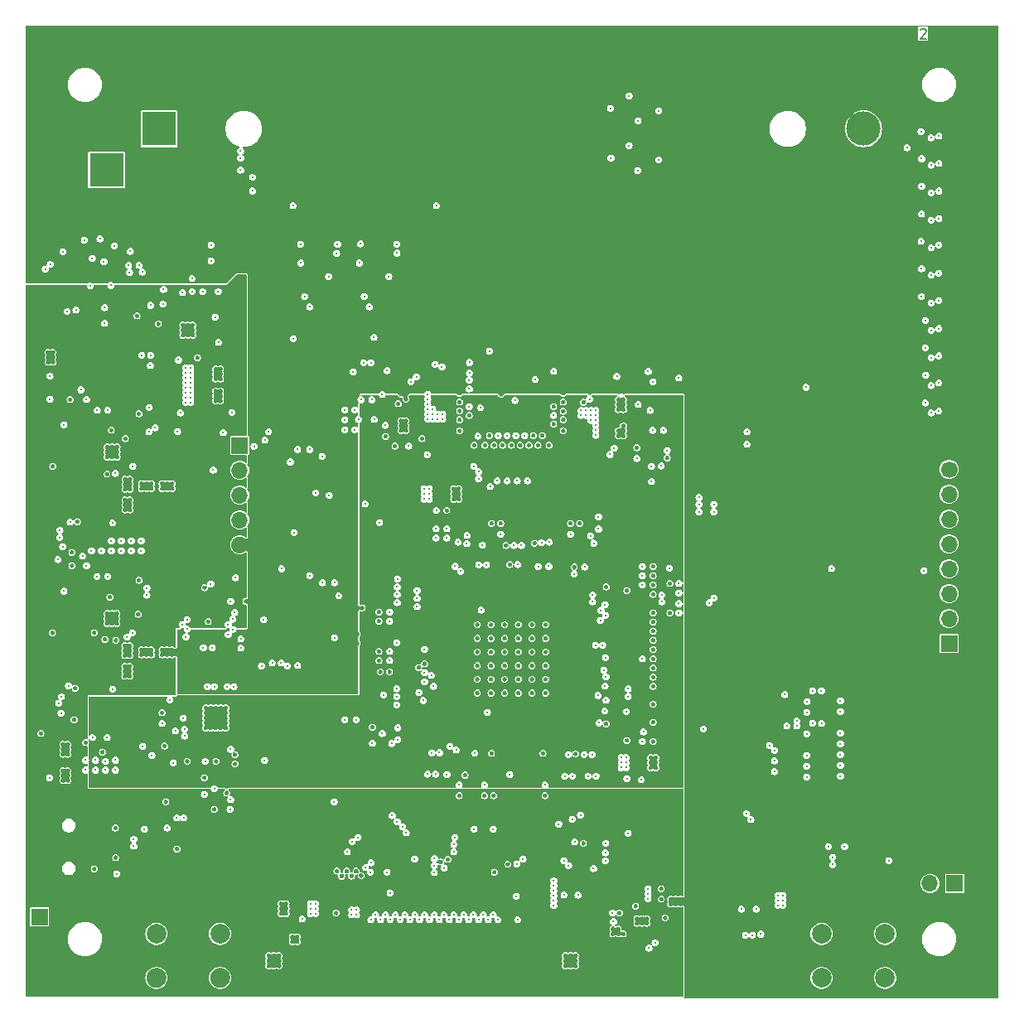
<source format=gbr>
%TF.GenerationSoftware,KiCad,Pcbnew,8.0.5*%
%TF.CreationDate,2024-10-11T17:01:53-05:00*%
%TF.ProjectId,Thermal_Camera,54686572-6d61-46c5-9f43-616d6572612e,rev?*%
%TF.SameCoordinates,Original*%
%TF.FileFunction,Copper,L2,Inr*%
%TF.FilePolarity,Positive*%
%FSLAX46Y46*%
G04 Gerber Fmt 4.6, Leading zero omitted, Abs format (unit mm)*
G04 Created by KiCad (PCBNEW 8.0.5) date 2024-10-11 17:01:53*
%MOMM*%
%LPD*%
G01*
G04 APERTURE LIST*
%ADD10C,0.150000*%
%TA.AperFunction,NonConductor*%
%ADD11C,0.150000*%
%TD*%
%TA.AperFunction,ComponentPad*%
%ADD12R,3.500000X3.500000*%
%TD*%
%TA.AperFunction,ComponentPad*%
%ADD13C,2.000000*%
%TD*%
%TA.AperFunction,ComponentPad*%
%ADD14R,1.700000X1.700000*%
%TD*%
%TA.AperFunction,ComponentPad*%
%ADD15O,1.700000X1.700000*%
%TD*%
%TA.AperFunction,ComponentPad*%
%ADD16C,1.700000*%
%TD*%
%TA.AperFunction,ComponentPad*%
%ADD17C,3.500000*%
%TD*%
%TA.AperFunction,ViaPad*%
%ADD18C,0.300000*%
%TD*%
G04 APERTURE END LIST*
D10*
D11*
X260797011Y-42907057D02*
X260844630Y-42859438D01*
X260844630Y-42859438D02*
X260939868Y-42811819D01*
X260939868Y-42811819D02*
X261177963Y-42811819D01*
X261177963Y-42811819D02*
X261273201Y-42859438D01*
X261273201Y-42859438D02*
X261320820Y-42907057D01*
X261320820Y-42907057D02*
X261368439Y-43002295D01*
X261368439Y-43002295D02*
X261368439Y-43097533D01*
X261368439Y-43097533D02*
X261320820Y-43240390D01*
X261320820Y-43240390D02*
X260749392Y-43811819D01*
X260749392Y-43811819D02*
X261368439Y-43811819D01*
D12*
%TO.N,+12Vin*%
%TO.C,J201*%
X177602400Y-57242200D03*
%TO.N,GND*%
X171602400Y-57242200D03*
X174602400Y-61942200D03*
%TD*%
D13*
%TO.N,+3.0V*%
%TO.C,SW1501*%
X257173800Y-139816400D03*
X250673800Y-139816400D03*
%TO.N,Net-(J1502-Pin_2)*%
X257173800Y-135316400D03*
X250673800Y-135316400D03*
%TD*%
D14*
%TO.N,+3.0V*%
%TO.C,J1502*%
X264292000Y-130149600D03*
D15*
%TO.N,Net-(J1502-Pin_2)*%
X261752000Y-130149600D03*
%TD*%
D14*
%TO.N,Net-(D1501B-K2)*%
%TO.C,J1501*%
X263722000Y-105628200D03*
D15*
%TO.N,+3.0V*%
X263722000Y-103088200D03*
%TO.N,Net-(J1501-Pin_3)*%
X263722000Y-100548200D03*
%TO.N,PIC32MZ_ICSPDAT*%
X263722000Y-98008200D03*
%TO.N,PIC32MZ_ICSPCLK*%
X263722000Y-95468200D03*
%TO.N,unconnected-(J1501-Pin_6-Pad6)*%
X263722000Y-92928200D03*
%TO.N,unconnected-(J1501-Pin_7-Pad7)*%
X263722000Y-90388200D03*
D16*
%TO.N,unconnected-(J1501-Pin_8-Pad8)*%
X263722000Y-87848200D03*
%TD*%
D13*
%TO.N,GND*%
%TO.C,SW2501*%
X189203400Y-139816400D03*
X182703400Y-139816400D03*
%TO.N,Net-(U2502-~{MR})*%
X189203400Y-135316400D03*
X182703400Y-135316400D03*
%TD*%
D12*
%TO.N,VBAT*%
%TO.C,J1401*%
X182973400Y-53035200D03*
D17*
%TO.N,Net-(J1401--)*%
X254973400Y-53035200D03*
%TD*%
D14*
%TO.N,~{FLASH_SPI_CS}*%
%TO.C,J2002*%
X191211200Y-85394800D03*
D15*
%TO.N,FLASH_SPI_SCK*%
X191211200Y-87934800D03*
%TO.N,FLASH_SPI_MOSI*%
X191211200Y-90474800D03*
%TO.N,FLASH_SPI_MISO*%
X191211200Y-93014800D03*
%TO.N,GND*%
X191211200Y-95554800D03*
%TD*%
D14*
%TO.N,GND*%
%TO.C,TP201*%
X170764200Y-133559400D03*
%TD*%
D18*
%TO.N,Net-(U201-RTN)*%
X173151800Y-65582800D03*
X178054000Y-69037200D03*
X176149000Y-66268600D03*
X177342800Y-66598800D03*
X175945800Y-69088000D03*
%TO.N,+12Vin*%
X178409600Y-64998600D03*
%TO.N,GND*%
X233468000Y-110007400D03*
X224282000Y-80949800D03*
X215493600Y-109296200D03*
X194183000Y-105181400D03*
X216281000Y-85369400D03*
X246888000Y-138150600D03*
X194183000Y-137515600D03*
X246354600Y-138150600D03*
X180009800Y-91973400D03*
X222834200Y-85369400D03*
X237151000Y-119532400D03*
X188264800Y-112217200D03*
X215163400Y-74752200D03*
X208203800Y-83362800D03*
X179984400Y-107950000D03*
X207695800Y-83870800D03*
X219684600Y-105105200D03*
X185309600Y-109397800D03*
X212369400Y-92031400D03*
X203631800Y-129362200D03*
X194665600Y-64998600D03*
X194538600Y-101473000D03*
X230682800Y-78638400D03*
X178511200Y-124485400D03*
X189280800Y-113741200D03*
X213690200Y-78257400D03*
X213690200Y-80060800D03*
X194157600Y-66624200D03*
X188264800Y-112717800D03*
X179984400Y-105841800D03*
X194157600Y-68732400D03*
X179476400Y-107950000D03*
X229920800Y-83896200D03*
X233468000Y-102489000D03*
X178155600Y-103080600D03*
X216890600Y-106502200D03*
X197104000Y-136118600D03*
X179501800Y-88849200D03*
X215163400Y-85369400D03*
X188264800Y-113233200D03*
X243992400Y-131445000D03*
X236245400Y-132257800D03*
X209829400Y-84683600D03*
X241096800Y-137617200D03*
X241096800Y-138150600D03*
X224282000Y-79171800D03*
X225958400Y-93353800D03*
X183794400Y-89281000D03*
X194157600Y-63982600D03*
X242493800Y-131445000D03*
X208203800Y-83870800D03*
X179501800Y-91973400D03*
X173659800Y-116949000D03*
X233468000Y-113665000D03*
X196596000Y-135610600D03*
X194716400Y-137515600D03*
X179705000Y-68529200D03*
X177647600Y-88315800D03*
X246888000Y-137617200D03*
X233730800Y-117297200D03*
X191846200Y-101320600D03*
X254127000Y-128371600D03*
X225552000Y-138582400D03*
X194665600Y-68732400D03*
X194157600Y-64490600D03*
X222834200Y-74752200D03*
X230022400Y-133172200D03*
X233730800Y-118313200D03*
X200025000Y-110524200D03*
X186410600Y-73093800D03*
X218821000Y-97561400D03*
X190728600Y-117932200D03*
X225552000Y-137515600D03*
X179527200Y-84683600D03*
X180009800Y-89865200D03*
X173659800Y-115925600D03*
X176352200Y-128676400D03*
X231819400Y-133756400D03*
X180721000Y-72136000D03*
X221335600Y-95377000D03*
X213690200Y-82753200D03*
X221081600Y-109296200D03*
X194665600Y-63982600D03*
X205587600Y-108534200D03*
X249148600Y-115951000D03*
X250164600Y-45770800D03*
X194157600Y-64998600D03*
X189788800Y-112717800D03*
X253619000Y-127863600D03*
X229362000Y-135305800D03*
X207695800Y-82847400D03*
X237185200Y-115646200D03*
X194157600Y-66116200D03*
X181686200Y-89281000D03*
X223299100Y-83212200D03*
X188747400Y-79832200D03*
X194665600Y-70332600D03*
X224485200Y-138049000D03*
X205444000Y-107365800D03*
X215493600Y-106502200D03*
X194665600Y-66624200D03*
X195249800Y-138582400D03*
X183286400Y-89789000D03*
X174066200Y-97688400D03*
X237176400Y-86258400D03*
X233222800Y-118313200D03*
X189052200Y-53873400D03*
X224282000Y-76225400D03*
X211759800Y-127939800D03*
X194157600Y-68224400D03*
X233468000Y-105308400D03*
X188747400Y-78587600D03*
X184302400Y-106781600D03*
X195249800Y-137515600D03*
X173659800Y-119126000D03*
X208203800Y-82847400D03*
X173151800Y-116949000D03*
X229895400Y-134797800D03*
X217881200Y-93353800D03*
X219684600Y-103708200D03*
X229920800Y-81203800D03*
X213080600Y-90881200D03*
X194157600Y-70840600D03*
X251790200Y-113741200D03*
X217195400Y-85369400D03*
X174396400Y-110210600D03*
X188671200Y-57251600D03*
X249739600Y-131370000D03*
X233468000Y-99644200D03*
X181686200Y-89789000D03*
X222478600Y-109296200D03*
X183540400Y-116103400D03*
X253619000Y-128371600D03*
X202980200Y-90500200D03*
X257556000Y-128930400D03*
X181178200Y-106781600D03*
X221081600Y-105105200D03*
X194157600Y-67132200D03*
X174625000Y-93192600D03*
X187985400Y-103378000D03*
X221081600Y-107899200D03*
X253619000Y-128879600D03*
X203225400Y-78638400D03*
X177673000Y-86055200D03*
X214679100Y-82312200D03*
X214249000Y-119075200D03*
X217195400Y-74752200D03*
X181178200Y-89281000D03*
X213690200Y-76225400D03*
X178155600Y-103588600D03*
X177952400Y-100884800D03*
X254177800Y-117652800D03*
X224485200Y-138582400D03*
X178181000Y-86563200D03*
X223299100Y-76912200D03*
X171627800Y-75869800D03*
X179501800Y-91465400D03*
X233468000Y-107188000D03*
X202827800Y-99568000D03*
X178181000Y-85539800D03*
X196392800Y-101473000D03*
X237176400Y-95910400D03*
X254635000Y-128879600D03*
X194183000Y-138049000D03*
X194665600Y-64490600D03*
X179984400Y-108966000D03*
X260229400Y-76428600D03*
X215493600Y-110693200D03*
X246253000Y-111861600D03*
X222199200Y-116840000D03*
X245745000Y-112369600D03*
X218287600Y-103708200D03*
X228676200Y-99847400D03*
X225450400Y-79612400D03*
X233222800Y-117297200D03*
X233468000Y-100609400D03*
X233468000Y-97764600D03*
X221081600Y-110693200D03*
X260229400Y-70840600D03*
X220776800Y-85369400D03*
X205444000Y-106426000D03*
X180009800Y-91465400D03*
X216890600Y-105105200D03*
X226339400Y-80975200D03*
X251307600Y-45339000D03*
X221081600Y-103708200D03*
X188772800Y-113233200D03*
X229514400Y-52222400D03*
X222478600Y-110693200D03*
X182194200Y-89281000D03*
X188620400Y-122580400D03*
X213080600Y-89814400D03*
X230428800Y-83896200D03*
X254177800Y-112776000D03*
X228269800Y-79400400D03*
X226339400Y-126060200D03*
X212496400Y-127685800D03*
X205444000Y-103352600D03*
X213080600Y-90347800D03*
X247421400Y-138150600D03*
X217246200Y-129006600D03*
X249739600Y-131878000D03*
X178181000Y-86055200D03*
X237176400Y-90195400D03*
X246888000Y-137083800D03*
X188747400Y-80340200D03*
X221081600Y-106502200D03*
X189788800Y-112217200D03*
X230784400Y-115544600D03*
X237151000Y-80797400D03*
X181686200Y-106273600D03*
X175463200Y-115747800D03*
X218287600Y-109296200D03*
X230428800Y-83388200D03*
X248208800Y-111607600D03*
X230428800Y-81719200D03*
X213639400Y-121174600D03*
X224282000Y-83896200D03*
X201142600Y-128879600D03*
X246253000Y-112369600D03*
X194157600Y-69240400D03*
X178079400Y-83820000D03*
X179501800Y-89865200D03*
X194665600Y-69240400D03*
X174066200Y-96316800D03*
X178663600Y-103588600D03*
X188671200Y-57759600D03*
X224282000Y-81889600D03*
X234899200Y-86664800D03*
X186893200Y-76428600D03*
X188798200Y-117678200D03*
X180848000Y-102641400D03*
X216739100Y-84372200D03*
X204774800Y-114173000D03*
X184810400Y-126619000D03*
X188747400Y-77571600D03*
X192447000Y-106095800D03*
X232327400Y-133756400D03*
X203733400Y-102006400D03*
X208203800Y-80670400D03*
X213690200Y-80949800D03*
X216230200Y-121174600D03*
X249231600Y-132386000D03*
X237151000Y-98552000D03*
X205282800Y-65760600D03*
X172085000Y-104546400D03*
X176352200Y-104521000D03*
X185394600Y-73093800D03*
X260229400Y-79273400D03*
X233468000Y-104368600D03*
X187604400Y-119354600D03*
X187756800Y-113741200D03*
X195478400Y-101473000D03*
X247421400Y-137083800D03*
X178663600Y-102565200D03*
X218084400Y-85369400D03*
X187655200Y-57759600D03*
X203123800Y-128879600D03*
X254127000Y-128879600D03*
X195249800Y-138049000D03*
X238633000Y-113639600D03*
X187629800Y-99923600D03*
X216890600Y-110693200D03*
X232835400Y-134213600D03*
X189255400Y-78587600D03*
X246354600Y-137083800D03*
X251714000Y-110921800D03*
X187756800Y-112717800D03*
X230403400Y-135305800D03*
X224282000Y-82753200D03*
X179501800Y-90957400D03*
X259308600Y-100533200D03*
X188772800Y-113741200D03*
X218084400Y-74752200D03*
X195446200Y-132208200D03*
X207086200Y-85445600D03*
X189255400Y-79832200D03*
X238125000Y-108788200D03*
X216890600Y-109296200D03*
X220776800Y-74752200D03*
X233222800Y-117805200D03*
X177647600Y-102565200D03*
X218287600Y-106502200D03*
X177673000Y-85539800D03*
X215493600Y-107899200D03*
X195376800Y-105181400D03*
X229539800Y-57302400D03*
X189890400Y-120904000D03*
X194716400Y-138582400D03*
X179501800Y-89357200D03*
X216941400Y-93353800D03*
X179984400Y-108458000D03*
X197129400Y-99720400D03*
X221691200Y-85369400D03*
X207695800Y-83362800D03*
X197104000Y-135610600D03*
X223291400Y-81407000D03*
X188747400Y-80848200D03*
X218973400Y-85369400D03*
X260229400Y-67995800D03*
X204241400Y-68097400D03*
X179476400Y-106349800D03*
X179603400Y-63855600D03*
X185902600Y-73609200D03*
X189788800Y-114249200D03*
X216941400Y-116840000D03*
X182905400Y-72974200D03*
X220370400Y-77038200D03*
X219887800Y-85369400D03*
X241096800Y-137083800D03*
X229895400Y-135305800D03*
X201625200Y-129413000D03*
X187655200Y-56736200D03*
X182194200Y-106273600D03*
X192523200Y-80873600D03*
X185394600Y-74117200D03*
X185851800Y-117678200D03*
X235229400Y-131749800D03*
X177673000Y-86563200D03*
X195954200Y-132208200D03*
X237176400Y-110464600D03*
X231698800Y-79806800D03*
X213690200Y-83896200D03*
X213690200Y-77343000D03*
X213614000Y-89814400D03*
X229362000Y-134797800D03*
X200914000Y-87934800D03*
X189280800Y-113233200D03*
X195954200Y-132716200D03*
X199440800Y-70180200D03*
X234289600Y-130683000D03*
X208203800Y-80155000D03*
X192523200Y-82016600D03*
X194665600Y-70840600D03*
X225526600Y-116916200D03*
X171627800Y-76885800D03*
X183286400Y-89281000D03*
X178663600Y-103080600D03*
X219684600Y-109296200D03*
X183286400Y-106273600D03*
X234569000Y-77825600D03*
X217932000Y-80162400D03*
X173151800Y-66294000D03*
X194665600Y-68224400D03*
X235229400Y-132257800D03*
X229920800Y-81719200D03*
X178689000Y-86563200D03*
X225018600Y-138049000D03*
X217170000Y-121174600D03*
X233468000Y-98704400D03*
X187756800Y-114249200D03*
X188747400Y-78079600D03*
X215493600Y-103708200D03*
X173888400Y-80695800D03*
X185140600Y-56311800D03*
X180009800Y-89357200D03*
X182194200Y-89789000D03*
X173659800Y-116433600D03*
X178689000Y-86055200D03*
X194995800Y-109601000D03*
X187756800Y-112217200D03*
X188264800Y-113741200D03*
X219684600Y-110693200D03*
X251993400Y-129133600D03*
X179984400Y-106349800D03*
X184302400Y-106273600D03*
X225018600Y-137515600D03*
X206527400Y-108534200D03*
X216128600Y-77825600D03*
X172135800Y-75869800D03*
X231819400Y-134213600D03*
X234289600Y-131749800D03*
X233468000Y-103428800D03*
X185902600Y-73093800D03*
X233468000Y-108127800D03*
X222427800Y-121174600D03*
X224485200Y-137515600D03*
X203225400Y-105613200D03*
X202827800Y-85369400D03*
X183286400Y-112699800D03*
X246761000Y-112369600D03*
X213690200Y-81864200D03*
X230784400Y-100228400D03*
X178562000Y-105308400D03*
X218287600Y-107899200D03*
X185369200Y-68199000D03*
X178536600Y-127508000D03*
X231800400Y-85623400D03*
X260223000Y-53949600D03*
X179984400Y-106857800D03*
X173151800Y-115925600D03*
X260229400Y-82067400D03*
X181178200Y-89789000D03*
X173151800Y-119126000D03*
X203225400Y-104673400D03*
X247421400Y-137617200D03*
X180009800Y-88849200D03*
X213690200Y-79171800D03*
X180924200Y-82143600D03*
X183667400Y-121818400D03*
X222478600Y-105105200D03*
X172135800Y-76377800D03*
X189255400Y-77571600D03*
X177647600Y-103080600D03*
X206273400Y-78841600D03*
X172110400Y-87528400D03*
X173151800Y-116433600D03*
X185902600Y-74117200D03*
X240563400Y-138150600D03*
X213614000Y-90881200D03*
X183794400Y-89789000D03*
X221234000Y-84378800D03*
X178689000Y-85539800D03*
X213614000Y-90347800D03*
X218287600Y-105105200D03*
X201066400Y-133172200D03*
X194157600Y-71348600D03*
X235737400Y-131749800D03*
X182194200Y-106781600D03*
X225018600Y-138582400D03*
X173659800Y-118618000D03*
X218973400Y-74752200D03*
X189280800Y-112217200D03*
X189255400Y-80340200D03*
X219684600Y-107899200D03*
X234696000Y-133680200D03*
X195954200Y-133224200D03*
X193446400Y-110540800D03*
X260229400Y-62382400D03*
X192548600Y-97917000D03*
X245338600Y-134366000D03*
X177647600Y-103588600D03*
X189255400Y-78079600D03*
X240030000Y-137083800D03*
X194665600Y-57988200D03*
X192447000Y-105156000D03*
X249231600Y-131878000D03*
X230428800Y-80695800D03*
X222478600Y-103708200D03*
X217144600Y-79612400D03*
X233730800Y-117805200D03*
X181178200Y-106273600D03*
X199186800Y-65760600D03*
X187756800Y-113233200D03*
X183286400Y-106781600D03*
X189280800Y-114249200D03*
X189280800Y-112717800D03*
X207695800Y-80155000D03*
X195446200Y-133224200D03*
X245389400Y-114909600D03*
X189788800Y-113741200D03*
X188264800Y-114249200D03*
X195446200Y-132716200D03*
X246761000Y-111861600D03*
X188163200Y-56736200D03*
X207418800Y-81125800D03*
X219887800Y-74752200D03*
X178155600Y-102565200D03*
X186410600Y-74117200D03*
X218440000Y-95605600D03*
X179476400Y-105841800D03*
X254635000Y-127863600D03*
X170992800Y-68453000D03*
X248208800Y-112649000D03*
X183794400Y-106273600D03*
X221691200Y-74752200D03*
X250875800Y-85267800D03*
X170891200Y-114808000D03*
X259308600Y-103073200D03*
X225399600Y-97815400D03*
X233468000Y-106248200D03*
X195453000Y-103505000D03*
X233468000Y-115646200D03*
X205511400Y-70154800D03*
X240563400Y-137083800D03*
X216281000Y-74752200D03*
X249739600Y-132386000D03*
X260229400Y-56743600D03*
X233468000Y-109067600D03*
X174294800Y-113411000D03*
X194665600Y-71348600D03*
X225552000Y-138049000D03*
X220345000Y-75742800D03*
X196189600Y-99720400D03*
X189255400Y-80848200D03*
X224282000Y-80060800D03*
X209499200Y-108077000D03*
X215493600Y-105105200D03*
X216890600Y-107899200D03*
X216890600Y-103708200D03*
X218287600Y-110693200D03*
X202438000Y-107721400D03*
X230428800Y-81203800D03*
X222139100Y-84372200D03*
X188671200Y-56736200D03*
X240030000Y-138150600D03*
X188772800Y-112717800D03*
X229920800Y-84411600D03*
X219684600Y-106502200D03*
X232835400Y-133756400D03*
X225018600Y-93353800D03*
X179476400Y-106857800D03*
X215823800Y-75768200D03*
X173151800Y-118618000D03*
X181686200Y-106781600D03*
X228650800Y-113842800D03*
X232327400Y-134213600D03*
X222478600Y-106502200D03*
X205444000Y-102412800D03*
X171627800Y-76377800D03*
X177444400Y-105206800D03*
X179476400Y-108458000D03*
X173151800Y-119641400D03*
X179476400Y-108966000D03*
X177190400Y-116738400D03*
X217017600Y-77825600D03*
X244932200Y-110134400D03*
X254127000Y-127863600D03*
X231673400Y-132461000D03*
X195376800Y-105994200D03*
X194183000Y-105994200D03*
X260426200Y-98145600D03*
X240563400Y-137617200D03*
X194157600Y-70332600D03*
X180009800Y-90957400D03*
X229920800Y-80695800D03*
X260229400Y-73634600D03*
X188772800Y-112217200D03*
X218617800Y-128193800D03*
X198247000Y-68122800D03*
X189788800Y-113233200D03*
X194183000Y-138582400D03*
X230428800Y-84411600D03*
X195732400Y-57988200D03*
X235185800Y-99491800D03*
X254635000Y-128371600D03*
X233468000Y-111836200D03*
X194665600Y-67132200D03*
X245745000Y-111861600D03*
X240030000Y-137617200D03*
X185394600Y-73609200D03*
X224282000Y-78257400D03*
X222478600Y-107899200D03*
X235737400Y-132257800D03*
X187655200Y-57251600D03*
X194665600Y-66116200D03*
X186410600Y-73609200D03*
X206121000Y-84455000D03*
X184302400Y-89281000D03*
X235178600Y-102514400D03*
X172135800Y-76885800D03*
X217424000Y-76581000D03*
X183794400Y-106781600D03*
X249231600Y-131370000D03*
X260229400Y-59563000D03*
X173659800Y-119641400D03*
X184302400Y-89789000D03*
X182168800Y-68360200D03*
X236245400Y-131749800D03*
X202133200Y-128879600D03*
X180924200Y-99161600D03*
X224294100Y-77362200D03*
X190728600Y-116992400D03*
X202641200Y-129387600D03*
X194716400Y-138049000D03*
X222072200Y-79637800D03*
X246354600Y-137617200D03*
X260229400Y-65201800D03*
X210108800Y-107696000D03*
X196596000Y-136118600D03*
X188772800Y-114249200D03*
X188163200Y-57759600D03*
X188163200Y-57251600D03*
X243941600Y-78333600D03*
%TO.N,+12V*%
X174472600Y-71551800D03*
X186207400Y-79984600D03*
X185699400Y-78460600D03*
X177419000Y-72910600D03*
X185699400Y-81000600D03*
X185699400Y-79984600D03*
X186207400Y-77952600D03*
X185699400Y-78968600D03*
X185699400Y-77444600D03*
X185699400Y-80492600D03*
X186207400Y-81000600D03*
X185699400Y-77952600D03*
X185699400Y-79476600D03*
X186207400Y-77444600D03*
X186207400Y-80492600D03*
X186207400Y-78968600D03*
X186207400Y-78460600D03*
X186207400Y-79476600D03*
%TO.N,+3.0V*%
X176657000Y-81788000D03*
X204774800Y-115824000D03*
X206544000Y-107365800D03*
X230708200Y-117805200D03*
X187502800Y-106070400D03*
X198450200Y-133223000D03*
X206273400Y-77749400D03*
X206544000Y-102412800D03*
X213639400Y-120074600D03*
X215823800Y-81534000D03*
X208483200Y-85445600D03*
X205765400Y-80187800D03*
X230708200Y-118313200D03*
X198958200Y-133223000D03*
X234899200Y-85902800D03*
X206544000Y-103352600D03*
X190296800Y-101320600D03*
X181203600Y-76174600D03*
X228625400Y-126060200D03*
X210058000Y-90881200D03*
X206544000Y-106426000D03*
X261880400Y-67995800D03*
X199644000Y-86487000D03*
X227380800Y-128625600D03*
X246227600Y-131368800D03*
X261880400Y-65201800D03*
X249097800Y-79451200D03*
X229108000Y-50952400D03*
X232368000Y-115646200D03*
X233654600Y-136220200D03*
X257556000Y-127812800D03*
X203351000Y-82726000D03*
X198450200Y-132207000D03*
X231927400Y-52222400D03*
X217881200Y-94453800D03*
X181152800Y-96164400D03*
X225018600Y-94453800D03*
X198374000Y-98704400D03*
X261880400Y-70840600D03*
X202971400Y-81762600D03*
X173253400Y-100279200D03*
X246735600Y-131368800D03*
X210058000Y-89814400D03*
X231876600Y-57302400D03*
X201955400Y-81762600D03*
X201117200Y-65760600D03*
X203149200Y-133350000D03*
X175564800Y-97688400D03*
X261880400Y-73634600D03*
X177723800Y-81788000D03*
X229158800Y-56032400D03*
X261880400Y-79273400D03*
X196392800Y-87071200D03*
X207289400Y-65735200D03*
X180263800Y-104521000D03*
X234035600Y-51206400D03*
X178104800Y-95148400D03*
X210058000Y-90347800D03*
X178511200Y-88239600D03*
X230200200Y-117805200D03*
X231800400Y-86715600D03*
X232968800Y-77825600D03*
X244475000Y-135331200D03*
X195503800Y-97993200D03*
X202641200Y-132842000D03*
X175564800Y-80695800D03*
X200914000Y-105029000D03*
X178104800Y-96164400D03*
X173126400Y-95732600D03*
X172948600Y-112750600D03*
X261880400Y-76428600D03*
X203149200Y-132842000D03*
X176072800Y-96164400D03*
X173253400Y-83286600D03*
X181152800Y-95148400D03*
X180136800Y-95148400D03*
X179120800Y-95148400D03*
X238607600Y-114376200D03*
X230200200Y-117297200D03*
X201955400Y-83794600D03*
X203936600Y-70154800D03*
X186359800Y-68326000D03*
X230200200Y-118313200D03*
X215569800Y-84429600D03*
X216814400Y-89585800D03*
X198958200Y-132715000D03*
X180035200Y-65557400D03*
X202641200Y-133350000D03*
X210591400Y-89814400D03*
X176631600Y-98780600D03*
X180136800Y-96164400D03*
X210591400Y-90881200D03*
X222427800Y-120074600D03*
X210591400Y-90347800D03*
X198450200Y-132715000D03*
X198958200Y-132207000D03*
X197840600Y-70180200D03*
X201955400Y-82778600D03*
X261874000Y-53949600D03*
X246913400Y-110845600D03*
X177088800Y-96164400D03*
X211302600Y-92031400D03*
X234035600Y-56210200D03*
X246735600Y-132384800D03*
X261880400Y-59563000D03*
X179120800Y-96164400D03*
X230708200Y-117297200D03*
X180289200Y-87503000D03*
X216230200Y-120074600D03*
X261880400Y-82067400D03*
X205917800Y-110871000D03*
X261137400Y-98171000D03*
X202971400Y-83794600D03*
X261880400Y-56743600D03*
X226974400Y-80645000D03*
X261880400Y-62382400D03*
X173888400Y-93218000D03*
X246735600Y-131876800D03*
X229755700Y-78346300D03*
X192532000Y-57988200D03*
X246227600Y-132384800D03*
X246227600Y-131876800D03*
%TO.N,VCOM*%
X182168800Y-69460200D03*
X236245400Y-134747000D03*
X191668400Y-68732400D03*
X191423200Y-82016600D03*
X191668400Y-69240400D03*
X182194200Y-103784400D03*
X235229400Y-134747000D03*
X183235600Y-110473400D03*
X191160400Y-71348600D03*
X235737400Y-135255000D03*
X183286400Y-103276400D03*
X183794400Y-103784400D03*
X191668400Y-70332600D03*
X184302400Y-86258400D03*
X196646800Y-120971400D03*
X215290400Y-120971400D03*
X191668400Y-70840600D03*
X191160400Y-70332600D03*
X191668400Y-68224400D03*
X200914000Y-120971400D03*
X235737400Y-134747000D03*
X183794400Y-86258400D03*
X236245400Y-135255000D03*
X191160400Y-70840600D03*
X191160400Y-68224400D03*
X235229400Y-135255000D03*
X183286400Y-103784400D03*
X191448600Y-97917000D03*
X182194200Y-103276400D03*
X184302400Y-103276400D03*
X181686200Y-103784400D03*
X182194200Y-86766400D03*
X185699400Y-120971400D03*
X230174800Y-120971400D03*
X191668400Y-71348600D03*
X235026200Y-120971400D03*
X181178200Y-103276400D03*
X181686200Y-103276400D03*
X182194200Y-86258400D03*
X191423200Y-80873600D03*
X184302400Y-103784400D03*
X181686200Y-86258400D03*
X191160400Y-68732400D03*
X184302400Y-86766400D03*
X183286400Y-86258400D03*
X219506800Y-120971400D03*
X181686200Y-86766400D03*
X191160400Y-69240400D03*
X181178200Y-86258400D03*
X183794400Y-86766400D03*
X184209600Y-109397800D03*
X175167200Y-113893600D03*
X183794400Y-103276400D03*
X181178200Y-103784400D03*
X182651400Y-120971400D03*
X181178200Y-86766400D03*
X221107000Y-120971400D03*
X183286400Y-86766400D03*
%TO.N,Net-(C407-Pad1)*%
X178231800Y-93307000D03*
%TO.N,Net-(C607-Pad1)*%
X178231800Y-110307000D03*
%TO.N,Net-(C802-Pad1)*%
X204951000Y-82726000D03*
%TO.N,Net-(U801-NR{slash}SS)*%
X206095600Y-83340700D03*
%TO.N,+2.8V*%
X210947000Y-82194400D03*
X210439000Y-82702400D03*
X211963000Y-82194400D03*
X211963000Y-82702400D03*
X211455000Y-82194400D03*
X210439000Y-80670400D03*
X214679100Y-81412200D03*
X210439000Y-81686400D03*
X210439000Y-81178400D03*
X210947000Y-81686400D03*
X210947000Y-82702400D03*
X210439000Y-80162400D03*
X211455000Y-82702400D03*
X210439000Y-82194400D03*
%TO.N,POS2P8_SNS+*%
X203606400Y-80721200D03*
%TO.N,POS2P8_SNS-*%
X204724000Y-80721200D03*
%TO.N,+1.8V*%
X182651400Y-119871400D03*
X181152800Y-112826800D03*
X232368000Y-100609400D03*
X232368000Y-104368600D03*
X232368000Y-108127800D03*
X217170000Y-120074600D03*
X236051000Y-119532400D03*
X181152800Y-111810800D03*
X236076400Y-86258400D03*
X176072800Y-112826800D03*
X203927800Y-99568000D03*
X235534200Y-81807300D03*
X180136800Y-112826800D03*
X203826200Y-106984800D03*
X221107000Y-119871400D03*
X177088800Y-112826800D03*
X203927800Y-85369400D03*
X196646800Y-119871400D03*
X176267200Y-113893600D03*
X236042200Y-81813400D03*
X219506800Y-119871400D03*
X200025000Y-111624200D03*
X216941400Y-94453800D03*
X178104800Y-112826800D03*
X177723800Y-98780600D03*
X222072200Y-80737800D03*
X225958400Y-94453800D03*
X236051000Y-98552000D03*
X215290400Y-119871400D03*
X236042200Y-80797400D03*
X179120800Y-112826800D03*
X235534200Y-81305400D03*
X235534200Y-82321400D03*
X236076400Y-90195400D03*
X185699400Y-119871400D03*
X180136800Y-111810800D03*
X232368000Y-105308400D03*
X232368000Y-110007400D03*
X232368000Y-113614200D03*
X236076400Y-110464600D03*
X230174800Y-119871400D03*
X235534200Y-82829400D03*
X193446400Y-111598800D03*
X232368000Y-103428800D03*
X236042200Y-82321400D03*
X236076400Y-95910400D03*
X183235600Y-111573400D03*
X232368000Y-106248200D03*
X204080200Y-90500200D03*
X178104800Y-111810800D03*
X234775300Y-81807300D03*
X200914000Y-119871400D03*
X232410000Y-84353400D03*
X235026200Y-119871400D03*
X236042200Y-81305400D03*
X232368000Y-102489000D03*
X236042200Y-82829400D03*
X232368000Y-111836200D03*
X225450400Y-80712400D03*
X179120800Y-111810800D03*
X235534200Y-80797400D03*
X217144600Y-80712400D03*
X236042200Y-115646200D03*
X232368000Y-109067600D03*
%TO.N,Net-(C1003-Pad1)*%
X233175300Y-81807300D03*
%TO.N,Net-(U1002-NR{slash}SS)*%
X231927400Y-81203800D03*
%TO.N,+1.2V*%
X227609400Y-82321400D03*
X227609400Y-81813400D03*
X227609400Y-84353400D03*
X223299100Y-82312200D03*
X226085400Y-82321400D03*
X227101400Y-82321400D03*
X227101400Y-82829400D03*
X226085400Y-81813400D03*
X227609400Y-82829400D03*
X226593400Y-82321400D03*
X227101400Y-81813400D03*
X226593400Y-81813400D03*
X227609400Y-83845400D03*
X227609400Y-83337400D03*
%TO.N,POS1P2_SNS-*%
X233400600Y-83845400D03*
%TO.N,POS1P2_SNS+*%
X234518200Y-83845400D03*
%TO.N,Net-(D1201-K)*%
X225780600Y-131343400D03*
%TO.N,VLED_SNS+*%
X224834288Y-128314288D03*
%TO.N,VLED_SNS-*%
X224339312Y-127819312D03*
%TO.N,VBAT*%
X188290200Y-64909800D03*
%TO.N,+5V_USB*%
X185369200Y-69765000D03*
X196697600Y-74472800D03*
X171780200Y-119354600D03*
X181483000Y-124612400D03*
X232368000Y-97764600D03*
X204038200Y-91363800D03*
X183794400Y-124485400D03*
%TO.N,Net-(C1405-Pad2)*%
X189052200Y-74853800D03*
%TO.N,Net-(U1402-BST)*%
X184962800Y-76657200D03*
%TO.N,BATT_SNS-*%
X188290200Y-66509800D03*
%TO.N,VMEM_REF*%
X228600000Y-107086400D03*
X232368000Y-107188000D03*
%TO.N,+3.3V_USB_MZ*%
X232368000Y-98704400D03*
X232368000Y-99644200D03*
%TO.N,PIC_USBHS_D+*%
X190622800Y-110050024D03*
X236085800Y-101549200D03*
X239198312Y-101466488D03*
X236093000Y-102489000D03*
X215620600Y-88767400D03*
%TO.N,PIC_USBHS_D-*%
X189922800Y-110050024D03*
X215620600Y-88067400D03*
X236085800Y-99491800D03*
X236085800Y-100482400D03*
X239693288Y-100971512D03*
%TO.N,+3.0VA_MZ*%
X211286000Y-93903800D03*
X211286000Y-94843600D03*
%TO.N,GNDA_MZ*%
X212386000Y-93903800D03*
X212386000Y-94843600D03*
%TO.N,+3.0V_SD*%
X248158000Y-113538000D03*
X247142000Y-114046000D03*
X248158000Y-114046000D03*
X249758200Y-113766600D03*
X252612600Y-115876800D03*
X249758200Y-110464600D03*
%TO.N,+3.3V_USB*%
X177495200Y-118567200D03*
X183286400Y-113792000D03*
X187680600Y-117678200D03*
X178638200Y-129184400D03*
X177673000Y-115239800D03*
X190296800Y-116433600D03*
X181305200Y-116128800D03*
X178511200Y-117551200D03*
X175463200Y-118567200D03*
X188417200Y-106070400D03*
X197129400Y-107873800D03*
X176479200Y-118567200D03*
X177495200Y-117678200D03*
X184073800Y-111404400D03*
X193751200Y-117576600D03*
X175463200Y-117551200D03*
X176479200Y-117551200D03*
X187604400Y-121056400D03*
X178511200Y-118567200D03*
X190220600Y-122580400D03*
%TO.N,BRIDGE_USB_D+*%
X191347000Y-106095800D03*
X188622800Y-110028061D03*
%TO.N,BRIDGE_USB_D-*%
X191347000Y-105156000D03*
X187922800Y-110028061D03*
%TO.N,Net-(U2502-CT)*%
X182250500Y-117053400D03*
%TO.N,UFP_USB_D+*%
X185573406Y-115083200D03*
X180390800Y-126334000D03*
X185490600Y-123444000D03*
%TO.N,UFP_USB_D-*%
X184790600Y-123444000D03*
X185573406Y-114383200D03*
X180390800Y-125634000D03*
%TO.N,Net-(U2901-SNSK)*%
X203555600Y-64795400D03*
%TO.N,Net-(U2901-SNS)*%
X207264000Y-64820800D03*
%TO.N,Net-(U2902-SNSK)*%
X197434200Y-64820800D03*
%TO.N,Net-(U2902-SNS)*%
X201218800Y-64820800D03*
%TO.N,Net-(C2905-Pad1)*%
X206451200Y-68122800D03*
%TO.N,Net-(C2906-Pad1)*%
X200304400Y-68122800D03*
%TO.N,PIC32MZ_ICSPCLK*%
X214426800Y-95427800D03*
%TO.N,PIC32MZ_ICSPDAT*%
X207314800Y-101447600D03*
%TO.N,~{SDHC_SDCD}*%
X250665400Y-110464600D03*
X228549200Y-101650800D03*
%TO.N,Net-(D2002A-K1)*%
X252612600Y-116976800D03*
%TO.N,Net-(D2002B-K2)*%
X252612600Y-118076800D03*
%TO.N,Net-(D2002C-K3)*%
X252612600Y-119176800D03*
%TO.N,Net-(D2701-A)*%
X262661400Y-53771800D03*
%TO.N,Net-(D2702-A)*%
X262667800Y-56565800D03*
%TO.N,Net-(D2703-A)*%
X262667800Y-59385200D03*
%TO.N,Net-(D2704-A)*%
X262667800Y-62204600D03*
%TO.N,Net-(D2705-A)*%
X262652600Y-64922400D03*
%TO.N,Net-(D2706-A)*%
X262652600Y-67802800D03*
%TO.N,Net-(D2707-A)*%
X262652600Y-70586600D03*
%TO.N,Net-(D2801-A)*%
X262652600Y-73441600D03*
%TO.N,Net-(D2802-A)*%
X262652600Y-76235600D03*
%TO.N,Net-(D2803-A)*%
X262652600Y-78994000D03*
%TO.N,Net-(D2804-A)*%
X262652600Y-81874400D03*
%TO.N,I2C_SCL*%
X243052600Y-85267800D03*
X181254400Y-67665600D03*
X229489000Y-85674200D03*
X233299000Y-87503000D03*
X182575200Y-83591400D03*
X172821600Y-94792800D03*
X242900200Y-135432800D03*
X191312800Y-55295800D03*
X181737000Y-99974400D03*
X228574600Y-127025400D03*
X172720000Y-111734600D03*
X179959000Y-67691000D03*
X212699600Y-116128800D03*
X233299000Y-89077800D03*
X229311200Y-133172200D03*
X202819000Y-77876400D03*
X208711800Y-78867000D03*
X204622400Y-76936600D03*
X214680800Y-79603600D03*
X171856400Y-66878200D03*
X251815600Y-128219200D03*
%TO.N,I2C_SDA*%
X209270600Y-78359000D03*
X228574600Y-127838200D03*
X173710600Y-109956600D03*
X243611400Y-135432800D03*
X251383800Y-126365000D03*
X214680800Y-78714600D03*
X172847000Y-94056200D03*
X180924200Y-66979800D03*
X191312800Y-56007000D03*
X181940200Y-83997800D03*
X203885800Y-76936600D03*
X213334600Y-116509800D03*
X251815600Y-127482600D03*
X171348400Y-67360800D03*
X172999400Y-111074200D03*
X229412800Y-134061200D03*
X181737000Y-100685600D03*
X253034800Y-126365000D03*
X229057200Y-86309200D03*
X191312800Y-57251600D03*
X243052600Y-83997800D03*
X179857400Y-66979800D03*
X234289600Y-87477600D03*
%TO.N,USB_UART_TX*%
X213233000Y-97739200D03*
X185851800Y-104165400D03*
%TO.N,USB_UART_RX*%
X185724800Y-104952800D03*
X213791800Y-98247200D03*
%TO.N,FLIR_VOSPI_CLK*%
X228650800Y-111429800D03*
X218541600Y-89001600D03*
%TO.N,FLIR_VOSPI_MOSI*%
X228650800Y-109042200D03*
X220624400Y-89001600D03*
%TO.N,FLIR_VOSPI_MISO*%
X219583000Y-89001600D03*
X215239600Y-116840000D03*
%TO.N,FLASH_SPI_SCK*%
X207264000Y-105537000D03*
X199669400Y-99415600D03*
%TO.N,FLASH_SPI_MISO*%
X209346800Y-101854000D03*
X198983600Y-90246200D03*
X198374000Y-85801200D03*
X196773800Y-94284800D03*
%TO.N,FLASH_SPI_MOSI*%
X207314800Y-99847400D03*
X200914000Y-99415600D03*
%TO.N,~{PIC32MZ_MCLR}*%
X232468000Y-114655600D03*
%TO.N,POS3P0_RUN*%
X171831000Y-80670400D03*
X184861200Y-83972400D03*
%TO.N,POS1P8_RUN*%
X179705000Y-104978200D03*
X172643800Y-97053400D03*
%TO.N,Net-(U201-UVLO)*%
X176936400Y-64287400D03*
%TO.N,Net-(U201-OVP)*%
X175336200Y-64389000D03*
%TO.N,Net-(R205-Pad2)*%
X177419000Y-71310600D03*
%TO.N,POS12_PGOOD*%
X181965600Y-81508600D03*
X173583600Y-71704200D03*
X171831000Y-78308200D03*
X260832600Y-53314600D03*
X215138000Y-87503000D03*
%TO.N,POS3P0_PGOOD*%
X260883400Y-61722000D03*
X201345800Y-100761800D03*
X203123800Y-113411000D03*
X174980600Y-79705200D03*
X190779400Y-98907600D03*
X201955400Y-113411000D03*
X211175600Y-77089000D03*
X200355200Y-90500200D03*
X185140600Y-82067400D03*
%TO.N,POS1P8_PGOOD*%
X260908800Y-56083200D03*
X175158400Y-96697800D03*
X204927200Y-74345800D03*
X188518800Y-87909400D03*
X236093000Y-78486000D03*
%TO.N,POS2P8_PGOOD*%
X210388200Y-86334600D03*
X260908800Y-67335400D03*
X211886800Y-77368400D03*
%TO.N,POS1P2_RUN*%
X239674400Y-91414600D03*
X238150400Y-91414600D03*
%TO.N,POS1P2_PGOOD*%
X233451400Y-78867000D03*
X238150400Y-92176600D03*
X260858000Y-64516000D03*
X239674400Y-92176600D03*
%TO.N,BACKLIGHT_PWM*%
X233045000Y-136753600D03*
X215900000Y-102209600D03*
%TO.N,BACKLIGHT_CATHODE*%
X232943400Y-130708400D03*
X232943400Y-131724400D03*
X232943400Y-131216400D03*
%TO.N,BACKLIGHT_ANODE*%
X223316800Y-129870200D03*
X224358200Y-131318000D03*
X223316800Y-130378200D03*
X223316800Y-131902200D03*
X223316800Y-130886200D03*
X223316800Y-131394200D03*
X223316800Y-132410200D03*
%TO.N,~{BATT_CEN}*%
X182110800Y-71069200D03*
X219227400Y-95605600D03*
%TO.N,BATT_IUSB*%
X182085400Y-77216000D03*
X219633800Y-97561400D03*
%TO.N,~{BATT_FLT}*%
X194157600Y-83997800D03*
X186359800Y-69672200D03*
X231013000Y-49657000D03*
X226466400Y-97815400D03*
%TO.N,~{BATT_UOK}*%
X193802000Y-84836000D03*
X225399600Y-98526600D03*
X187426600Y-69672200D03*
%TO.N,BATT_LOWBAT*%
X192532000Y-59385200D03*
X260908800Y-58902600D03*
X196672200Y-60883800D03*
X220014800Y-95605600D03*
X211328000Y-60883800D03*
%TO.N,~{BATT_DOK}*%
X216027000Y-95580200D03*
X182110800Y-76174600D03*
%TO.N,~{BATT_CHG}*%
X192684400Y-85471000D03*
X215646000Y-97586800D03*
X188696600Y-72288400D03*
X189026800Y-69672200D03*
X231013000Y-54737000D03*
%TO.N,Net-(U1402-THM)*%
X183438800Y-69443600D03*
%TO.N,PIC32MZ_CLK_EN*%
X205790800Y-114833400D03*
%TO.N,PIC_USB_D+*%
X227287586Y-101365800D03*
X234355969Y-101365800D03*
%TO.N,PIC_USB_D-*%
X234355969Y-100665800D03*
X227287586Y-100665800D03*
%TO.N,SDHC_SDDATA2*%
X227584000Y-105816400D03*
X249148600Y-119278400D03*
%TO.N,SDHC_SDDATA3*%
X228612700Y-102755700D03*
X249148600Y-118160800D03*
%TO.N,SDHC_SDCMD*%
X249148600Y-117068600D03*
X228422200Y-108356400D03*
%TO.N,SDHC_SDCK*%
X249174000Y-114858800D03*
X228142800Y-102235000D03*
%TO.N,SDHC_SDDATA0*%
X249174000Y-112674400D03*
X228295200Y-105791000D03*
%TO.N,SDHC_SDDATA1*%
X249199400Y-111556800D03*
X228066600Y-103251000D03*
%TO.N,~{SD_SPI_CS}*%
X245872000Y-118719600D03*
X222859600Y-95275400D03*
%TO.N,SD_SPI_SCK*%
X221716600Y-97764600D03*
X245872000Y-116560600D03*
%TO.N,SD_SPI_MOSI*%
X245872000Y-117627400D03*
X222808800Y-97739200D03*
%TO.N,SD_SPI_MISO*%
X245364000Y-116052600D03*
X222072200Y-95326200D03*
%TO.N,~{SDHC_SDWP}*%
X250672600Y-113792000D03*
X216535000Y-112649000D03*
%TO.N,~{FLASH_SPI_WP}*%
X207314800Y-100609400D03*
X205511400Y-93268800D03*
%TO.N,~{FLASH_SPI_CS}*%
X207340200Y-99034600D03*
X197129400Y-85801200D03*
%TO.N,LCD_CTP_INT*%
X243459000Y-123621800D03*
X243992400Y-132784000D03*
%TO.N,LCD _CTP_RESET*%
X243001800Y-123012200D03*
X242493800Y-132784000D03*
%TO.N,Net-(U2203-~{OE})*%
X190703200Y-102463600D03*
X188264800Y-99542600D03*
%TO.N,FLIR_CLK_EN*%
X219354400Y-80797400D03*
X214452200Y-94589600D03*
%TO.N,~{FLIR_VOSPI_CS}*%
X217525600Y-89001600D03*
X228549200Y-109982000D03*
%TO.N,FLIR_VOSPI_VSYNC*%
X228523800Y-112522000D03*
X221411800Y-78663800D03*
%TO.N,~{FLIR_PWR_DWN}*%
X214692200Y-77979400D03*
X213537800Y-95275400D03*
%TO.N,~{FLIR_RESET}*%
X210108800Y-106222800D03*
X214692200Y-76912600D03*
%TO.N,Net-(U2401-SPI_MOSI)*%
X220339100Y-84372200D03*
%TO.N,Net-(U2401-SPI_MISO)*%
X219439100Y-84372200D03*
%TO.N,Net-(U2401-SPI_CLK)*%
X218539100Y-84372200D03*
%TO.N,Net-(U2401-~{SPI_CS})*%
X217639100Y-84372200D03*
%TO.N,Net-(U2401-GPIO3)*%
X223299100Y-77812200D03*
%TO.N,FLIR_CLK*%
X216739100Y-75752200D03*
%TO.N,HUB_CLK_EN*%
X190296800Y-121589800D03*
%TO.N,~{HUB_RESET}*%
X185445400Y-113258600D03*
X184632600Y-114554000D03*
%TO.N,HUB_SUSPND*%
X190423800Y-82016600D03*
X183362600Y-70942200D03*
X188620400Y-120472200D03*
X189534800Y-84074000D03*
%TO.N,POS3P3_USB_PGOOD*%
X176199800Y-115239800D03*
X193675000Y-103200200D03*
X251714000Y-97967800D03*
X211632800Y-116789200D03*
X260883400Y-70180200D03*
X200863200Y-121793000D03*
X235127800Y-97942400D03*
%TO.N,PGOOD_LED_SHDN*%
X238150400Y-90703400D03*
X259410200Y-54965600D03*
%TO.N,Heartbeat_LED*%
X227888800Y-92684600D03*
X261289800Y-72618600D03*
X216433400Y-97586800D03*
%TO.N,Error_LED*%
X227076000Y-94640400D03*
X261289800Y-75412600D03*
%TO.N,Reset_LED*%
X227406200Y-95377000D03*
X261315200Y-78206600D03*
%TO.N,CPU_Trap_LED*%
X227888800Y-93929200D03*
X261289800Y-81051400D03*
%TO.N,Net-(U2901-OUT)*%
X203454000Y-66751200D03*
%TO.N,Net-(U2902-OUT)*%
X197459600Y-66751200D03*
%TO.N,Cap_Touch_Power*%
X204444600Y-71221600D03*
%TO.N,Cap_Touch_Shutter*%
X198374000Y-71221600D03*
%TO.N,GLCD_R1*%
X211124800Y-127609600D03*
X209092800Y-127660400D03*
X209118200Y-133350000D03*
X212394800Y-118999000D03*
%TO.N,GLCD_R5*%
X227228400Y-116992400D03*
X207111600Y-133350000D03*
X206806800Y-123215400D03*
X226034600Y-123164600D03*
%TO.N,GLCD_R3*%
X223824800Y-124079000D03*
X224815400Y-116992400D03*
X208102200Y-133350000D03*
X207848200Y-124358400D03*
%TO.N,GLCD_R7*%
X230784400Y-119430800D03*
X232257600Y-119557800D03*
X206121000Y-133350000D03*
X230733600Y-112598200D03*
%TO.N,GLCD_R6*%
X225450400Y-125907800D03*
X206578200Y-131114800D03*
X206603600Y-133858000D03*
X226822000Y-119202200D03*
%TO.N,GLCD_R2*%
X208229200Y-124968000D03*
X230911400Y-125018800D03*
X208610200Y-133858000D03*
X230911400Y-111048800D03*
%TO.N,GLCD_R4*%
X225196400Y-123596400D03*
X225221800Y-119202200D03*
X207619600Y-133858000D03*
X207314800Y-123850400D03*
%TO.N,GLCD_R0*%
X209600800Y-133858000D03*
X209981800Y-111455200D03*
%TO.N,GLCD_G1*%
X202209400Y-126923800D03*
X213106000Y-133350000D03*
X213106000Y-126923800D03*
X207264000Y-111048800D03*
%TO.N,GLCD_G6*%
X210413600Y-118973600D03*
X210616800Y-133858000D03*
%TO.N,GLCD_G4*%
X204647800Y-128041400D03*
X211099400Y-128320800D03*
X211607400Y-133858000D03*
X207365600Y-115443000D03*
%TO.N,GLCD_G2*%
X230911400Y-110261400D03*
X212623400Y-133858000D03*
%TO.N,GLCD_G5*%
X211099400Y-133350000D03*
X204063600Y-128524000D03*
X211099400Y-129032000D03*
X206756000Y-115849400D03*
%TO.N,GLCD_G0*%
X202717400Y-125882400D03*
X213106000Y-126161800D03*
X213614000Y-133858000D03*
X207264000Y-111887000D03*
%TO.N,GLCD_G7*%
X210108800Y-133350000D03*
X210845400Y-116814600D03*
%TO.N,GLCD_G3*%
X220167200Y-127660400D03*
X212115400Y-128574800D03*
X227838000Y-110947200D03*
X212090000Y-133350000D03*
%TO.N,GLCD_B0*%
X217601800Y-133858000D03*
X227634800Y-119202200D03*
%TO.N,GLCD_B4*%
X217119200Y-124587000D03*
X210108800Y-108610400D03*
X215163400Y-124587000D03*
X215620600Y-133858000D03*
%TO.N,GLCD_B7*%
X207365600Y-114249200D03*
X214122000Y-133350000D03*
X203301600Y-125450600D03*
X213207600Y-125450600D03*
%TO.N,GLCD_B1*%
X224434400Y-119202200D03*
X217119200Y-133350000D03*
%TO.N,GLCD_B6*%
X227939600Y-113741200D03*
X214604600Y-133858000D03*
%TO.N,GLCD_B5*%
X226415600Y-116992400D03*
X215087200Y-133350000D03*
%TO.N,GLCD_B2*%
X209524600Y-110642400D03*
X216611200Y-133858000D03*
%TO.N,GLCD_B3*%
X216103200Y-133350000D03*
X211226400Y-118973600D03*
%TO.N,GLCD_HSYNC*%
X210108800Y-109550200D03*
X205613000Y-133858000D03*
%TO.N,GLCD_VSYNC*%
X205105000Y-133350000D03*
X210820000Y-108889800D03*
%TO.N,GLCD_GEN*%
X197612000Y-133781800D03*
X207264000Y-110236000D03*
%TO.N,LCD_ENABLE*%
X219532200Y-128143000D03*
X219633800Y-133858000D03*
X218821000Y-119024400D03*
X219481400Y-131445000D03*
%TO.N,GLCD_GCLK*%
X211023200Y-110007400D03*
X204571600Y-129006600D03*
X206273400Y-129006600D03*
X204622400Y-133858000D03*
%TO.N,Net-(U2502-~{MR})*%
X184429400Y-117830600D03*
%TO.N,~{USB_UART_RTS}*%
X185343800Y-103682800D03*
X209346800Y-100228400D03*
%TO.N,~{USB_UART_CTS}*%
X185851800Y-103174800D03*
X209346800Y-101015800D03*
%TO.N,USB_UART_TX_BUF*%
X190525400Y-104190800D03*
X194538600Y-107619800D03*
%TO.N,~{USB_UART_CTS_BUF}*%
X193446400Y-107924600D03*
X190500000Y-103149400D03*
%TO.N,~{USB_UART_RTS_BUF}*%
X195453000Y-107619800D03*
X190042800Y-103682800D03*
%TO.N,USB_UART_RX_BUF*%
X196088000Y-107924600D03*
X190042800Y-104724200D03*
%TO.N,Net-(D2001C-K3)*%
X252612600Y-114776800D03*
%TO.N,Net-(D2001B-K2)*%
X252612600Y-112576800D03*
%TO.N,Net-(D2001A-K1)*%
X252612600Y-111476800D03*
%TD*%
%TA.AperFunction,Conductor*%
%TO.N,VCOM*%
G36*
X191904294Y-67950706D02*
G01*
X191922600Y-67994900D01*
X191922600Y-84354800D01*
X191904294Y-84398994D01*
X191860100Y-84417300D01*
X190348642Y-84417300D01*
X190330047Y-84420999D01*
X190311451Y-84424698D01*
X190311450Y-84424698D01*
X190269277Y-84452877D01*
X190241098Y-84495050D01*
X190241098Y-84495051D01*
X190233700Y-84532242D01*
X190233700Y-86257357D01*
X190241098Y-86294548D01*
X190241098Y-86294549D01*
X190269277Y-86336722D01*
X190297457Y-86355550D01*
X190311452Y-86364902D01*
X190348642Y-86372300D01*
X190348643Y-86372300D01*
X191860100Y-86372300D01*
X191904294Y-86390606D01*
X191922600Y-86434800D01*
X191922600Y-87121949D01*
X191904294Y-87166143D01*
X191860100Y-87184449D01*
X191820450Y-87170262D01*
X191756898Y-87118106D01*
X191756892Y-87118102D01*
X191649895Y-87060912D01*
X191587083Y-87027338D01*
X191469311Y-86991611D01*
X191402822Y-86971442D01*
X191211200Y-86952570D01*
X191019577Y-86971442D01*
X190901804Y-87007169D01*
X190835317Y-87027338D01*
X190835315Y-87027338D01*
X190835315Y-87027339D01*
X190665507Y-87118102D01*
X190665501Y-87118106D01*
X190516659Y-87240259D01*
X190394506Y-87389101D01*
X190394502Y-87389107D01*
X190303739Y-87558915D01*
X190247842Y-87743177D01*
X190228970Y-87934799D01*
X190228970Y-87934800D01*
X190247842Y-88126422D01*
X190248531Y-88128693D01*
X190303738Y-88310683D01*
X190306475Y-88315803D01*
X190394502Y-88480492D01*
X190394506Y-88480498D01*
X190516659Y-88629341D01*
X190665502Y-88751494D01*
X190665504Y-88751495D01*
X190665507Y-88751497D01*
X190709691Y-88775113D01*
X190835317Y-88842262D01*
X191019576Y-88898157D01*
X191211200Y-88917030D01*
X191402824Y-88898157D01*
X191587083Y-88842262D01*
X191756898Y-88751494D01*
X191820451Y-88699336D01*
X191866226Y-88685451D01*
X191908413Y-88708000D01*
X191922600Y-88747650D01*
X191922600Y-89661949D01*
X191904294Y-89706143D01*
X191860100Y-89724449D01*
X191820450Y-89710262D01*
X191756898Y-89658106D01*
X191756892Y-89658102D01*
X191649895Y-89600912D01*
X191587083Y-89567338D01*
X191458522Y-89528339D01*
X191402822Y-89511442D01*
X191211200Y-89492570D01*
X191019577Y-89511442D01*
X190901804Y-89547169D01*
X190835317Y-89567338D01*
X190835315Y-89567338D01*
X190835315Y-89567339D01*
X190665507Y-89658102D01*
X190665501Y-89658106D01*
X190516659Y-89780259D01*
X190394506Y-89929101D01*
X190394502Y-89929107D01*
X190303739Y-90098915D01*
X190247842Y-90283177D01*
X190228970Y-90474799D01*
X190228970Y-90474800D01*
X190247842Y-90666422D01*
X190248903Y-90669918D01*
X190303738Y-90850683D01*
X190303739Y-90850684D01*
X190394502Y-91020492D01*
X190394506Y-91020498D01*
X190516659Y-91169341D01*
X190665502Y-91291494D01*
X190665504Y-91291495D01*
X190665507Y-91291497D01*
X190709691Y-91315113D01*
X190835317Y-91382262D01*
X191019576Y-91438157D01*
X191211200Y-91457030D01*
X191402824Y-91438157D01*
X191587083Y-91382262D01*
X191756898Y-91291494D01*
X191820451Y-91239336D01*
X191866226Y-91225451D01*
X191908413Y-91248000D01*
X191922600Y-91287650D01*
X191922600Y-92201949D01*
X191904294Y-92246143D01*
X191860100Y-92264449D01*
X191820450Y-92250262D01*
X191756898Y-92198106D01*
X191756892Y-92198102D01*
X191649895Y-92140912D01*
X191587083Y-92107338D01*
X191469311Y-92071611D01*
X191402822Y-92051442D01*
X191211200Y-92032570D01*
X191019577Y-92051442D01*
X190911209Y-92084316D01*
X190835317Y-92107338D01*
X190835315Y-92107338D01*
X190835315Y-92107339D01*
X190665507Y-92198102D01*
X190665501Y-92198106D01*
X190516659Y-92320259D01*
X190394506Y-92469101D01*
X190394502Y-92469107D01*
X190303739Y-92638915D01*
X190247842Y-92823177D01*
X190228970Y-93014799D01*
X190228970Y-93014800D01*
X190247842Y-93206422D01*
X190251355Y-93218003D01*
X190303738Y-93390683D01*
X190324200Y-93428965D01*
X190394502Y-93560492D01*
X190394506Y-93560498D01*
X190516659Y-93709341D01*
X190665502Y-93831494D01*
X190665504Y-93831495D01*
X190665507Y-93831497D01*
X190691206Y-93845233D01*
X190835317Y-93922262D01*
X191019576Y-93978157D01*
X191211200Y-93997030D01*
X191402824Y-93978157D01*
X191587083Y-93922262D01*
X191756898Y-93831494D01*
X191820451Y-93779336D01*
X191866226Y-93765451D01*
X191908413Y-93788000D01*
X191922600Y-93827650D01*
X191922600Y-94741949D01*
X191904294Y-94786143D01*
X191860100Y-94804449D01*
X191820450Y-94790262D01*
X191756898Y-94738106D01*
X191756892Y-94738102D01*
X191649895Y-94680912D01*
X191587083Y-94647338D01*
X191469311Y-94611611D01*
X191402822Y-94591442D01*
X191211200Y-94572570D01*
X191019577Y-94591442D01*
X190901804Y-94627169D01*
X190835317Y-94647338D01*
X190835315Y-94647338D01*
X190835315Y-94647339D01*
X190665507Y-94738102D01*
X190665501Y-94738106D01*
X190516659Y-94860259D01*
X190394506Y-95009101D01*
X190394502Y-95009107D01*
X190303739Y-95178915D01*
X190247842Y-95363177D01*
X190228970Y-95554799D01*
X190228970Y-95554800D01*
X190247842Y-95746422D01*
X190247843Y-95746424D01*
X190303738Y-95930683D01*
X190327666Y-95975449D01*
X190394502Y-96100492D01*
X190394506Y-96100498D01*
X190516659Y-96249341D01*
X190665502Y-96371494D01*
X190665504Y-96371495D01*
X190665507Y-96371497D01*
X190709691Y-96395113D01*
X190835317Y-96462262D01*
X191019576Y-96518157D01*
X191211200Y-96537030D01*
X191402824Y-96518157D01*
X191587083Y-96462262D01*
X191756898Y-96371494D01*
X191820451Y-96319336D01*
X191866226Y-96305451D01*
X191908413Y-96328000D01*
X191922600Y-96367650D01*
X191922600Y-100900603D01*
X191904294Y-100944797D01*
X191860100Y-100963103D01*
X191850327Y-100962334D01*
X191846202Y-100961681D01*
X191846197Y-100961681D01*
X191735293Y-100979246D01*
X191735283Y-100979249D01*
X191635233Y-101030227D01*
X191555827Y-101109633D01*
X191504849Y-101209683D01*
X191504846Y-101209693D01*
X191487281Y-101320596D01*
X191487281Y-101320603D01*
X191504846Y-101431506D01*
X191504849Y-101431516D01*
X191555827Y-101531566D01*
X191635233Y-101610972D01*
X191735283Y-101661950D01*
X191735285Y-101661950D01*
X191735288Y-101661952D01*
X191735291Y-101661952D01*
X191735293Y-101661953D01*
X191846197Y-101679519D01*
X191846198Y-101679519D01*
X191846198Y-101679518D01*
X191846200Y-101679519D01*
X191850320Y-101678866D01*
X191896834Y-101690030D01*
X191921830Y-101730815D01*
X191922600Y-101740596D01*
X191922600Y-104001228D01*
X191904294Y-104045422D01*
X191860100Y-104063728D01*
X191860028Y-104063728D01*
X190896183Y-104062623D01*
X190852010Y-104044266D01*
X190840567Y-104028497D01*
X190815772Y-103979833D01*
X190736366Y-103900427D01*
X190636316Y-103849449D01*
X190636306Y-103849446D01*
X190525403Y-103831881D01*
X190525402Y-103831881D01*
X190525400Y-103831881D01*
X190499779Y-103835939D01*
X190459281Y-103842353D01*
X190412767Y-103831185D01*
X190387773Y-103790399D01*
X190387774Y-103770844D01*
X190401719Y-103682802D01*
X190401719Y-103682796D01*
X190384301Y-103572827D01*
X190395467Y-103526314D01*
X190436254Y-103501320D01*
X190455808Y-103501320D01*
X190499997Y-103508319D01*
X190500000Y-103508319D01*
X190500003Y-103508319D01*
X190610906Y-103490753D01*
X190610906Y-103490752D01*
X190610912Y-103490752D01*
X190710967Y-103439772D01*
X190790372Y-103360367D01*
X190841352Y-103260312D01*
X190841501Y-103259372D01*
X190858919Y-103149403D01*
X190858919Y-103149396D01*
X190841353Y-103038493D01*
X190841352Y-103038491D01*
X190841352Y-103038488D01*
X190841350Y-103038485D01*
X190841350Y-103038483D01*
X190790372Y-102938433D01*
X190765123Y-102913184D01*
X190746817Y-102868990D01*
X190765123Y-102824796D01*
X190799538Y-102807260D01*
X190814112Y-102804952D01*
X190914167Y-102753972D01*
X190993572Y-102674567D01*
X191044552Y-102574512D01*
X191044553Y-102574506D01*
X191062119Y-102463603D01*
X191062119Y-102463596D01*
X191044553Y-102352693D01*
X191044552Y-102352691D01*
X191044552Y-102352688D01*
X191044550Y-102352685D01*
X191044550Y-102352683D01*
X190993572Y-102252633D01*
X190914166Y-102173227D01*
X190814116Y-102122249D01*
X190814106Y-102122246D01*
X190703203Y-102104681D01*
X190703197Y-102104681D01*
X190592293Y-102122246D01*
X190592283Y-102122249D01*
X190492233Y-102173227D01*
X190412827Y-102252633D01*
X190361849Y-102352683D01*
X190361846Y-102352693D01*
X190344281Y-102463596D01*
X190344281Y-102463603D01*
X190361846Y-102574506D01*
X190361849Y-102574516D01*
X190412827Y-102674566D01*
X190438076Y-102699815D01*
X190456382Y-102744009D01*
X190438076Y-102788203D01*
X190403661Y-102805739D01*
X190389092Y-102808046D01*
X190389083Y-102808049D01*
X190289033Y-102859027D01*
X190209627Y-102938433D01*
X190158649Y-103038483D01*
X190158646Y-103038493D01*
X190141081Y-103149396D01*
X190141081Y-103149397D01*
X190141081Y-103149400D01*
X190145104Y-103174797D01*
X190158499Y-103259372D01*
X190147331Y-103305886D01*
X190106545Y-103330880D01*
X190086992Y-103330880D01*
X190054679Y-103325762D01*
X190042800Y-103323881D01*
X190042799Y-103323881D01*
X190042797Y-103323881D01*
X189931893Y-103341446D01*
X189931883Y-103341449D01*
X189831833Y-103392427D01*
X189752427Y-103471833D01*
X189701449Y-103571883D01*
X189701446Y-103571893D01*
X189683881Y-103682796D01*
X189683881Y-103682803D01*
X189701446Y-103793706D01*
X189701449Y-103793716D01*
X189752427Y-103893766D01*
X189813299Y-103954638D01*
X189831605Y-103998832D01*
X189813299Y-104043026D01*
X189769105Y-104061332D01*
X189769033Y-104061332D01*
X186232803Y-104057280D01*
X186188630Y-104038924D01*
X186177187Y-104023154D01*
X186142172Y-103954433D01*
X186062766Y-103875027D01*
X185962716Y-103824049D01*
X185962706Y-103824046D01*
X185851803Y-103806481D01*
X185851801Y-103806481D01*
X185851800Y-103806481D01*
X185799631Y-103814743D01*
X185763754Y-103820426D01*
X185717240Y-103809258D01*
X185692246Y-103768472D01*
X185692247Y-103748917D01*
X185702719Y-103682802D01*
X185702719Y-103682797D01*
X185688120Y-103590628D01*
X185699286Y-103544114D01*
X185740072Y-103519120D01*
X185759627Y-103519120D01*
X185791715Y-103524202D01*
X185851798Y-103533719D01*
X185851800Y-103533719D01*
X185851803Y-103533719D01*
X185962706Y-103516153D01*
X185962706Y-103516152D01*
X185962712Y-103516152D01*
X186062767Y-103465172D01*
X186142172Y-103385767D01*
X186146131Y-103377996D01*
X187626481Y-103377996D01*
X187626481Y-103378003D01*
X187644046Y-103488906D01*
X187644049Y-103488916D01*
X187695027Y-103588966D01*
X187774433Y-103668372D01*
X187874483Y-103719350D01*
X187874485Y-103719350D01*
X187874488Y-103719352D01*
X187874491Y-103719352D01*
X187874493Y-103719353D01*
X187985397Y-103736919D01*
X187985400Y-103736919D01*
X187985403Y-103736919D01*
X188096306Y-103719353D01*
X188096306Y-103719352D01*
X188096312Y-103719352D01*
X188196367Y-103668372D01*
X188275772Y-103588967D01*
X188325814Y-103490753D01*
X188326750Y-103488916D01*
X188326750Y-103488915D01*
X188326752Y-103488912D01*
X188343089Y-103385766D01*
X188344319Y-103378003D01*
X188344319Y-103377996D01*
X188326753Y-103267093D01*
X188326752Y-103267091D01*
X188326752Y-103267088D01*
X188326750Y-103267085D01*
X188326750Y-103267083D01*
X188275772Y-103167033D01*
X188196366Y-103087627D01*
X188096316Y-103036649D01*
X188096306Y-103036646D01*
X187985403Y-103019081D01*
X187985397Y-103019081D01*
X187874493Y-103036646D01*
X187874483Y-103036649D01*
X187774433Y-103087627D01*
X187695027Y-103167033D01*
X187644049Y-103267083D01*
X187644046Y-103267093D01*
X187626481Y-103377996D01*
X186146131Y-103377996D01*
X186193152Y-103285712D01*
X186196120Y-103266972D01*
X186210719Y-103174803D01*
X186210719Y-103174796D01*
X186193153Y-103063893D01*
X186193152Y-103063891D01*
X186193152Y-103063888D01*
X186193150Y-103063885D01*
X186193150Y-103063883D01*
X186142172Y-102963833D01*
X186062766Y-102884427D01*
X185962716Y-102833449D01*
X185962706Y-102833446D01*
X185851803Y-102815881D01*
X185851797Y-102815881D01*
X185740893Y-102833446D01*
X185740883Y-102833449D01*
X185640833Y-102884427D01*
X185561427Y-102963833D01*
X185510449Y-103063883D01*
X185510446Y-103063893D01*
X185492881Y-103174796D01*
X185492881Y-103174797D01*
X185492881Y-103174800D01*
X185495527Y-103191506D01*
X185507480Y-103266972D01*
X185496313Y-103313486D01*
X185455526Y-103338480D01*
X185435973Y-103338480D01*
X185343800Y-103323881D01*
X185343798Y-103323881D01*
X185343797Y-103323881D01*
X185232893Y-103341446D01*
X185232883Y-103341449D01*
X185132833Y-103392427D01*
X185053427Y-103471833D01*
X185002449Y-103571883D01*
X185002446Y-103571893D01*
X184984881Y-103682796D01*
X184984881Y-103682803D01*
X185002446Y-103793706D01*
X185002449Y-103793716D01*
X185053427Y-103893766D01*
X185108909Y-103949248D01*
X185127215Y-103993442D01*
X185108909Y-104037636D01*
X185064715Y-104055942D01*
X185064643Y-104055942D01*
X184683400Y-104055505D01*
X184683400Y-102539800D01*
X181190827Y-102539800D01*
X181189353Y-102530493D01*
X181189352Y-102530491D01*
X181189352Y-102530488D01*
X181189350Y-102530485D01*
X181189350Y-102530483D01*
X181138372Y-102430433D01*
X181058966Y-102351027D01*
X180958916Y-102300049D01*
X180958906Y-102300046D01*
X180848003Y-102282481D01*
X180847997Y-102282481D01*
X180737093Y-102300046D01*
X180737083Y-102300049D01*
X180637033Y-102351027D01*
X180557627Y-102430433D01*
X180506649Y-102530483D01*
X180506646Y-102530493D01*
X180505172Y-102539800D01*
X179018497Y-102539800D01*
X179004953Y-102454293D01*
X179004952Y-102454291D01*
X179004952Y-102454288D01*
X179004950Y-102454285D01*
X179004950Y-102454283D01*
X178953972Y-102354233D01*
X178874566Y-102274827D01*
X178774516Y-102223849D01*
X178774506Y-102223846D01*
X178663603Y-102206281D01*
X178663597Y-102206281D01*
X178552693Y-102223846D01*
X178552683Y-102223849D01*
X178452632Y-102274828D01*
X178448655Y-102277718D01*
X178447581Y-102276240D01*
X178409600Y-102291973D01*
X178371618Y-102276240D01*
X178370545Y-102277718D01*
X178366567Y-102274828D01*
X178266516Y-102223849D01*
X178266506Y-102223846D01*
X178155603Y-102206281D01*
X178155597Y-102206281D01*
X178044693Y-102223846D01*
X178044683Y-102223849D01*
X177944632Y-102274828D01*
X177940655Y-102277718D01*
X177939581Y-102276240D01*
X177901600Y-102291973D01*
X177863618Y-102276240D01*
X177862545Y-102277718D01*
X177858567Y-102274828D01*
X177758516Y-102223849D01*
X177758506Y-102223846D01*
X177647603Y-102206281D01*
X177647597Y-102206281D01*
X177536693Y-102223846D01*
X177536683Y-102223849D01*
X177436633Y-102274827D01*
X177357227Y-102354233D01*
X177306249Y-102454283D01*
X177306246Y-102454293D01*
X177292703Y-102539800D01*
X169362900Y-102539800D01*
X169362900Y-101320596D01*
X189937881Y-101320596D01*
X189937881Y-101320603D01*
X189955446Y-101431506D01*
X189955449Y-101431516D01*
X190006427Y-101531566D01*
X190085833Y-101610972D01*
X190185883Y-101661950D01*
X190185885Y-101661950D01*
X190185888Y-101661952D01*
X190185891Y-101661952D01*
X190185893Y-101661953D01*
X190296797Y-101679519D01*
X190296800Y-101679519D01*
X190296803Y-101679519D01*
X190407706Y-101661953D01*
X190407706Y-101661952D01*
X190407712Y-101661952D01*
X190507767Y-101610972D01*
X190587172Y-101531567D01*
X190638152Y-101431512D01*
X190655719Y-101320600D01*
X190655719Y-101320596D01*
X190638153Y-101209693D01*
X190638152Y-101209691D01*
X190638152Y-101209688D01*
X190638150Y-101209685D01*
X190638150Y-101209683D01*
X190587172Y-101109633D01*
X190507766Y-101030227D01*
X190407716Y-100979249D01*
X190407706Y-100979246D01*
X190296803Y-100961681D01*
X190296797Y-100961681D01*
X190185893Y-100979246D01*
X190185883Y-100979249D01*
X190085833Y-101030227D01*
X190006427Y-101109633D01*
X189955449Y-101209683D01*
X189955446Y-101209693D01*
X189937881Y-101320596D01*
X169362900Y-101320596D01*
X169362900Y-100884796D01*
X177593481Y-100884796D01*
X177593481Y-100884803D01*
X177611046Y-100995706D01*
X177611049Y-100995716D01*
X177662027Y-101095766D01*
X177741433Y-101175172D01*
X177841483Y-101226150D01*
X177841485Y-101226150D01*
X177841488Y-101226152D01*
X177841491Y-101226152D01*
X177841493Y-101226153D01*
X177952397Y-101243719D01*
X177952400Y-101243719D01*
X177952403Y-101243719D01*
X178063306Y-101226153D01*
X178063306Y-101226152D01*
X178063312Y-101226152D01*
X178163367Y-101175172D01*
X178242772Y-101095767D01*
X178293752Y-100995712D01*
X178299142Y-100961681D01*
X178311319Y-100884803D01*
X178311319Y-100884796D01*
X178293753Y-100773893D01*
X178293752Y-100773891D01*
X178293752Y-100773888D01*
X178293750Y-100773885D01*
X178293750Y-100773883D01*
X178242772Y-100673833D01*
X178163366Y-100594427D01*
X178063316Y-100543449D01*
X178063306Y-100543446D01*
X177952403Y-100525881D01*
X177952397Y-100525881D01*
X177841493Y-100543446D01*
X177841483Y-100543449D01*
X177741433Y-100594427D01*
X177662027Y-100673833D01*
X177611049Y-100773883D01*
X177611046Y-100773893D01*
X177593481Y-100884796D01*
X169362900Y-100884796D01*
X169362900Y-100279196D01*
X172894481Y-100279196D01*
X172894481Y-100279203D01*
X172912046Y-100390106D01*
X172912049Y-100390116D01*
X172963027Y-100490166D01*
X173042433Y-100569572D01*
X173142483Y-100620550D01*
X173142485Y-100620550D01*
X173142488Y-100620552D01*
X173142491Y-100620552D01*
X173142493Y-100620553D01*
X173253397Y-100638119D01*
X173253400Y-100638119D01*
X173253403Y-100638119D01*
X173364306Y-100620553D01*
X173364306Y-100620552D01*
X173364312Y-100620552D01*
X173464367Y-100569572D01*
X173543772Y-100490167D01*
X173594752Y-100390112D01*
X173608767Y-100301627D01*
X173612319Y-100279203D01*
X173612319Y-100279196D01*
X173594753Y-100168293D01*
X173594752Y-100168291D01*
X173594752Y-100168288D01*
X173594750Y-100168285D01*
X173594750Y-100168283D01*
X173543772Y-100068233D01*
X173464366Y-99988827D01*
X173436044Y-99974396D01*
X181378081Y-99974396D01*
X181378081Y-99974403D01*
X181395646Y-100085306D01*
X181395649Y-100085316D01*
X181446627Y-100185366D01*
X181526033Y-100264772D01*
X181544756Y-100274312D01*
X181575823Y-100310686D01*
X181572070Y-100358374D01*
X181544756Y-100385688D01*
X181526033Y-100395227D01*
X181446627Y-100474633D01*
X181395649Y-100574683D01*
X181395646Y-100574693D01*
X181378081Y-100685596D01*
X181378081Y-100685603D01*
X181395646Y-100796506D01*
X181395649Y-100796516D01*
X181446627Y-100896566D01*
X181526033Y-100975972D01*
X181626083Y-101026950D01*
X181626085Y-101026950D01*
X181626088Y-101026952D01*
X181626091Y-101026952D01*
X181626093Y-101026953D01*
X181736997Y-101044519D01*
X181737000Y-101044519D01*
X181737003Y-101044519D01*
X181847906Y-101026953D01*
X181847906Y-101026952D01*
X181847912Y-101026952D01*
X181947967Y-100975972D01*
X182027372Y-100896567D01*
X182078352Y-100796512D01*
X182095919Y-100685600D01*
X182095919Y-100685596D01*
X182078353Y-100574693D01*
X182078352Y-100574691D01*
X182078352Y-100574688D01*
X182078350Y-100574685D01*
X182078350Y-100574683D01*
X182027372Y-100474633D01*
X181947965Y-100395226D01*
X181929244Y-100385688D01*
X181898176Y-100349315D01*
X181901929Y-100301627D01*
X181929244Y-100274312D01*
X181947965Y-100264773D01*
X181947964Y-100264773D01*
X181947967Y-100264772D01*
X182027372Y-100185367D01*
X182078352Y-100085312D01*
X182081057Y-100068233D01*
X182095919Y-99974403D01*
X182095919Y-99974396D01*
X182087873Y-99923596D01*
X187270881Y-99923596D01*
X187270881Y-99923603D01*
X187288446Y-100034506D01*
X187288449Y-100034516D01*
X187339427Y-100134566D01*
X187418833Y-100213972D01*
X187518883Y-100264950D01*
X187518885Y-100264950D01*
X187518888Y-100264952D01*
X187518891Y-100264952D01*
X187518893Y-100264953D01*
X187629797Y-100282519D01*
X187629800Y-100282519D01*
X187629803Y-100282519D01*
X187740706Y-100264953D01*
X187740706Y-100264952D01*
X187740712Y-100264952D01*
X187840767Y-100213972D01*
X187920172Y-100134567D01*
X187971152Y-100034512D01*
X187978388Y-99988827D01*
X187988719Y-99923603D01*
X187988719Y-99923596D01*
X187986578Y-99910079D01*
X187997744Y-99863566D01*
X188038531Y-99838572D01*
X188076682Y-99844614D01*
X188153883Y-99883950D01*
X188153885Y-99883950D01*
X188153888Y-99883952D01*
X188153891Y-99883952D01*
X188153893Y-99883953D01*
X188264797Y-99901519D01*
X188264800Y-99901519D01*
X188264803Y-99901519D01*
X188375706Y-99883953D01*
X188375706Y-99883952D01*
X188375712Y-99883952D01*
X188475767Y-99832972D01*
X188555172Y-99753567D01*
X188606152Y-99653512D01*
X188617439Y-99582249D01*
X188623719Y-99542603D01*
X188623719Y-99542596D01*
X188606153Y-99431693D01*
X188606152Y-99431691D01*
X188606152Y-99431688D01*
X188606150Y-99431685D01*
X188606150Y-99431683D01*
X188555172Y-99331633D01*
X188475766Y-99252227D01*
X188375716Y-99201249D01*
X188375706Y-99201246D01*
X188264803Y-99183681D01*
X188264797Y-99183681D01*
X188153893Y-99201246D01*
X188153883Y-99201249D01*
X188053833Y-99252227D01*
X187974427Y-99331633D01*
X187923449Y-99431683D01*
X187923446Y-99431693D01*
X187905881Y-99542596D01*
X187905881Y-99542600D01*
X187908022Y-99556122D01*
X187896853Y-99602636D01*
X187856066Y-99627628D01*
X187817917Y-99621585D01*
X187740716Y-99582249D01*
X187740706Y-99582246D01*
X187629803Y-99564681D01*
X187629797Y-99564681D01*
X187518893Y-99582246D01*
X187518883Y-99582249D01*
X187418833Y-99633227D01*
X187339427Y-99712633D01*
X187288449Y-99812683D01*
X187288446Y-99812693D01*
X187270881Y-99923596D01*
X182087873Y-99923596D01*
X182078353Y-99863493D01*
X182078352Y-99863491D01*
X182078352Y-99863488D01*
X182078350Y-99863485D01*
X182078350Y-99863483D01*
X182027372Y-99763433D01*
X181947966Y-99684027D01*
X181847916Y-99633049D01*
X181847906Y-99633046D01*
X181737003Y-99615481D01*
X181736997Y-99615481D01*
X181626093Y-99633046D01*
X181626083Y-99633049D01*
X181526033Y-99684027D01*
X181446627Y-99763433D01*
X181395649Y-99863483D01*
X181395646Y-99863493D01*
X181378081Y-99974396D01*
X173436044Y-99974396D01*
X173364316Y-99937849D01*
X173364306Y-99937846D01*
X173253403Y-99920281D01*
X173253397Y-99920281D01*
X173142493Y-99937846D01*
X173142483Y-99937849D01*
X173042433Y-99988827D01*
X172963027Y-100068233D01*
X172912049Y-100168283D01*
X172912046Y-100168293D01*
X172894481Y-100279196D01*
X169362900Y-100279196D01*
X169362900Y-99161596D01*
X180565281Y-99161596D01*
X180565281Y-99161603D01*
X180582846Y-99272506D01*
X180582849Y-99272516D01*
X180633827Y-99372566D01*
X180713233Y-99451972D01*
X180813283Y-99502950D01*
X180813285Y-99502950D01*
X180813288Y-99502952D01*
X180813291Y-99502952D01*
X180813293Y-99502953D01*
X180924197Y-99520519D01*
X180924200Y-99520519D01*
X180924203Y-99520519D01*
X181035106Y-99502953D01*
X181035106Y-99502952D01*
X181035112Y-99502952D01*
X181135167Y-99451972D01*
X181214572Y-99372567D01*
X181265552Y-99272512D01*
X181268765Y-99252227D01*
X181283119Y-99161603D01*
X181283119Y-99161596D01*
X181265553Y-99050693D01*
X181265552Y-99050691D01*
X181265552Y-99050688D01*
X181265550Y-99050685D01*
X181265550Y-99050683D01*
X181214572Y-98950633D01*
X181171535Y-98907596D01*
X190420481Y-98907596D01*
X190420481Y-98907603D01*
X190438046Y-99018506D01*
X190438049Y-99018516D01*
X190489027Y-99118566D01*
X190568433Y-99197972D01*
X190668483Y-99248950D01*
X190668485Y-99248950D01*
X190668488Y-99248952D01*
X190668491Y-99248952D01*
X190668493Y-99248953D01*
X190779397Y-99266519D01*
X190779400Y-99266519D01*
X190779403Y-99266519D01*
X190890306Y-99248953D01*
X190890306Y-99248952D01*
X190890312Y-99248952D01*
X190990367Y-99197972D01*
X191069772Y-99118567D01*
X191120752Y-99018512D01*
X191138319Y-98907600D01*
X191138319Y-98907596D01*
X191120753Y-98796693D01*
X191120752Y-98796691D01*
X191120752Y-98796688D01*
X191120750Y-98796685D01*
X191120750Y-98796683D01*
X191069772Y-98696633D01*
X190990366Y-98617227D01*
X190890316Y-98566249D01*
X190890306Y-98566246D01*
X190779403Y-98548681D01*
X190779397Y-98548681D01*
X190668493Y-98566246D01*
X190668483Y-98566249D01*
X190568433Y-98617227D01*
X190489027Y-98696633D01*
X190438049Y-98796683D01*
X190438046Y-98796693D01*
X190420481Y-98907596D01*
X181171535Y-98907596D01*
X181135166Y-98871227D01*
X181035116Y-98820249D01*
X181035106Y-98820246D01*
X180924203Y-98802681D01*
X180924197Y-98802681D01*
X180813293Y-98820246D01*
X180813283Y-98820249D01*
X180713233Y-98871227D01*
X180633827Y-98950633D01*
X180582849Y-99050683D01*
X180582846Y-99050693D01*
X180565281Y-99161596D01*
X169362900Y-99161596D01*
X169362900Y-98780596D01*
X176272681Y-98780596D01*
X176272681Y-98780603D01*
X176290246Y-98891506D01*
X176290249Y-98891516D01*
X176341227Y-98991566D01*
X176420633Y-99070972D01*
X176520683Y-99121950D01*
X176520685Y-99121950D01*
X176520688Y-99121952D01*
X176520691Y-99121952D01*
X176520693Y-99121953D01*
X176631597Y-99139519D01*
X176631600Y-99139519D01*
X176631603Y-99139519D01*
X176742506Y-99121953D01*
X176742506Y-99121952D01*
X176742512Y-99121952D01*
X176842567Y-99070972D01*
X176921972Y-98991567D01*
X176972952Y-98891512D01*
X176984239Y-98820249D01*
X176990519Y-98780603D01*
X176990519Y-98780596D01*
X177364881Y-98780596D01*
X177364881Y-98780603D01*
X177382446Y-98891506D01*
X177382449Y-98891516D01*
X177433427Y-98991566D01*
X177512833Y-99070972D01*
X177612883Y-99121950D01*
X177612885Y-99121950D01*
X177612888Y-99121952D01*
X177612891Y-99121952D01*
X177612893Y-99121953D01*
X177723797Y-99139519D01*
X177723800Y-99139519D01*
X177723803Y-99139519D01*
X177834706Y-99121953D01*
X177834706Y-99121952D01*
X177834712Y-99121952D01*
X177934767Y-99070972D01*
X178014172Y-98991567D01*
X178065152Y-98891512D01*
X178076439Y-98820249D01*
X178082719Y-98780603D01*
X178082719Y-98780596D01*
X178065153Y-98669693D01*
X178065152Y-98669691D01*
X178065152Y-98669688D01*
X178065150Y-98669685D01*
X178065150Y-98669683D01*
X178014172Y-98569633D01*
X177934766Y-98490227D01*
X177834716Y-98439249D01*
X177834706Y-98439246D01*
X177723803Y-98421681D01*
X177723797Y-98421681D01*
X177612893Y-98439246D01*
X177612883Y-98439249D01*
X177512833Y-98490227D01*
X177433427Y-98569633D01*
X177382449Y-98669683D01*
X177382446Y-98669693D01*
X177364881Y-98780596D01*
X176990519Y-98780596D01*
X176972953Y-98669693D01*
X176972952Y-98669691D01*
X176972952Y-98669688D01*
X176972950Y-98669685D01*
X176972950Y-98669683D01*
X176921972Y-98569633D01*
X176842566Y-98490227D01*
X176742516Y-98439249D01*
X176742506Y-98439246D01*
X176631603Y-98421681D01*
X176631597Y-98421681D01*
X176520693Y-98439246D01*
X176520683Y-98439249D01*
X176420633Y-98490227D01*
X176341227Y-98569633D01*
X176290249Y-98669683D01*
X176290246Y-98669693D01*
X176272681Y-98780596D01*
X169362900Y-98780596D01*
X169362900Y-97688396D01*
X173707281Y-97688396D01*
X173707281Y-97688403D01*
X173724846Y-97799306D01*
X173724849Y-97799316D01*
X173775827Y-97899366D01*
X173855233Y-97978772D01*
X173955283Y-98029750D01*
X173955285Y-98029750D01*
X173955288Y-98029752D01*
X173955291Y-98029752D01*
X173955293Y-98029753D01*
X174066197Y-98047319D01*
X174066200Y-98047319D01*
X174066203Y-98047319D01*
X174177106Y-98029753D01*
X174177106Y-98029752D01*
X174177112Y-98029752D01*
X174277167Y-97978772D01*
X174356572Y-97899367D01*
X174407552Y-97799312D01*
X174407553Y-97799306D01*
X174425119Y-97688403D01*
X174425119Y-97688396D01*
X175205881Y-97688396D01*
X175205881Y-97688403D01*
X175223446Y-97799306D01*
X175223449Y-97799316D01*
X175274427Y-97899366D01*
X175353833Y-97978772D01*
X175453883Y-98029750D01*
X175453885Y-98029750D01*
X175453888Y-98029752D01*
X175453891Y-98029752D01*
X175453893Y-98029753D01*
X175564797Y-98047319D01*
X175564800Y-98047319D01*
X175564803Y-98047319D01*
X175675706Y-98029753D01*
X175675706Y-98029752D01*
X175675712Y-98029752D01*
X175775767Y-97978772D01*
X175855172Y-97899367D01*
X175906152Y-97799312D01*
X175906153Y-97799306D01*
X175923719Y-97688403D01*
X175923719Y-97688396D01*
X175906153Y-97577493D01*
X175906152Y-97577491D01*
X175906152Y-97577488D01*
X175906150Y-97577485D01*
X175906150Y-97577483D01*
X175855172Y-97477433D01*
X175775766Y-97398027D01*
X175675716Y-97347049D01*
X175675706Y-97347046D01*
X175564803Y-97329481D01*
X175564797Y-97329481D01*
X175453893Y-97347046D01*
X175453883Y-97347049D01*
X175353833Y-97398027D01*
X175274427Y-97477433D01*
X175223449Y-97577483D01*
X175223446Y-97577493D01*
X175205881Y-97688396D01*
X174425119Y-97688396D01*
X174407553Y-97577493D01*
X174407552Y-97577491D01*
X174407552Y-97577488D01*
X174407550Y-97577485D01*
X174407550Y-97577483D01*
X174356572Y-97477433D01*
X174277166Y-97398027D01*
X174177116Y-97347049D01*
X174177106Y-97347046D01*
X174066203Y-97329481D01*
X174066197Y-97329481D01*
X173955293Y-97347046D01*
X173955283Y-97347049D01*
X173855233Y-97398027D01*
X173775827Y-97477433D01*
X173724849Y-97577483D01*
X173724846Y-97577493D01*
X173707281Y-97688396D01*
X169362900Y-97688396D01*
X169362900Y-97053396D01*
X172284881Y-97053396D01*
X172284881Y-97053403D01*
X172302446Y-97164306D01*
X172302449Y-97164316D01*
X172353427Y-97264366D01*
X172432833Y-97343772D01*
X172532883Y-97394750D01*
X172532885Y-97394750D01*
X172532888Y-97394752D01*
X172532891Y-97394752D01*
X172532893Y-97394753D01*
X172643797Y-97412319D01*
X172643800Y-97412319D01*
X172643803Y-97412319D01*
X172754706Y-97394753D01*
X172754706Y-97394752D01*
X172754712Y-97394752D01*
X172854767Y-97343772D01*
X172934172Y-97264367D01*
X172985152Y-97164312D01*
X172985153Y-97164306D01*
X173002719Y-97053403D01*
X173002719Y-97053396D01*
X172985153Y-96942493D01*
X172985152Y-96942491D01*
X172985152Y-96942488D01*
X172985150Y-96942485D01*
X172985150Y-96942483D01*
X172934172Y-96842433D01*
X172854766Y-96763027D01*
X172754716Y-96712049D01*
X172754706Y-96712046D01*
X172664733Y-96697796D01*
X174799481Y-96697796D01*
X174799481Y-96697803D01*
X174817046Y-96808706D01*
X174817049Y-96808716D01*
X174868027Y-96908766D01*
X174947433Y-96988172D01*
X175047483Y-97039150D01*
X175047485Y-97039150D01*
X175047488Y-97039152D01*
X175047491Y-97039152D01*
X175047493Y-97039153D01*
X175158397Y-97056719D01*
X175158400Y-97056719D01*
X175158403Y-97056719D01*
X175269306Y-97039153D01*
X175269306Y-97039152D01*
X175269312Y-97039152D01*
X175369367Y-96988172D01*
X175448772Y-96908767D01*
X175499752Y-96808712D01*
X175506988Y-96763027D01*
X175517319Y-96697803D01*
X175517319Y-96697796D01*
X175499753Y-96586893D01*
X175499752Y-96586891D01*
X175499752Y-96586888D01*
X175499750Y-96586885D01*
X175499750Y-96586883D01*
X175448772Y-96486833D01*
X175369366Y-96407427D01*
X175269316Y-96356449D01*
X175269306Y-96356446D01*
X175158403Y-96338881D01*
X175158397Y-96338881D01*
X175047493Y-96356446D01*
X175047483Y-96356449D01*
X174947433Y-96407427D01*
X174868027Y-96486833D01*
X174817049Y-96586883D01*
X174817046Y-96586893D01*
X174799481Y-96697796D01*
X172664733Y-96697796D01*
X172643803Y-96694481D01*
X172643797Y-96694481D01*
X172532893Y-96712046D01*
X172532883Y-96712049D01*
X172432833Y-96763027D01*
X172353427Y-96842433D01*
X172302449Y-96942483D01*
X172302446Y-96942493D01*
X172284881Y-97053396D01*
X169362900Y-97053396D01*
X169362900Y-96316796D01*
X173707281Y-96316796D01*
X173707281Y-96316803D01*
X173724846Y-96427706D01*
X173724849Y-96427716D01*
X173775827Y-96527766D01*
X173855233Y-96607172D01*
X173955283Y-96658150D01*
X173955285Y-96658150D01*
X173955288Y-96658152D01*
X173955291Y-96658152D01*
X173955293Y-96658153D01*
X174066197Y-96675719D01*
X174066200Y-96675719D01*
X174066203Y-96675719D01*
X174177106Y-96658153D01*
X174177106Y-96658152D01*
X174177112Y-96658152D01*
X174277167Y-96607172D01*
X174356572Y-96527767D01*
X174407552Y-96427712D01*
X174416456Y-96371494D01*
X174425119Y-96316803D01*
X174425119Y-96316796D01*
X174407553Y-96205893D01*
X174407552Y-96205891D01*
X174407552Y-96205888D01*
X174407550Y-96205885D01*
X174407550Y-96205883D01*
X174386411Y-96164396D01*
X175713881Y-96164396D01*
X175713881Y-96164403D01*
X175731446Y-96275306D01*
X175731449Y-96275316D01*
X175782427Y-96375366D01*
X175861833Y-96454772D01*
X175961883Y-96505750D01*
X175961885Y-96505750D01*
X175961888Y-96505752D01*
X175961891Y-96505752D01*
X175961893Y-96505753D01*
X176072797Y-96523319D01*
X176072800Y-96523319D01*
X176072803Y-96523319D01*
X176183706Y-96505753D01*
X176183706Y-96505752D01*
X176183712Y-96505752D01*
X176283767Y-96454772D01*
X176363172Y-96375367D01*
X176414152Y-96275312D01*
X176414153Y-96275306D01*
X176431719Y-96164403D01*
X176431719Y-96164396D01*
X176729881Y-96164396D01*
X176729881Y-96164403D01*
X176747446Y-96275306D01*
X176747449Y-96275316D01*
X176798427Y-96375366D01*
X176877833Y-96454772D01*
X176977883Y-96505750D01*
X176977885Y-96505750D01*
X176977888Y-96505752D01*
X176977891Y-96505752D01*
X176977893Y-96505753D01*
X177088797Y-96523319D01*
X177088800Y-96523319D01*
X177088803Y-96523319D01*
X177199706Y-96505753D01*
X177199706Y-96505752D01*
X177199712Y-96505752D01*
X177299767Y-96454772D01*
X177379172Y-96375367D01*
X177430152Y-96275312D01*
X177430153Y-96275306D01*
X177447719Y-96164403D01*
X177447719Y-96164396D01*
X177745881Y-96164396D01*
X177745881Y-96164403D01*
X177763446Y-96275306D01*
X177763449Y-96275316D01*
X177814427Y-96375366D01*
X177893833Y-96454772D01*
X177993883Y-96505750D01*
X177993885Y-96505750D01*
X177993888Y-96505752D01*
X177993891Y-96505752D01*
X177993893Y-96505753D01*
X178104797Y-96523319D01*
X178104800Y-96523319D01*
X178104803Y-96523319D01*
X178215706Y-96505753D01*
X178215706Y-96505752D01*
X178215712Y-96505752D01*
X178315767Y-96454772D01*
X178395172Y-96375367D01*
X178446152Y-96275312D01*
X178446153Y-96275306D01*
X178463719Y-96164403D01*
X178463719Y-96164396D01*
X178761881Y-96164396D01*
X178761881Y-96164403D01*
X178779446Y-96275306D01*
X178779449Y-96275316D01*
X178830427Y-96375366D01*
X178909833Y-96454772D01*
X179009883Y-96505750D01*
X179009885Y-96505750D01*
X179009888Y-96505752D01*
X179009891Y-96505752D01*
X179009893Y-96505753D01*
X179120797Y-96523319D01*
X179120800Y-96523319D01*
X179120803Y-96523319D01*
X179231706Y-96505753D01*
X179231706Y-96505752D01*
X179231712Y-96505752D01*
X179331767Y-96454772D01*
X179411172Y-96375367D01*
X179462152Y-96275312D01*
X179462153Y-96275306D01*
X179479719Y-96164403D01*
X179479719Y-96164396D01*
X179777881Y-96164396D01*
X179777881Y-96164403D01*
X179795446Y-96275306D01*
X179795449Y-96275316D01*
X179846427Y-96375366D01*
X179925833Y-96454772D01*
X180025883Y-96505750D01*
X180025885Y-96505750D01*
X180025888Y-96505752D01*
X180025891Y-96505752D01*
X180025893Y-96505753D01*
X180136797Y-96523319D01*
X180136800Y-96523319D01*
X180136803Y-96523319D01*
X180247706Y-96505753D01*
X180247706Y-96505752D01*
X180247712Y-96505752D01*
X180347767Y-96454772D01*
X180427172Y-96375367D01*
X180478152Y-96275312D01*
X180478153Y-96275306D01*
X180495719Y-96164403D01*
X180495719Y-96164396D01*
X180793881Y-96164396D01*
X180793881Y-96164403D01*
X180811446Y-96275306D01*
X180811449Y-96275316D01*
X180862427Y-96375366D01*
X180941833Y-96454772D01*
X181041883Y-96505750D01*
X181041885Y-96505750D01*
X181041888Y-96505752D01*
X181041891Y-96505752D01*
X181041893Y-96505753D01*
X181152797Y-96523319D01*
X181152800Y-96523319D01*
X181152803Y-96523319D01*
X181263706Y-96505753D01*
X181263706Y-96505752D01*
X181263712Y-96505752D01*
X181363767Y-96454772D01*
X181443172Y-96375367D01*
X181494152Y-96275312D01*
X181494153Y-96275306D01*
X181511719Y-96164403D01*
X181511719Y-96164396D01*
X181494153Y-96053493D01*
X181494152Y-96053491D01*
X181494152Y-96053488D01*
X181494150Y-96053485D01*
X181494150Y-96053483D01*
X181443172Y-95953433D01*
X181363766Y-95874027D01*
X181263716Y-95823049D01*
X181263706Y-95823046D01*
X181152803Y-95805481D01*
X181152797Y-95805481D01*
X181041893Y-95823046D01*
X181041883Y-95823049D01*
X180941833Y-95874027D01*
X180862427Y-95953433D01*
X180811449Y-96053483D01*
X180811446Y-96053493D01*
X180793881Y-96164396D01*
X180495719Y-96164396D01*
X180478153Y-96053493D01*
X180478152Y-96053491D01*
X180478152Y-96053488D01*
X180478150Y-96053485D01*
X180478150Y-96053483D01*
X180427172Y-95953433D01*
X180347766Y-95874027D01*
X180247716Y-95823049D01*
X180247706Y-95823046D01*
X180136803Y-95805481D01*
X180136797Y-95805481D01*
X180025893Y-95823046D01*
X180025883Y-95823049D01*
X179925833Y-95874027D01*
X179846427Y-95953433D01*
X179795449Y-96053483D01*
X179795446Y-96053493D01*
X179777881Y-96164396D01*
X179479719Y-96164396D01*
X179462153Y-96053493D01*
X179462152Y-96053491D01*
X179462152Y-96053488D01*
X179462150Y-96053485D01*
X179462150Y-96053483D01*
X179411172Y-95953433D01*
X179331766Y-95874027D01*
X179231716Y-95823049D01*
X179231706Y-95823046D01*
X179120803Y-95805481D01*
X179120797Y-95805481D01*
X179009893Y-95823046D01*
X179009883Y-95823049D01*
X178909833Y-95874027D01*
X178830427Y-95953433D01*
X178779449Y-96053483D01*
X178779446Y-96053493D01*
X178761881Y-96164396D01*
X178463719Y-96164396D01*
X178446153Y-96053493D01*
X178446152Y-96053491D01*
X178446152Y-96053488D01*
X178446150Y-96053485D01*
X178446150Y-96053483D01*
X178395172Y-95953433D01*
X178315766Y-95874027D01*
X178215716Y-95823049D01*
X178215706Y-95823046D01*
X178104803Y-95805481D01*
X178104797Y-95805481D01*
X177993893Y-95823046D01*
X177993883Y-95823049D01*
X177893833Y-95874027D01*
X177814427Y-95953433D01*
X177763449Y-96053483D01*
X177763446Y-96053493D01*
X177745881Y-96164396D01*
X177447719Y-96164396D01*
X177430153Y-96053493D01*
X177430152Y-96053491D01*
X177430152Y-96053488D01*
X177430150Y-96053485D01*
X177430150Y-96053483D01*
X177379172Y-95953433D01*
X177299766Y-95874027D01*
X177199716Y-95823049D01*
X177199706Y-95823046D01*
X177088803Y-95805481D01*
X177088797Y-95805481D01*
X176977893Y-95823046D01*
X176977883Y-95823049D01*
X176877833Y-95874027D01*
X176798427Y-95953433D01*
X176747449Y-96053483D01*
X176747446Y-96053493D01*
X176729881Y-96164396D01*
X176431719Y-96164396D01*
X176414153Y-96053493D01*
X176414152Y-96053491D01*
X176414152Y-96053488D01*
X176414150Y-96053485D01*
X176414150Y-96053483D01*
X176363172Y-95953433D01*
X176283766Y-95874027D01*
X176183716Y-95823049D01*
X176183706Y-95823046D01*
X176072803Y-95805481D01*
X176072797Y-95805481D01*
X175961893Y-95823046D01*
X175961883Y-95823049D01*
X175861833Y-95874027D01*
X175782427Y-95953433D01*
X175731449Y-96053483D01*
X175731446Y-96053493D01*
X175713881Y-96164396D01*
X174386411Y-96164396D01*
X174356572Y-96105833D01*
X174277166Y-96026427D01*
X174177116Y-95975449D01*
X174177106Y-95975446D01*
X174066203Y-95957881D01*
X174066197Y-95957881D01*
X173955293Y-95975446D01*
X173955283Y-95975449D01*
X173855233Y-96026427D01*
X173775827Y-96105833D01*
X173724849Y-96205883D01*
X173724846Y-96205893D01*
X173707281Y-96316796D01*
X169362900Y-96316796D01*
X169362900Y-95732596D01*
X172767481Y-95732596D01*
X172767481Y-95732603D01*
X172785046Y-95843506D01*
X172785049Y-95843516D01*
X172836027Y-95943566D01*
X172915433Y-96022972D01*
X173015483Y-96073950D01*
X173015485Y-96073950D01*
X173015488Y-96073952D01*
X173015491Y-96073952D01*
X173015493Y-96073953D01*
X173126397Y-96091519D01*
X173126400Y-96091519D01*
X173126403Y-96091519D01*
X173237306Y-96073953D01*
X173237306Y-96073952D01*
X173237312Y-96073952D01*
X173337367Y-96022972D01*
X173416772Y-95943567D01*
X173467752Y-95843512D01*
X173473776Y-95805481D01*
X173485319Y-95732603D01*
X173485319Y-95732596D01*
X173467753Y-95621693D01*
X173467752Y-95621691D01*
X173467752Y-95621688D01*
X173467750Y-95621685D01*
X173467750Y-95621683D01*
X173416772Y-95521633D01*
X173337366Y-95442227D01*
X173237316Y-95391249D01*
X173237306Y-95391246D01*
X173126403Y-95373681D01*
X173126397Y-95373681D01*
X173015493Y-95391246D01*
X173015483Y-95391249D01*
X172915433Y-95442227D01*
X172836027Y-95521633D01*
X172785049Y-95621683D01*
X172785046Y-95621693D01*
X172767481Y-95732596D01*
X169362900Y-95732596D01*
X169362900Y-94792796D01*
X172462681Y-94792796D01*
X172462681Y-94792803D01*
X172480246Y-94903706D01*
X172480249Y-94903716D01*
X172531227Y-95003766D01*
X172610633Y-95083172D01*
X172710683Y-95134150D01*
X172710685Y-95134150D01*
X172710688Y-95134152D01*
X172710691Y-95134152D01*
X172710693Y-95134153D01*
X172821597Y-95151719D01*
X172821600Y-95151719D01*
X172821603Y-95151719D01*
X172842583Y-95148396D01*
X177745881Y-95148396D01*
X177745881Y-95148403D01*
X177763446Y-95259306D01*
X177763449Y-95259316D01*
X177814427Y-95359366D01*
X177893833Y-95438772D01*
X177993883Y-95489750D01*
X177993885Y-95489750D01*
X177993888Y-95489752D01*
X177993891Y-95489752D01*
X177993893Y-95489753D01*
X178104797Y-95507319D01*
X178104800Y-95507319D01*
X178104803Y-95507319D01*
X178215706Y-95489753D01*
X178215706Y-95489752D01*
X178215712Y-95489752D01*
X178315767Y-95438772D01*
X178395172Y-95359367D01*
X178446152Y-95259312D01*
X178458886Y-95178915D01*
X178463719Y-95148403D01*
X178463719Y-95148396D01*
X178761881Y-95148396D01*
X178761881Y-95148403D01*
X178779446Y-95259306D01*
X178779449Y-95259316D01*
X178830427Y-95359366D01*
X178909833Y-95438772D01*
X179009883Y-95489750D01*
X179009885Y-95489750D01*
X179009888Y-95489752D01*
X179009891Y-95489752D01*
X179009893Y-95489753D01*
X179120797Y-95507319D01*
X179120800Y-95507319D01*
X179120803Y-95507319D01*
X179231706Y-95489753D01*
X179231706Y-95489752D01*
X179231712Y-95489752D01*
X179331767Y-95438772D01*
X179411172Y-95359367D01*
X179462152Y-95259312D01*
X179474886Y-95178915D01*
X179479719Y-95148403D01*
X179479719Y-95148396D01*
X179777881Y-95148396D01*
X179777881Y-95148403D01*
X179795446Y-95259306D01*
X179795449Y-95259316D01*
X179846427Y-95359366D01*
X179925833Y-95438772D01*
X180025883Y-95489750D01*
X180025885Y-95489750D01*
X180025888Y-95489752D01*
X180025891Y-95489752D01*
X180025893Y-95489753D01*
X180136797Y-95507319D01*
X180136800Y-95507319D01*
X180136803Y-95507319D01*
X180247706Y-95489753D01*
X180247706Y-95489752D01*
X180247712Y-95489752D01*
X180347767Y-95438772D01*
X180427172Y-95359367D01*
X180478152Y-95259312D01*
X180490886Y-95178915D01*
X180495719Y-95148403D01*
X180495719Y-95148396D01*
X180793881Y-95148396D01*
X180793881Y-95148403D01*
X180811446Y-95259306D01*
X180811449Y-95259316D01*
X180862427Y-95359366D01*
X180941833Y-95438772D01*
X181041883Y-95489750D01*
X181041885Y-95489750D01*
X181041888Y-95489752D01*
X181041891Y-95489752D01*
X181041893Y-95489753D01*
X181152797Y-95507319D01*
X181152800Y-95507319D01*
X181152803Y-95507319D01*
X181263706Y-95489753D01*
X181263706Y-95489752D01*
X181263712Y-95489752D01*
X181363767Y-95438772D01*
X181443172Y-95359367D01*
X181494152Y-95259312D01*
X181506886Y-95178915D01*
X181511719Y-95148403D01*
X181511719Y-95148396D01*
X181494153Y-95037493D01*
X181494152Y-95037491D01*
X181494152Y-95037488D01*
X181494150Y-95037485D01*
X181494150Y-95037483D01*
X181443172Y-94937433D01*
X181363766Y-94858027D01*
X181263716Y-94807049D01*
X181263706Y-94807046D01*
X181152803Y-94789481D01*
X181152797Y-94789481D01*
X181041893Y-94807046D01*
X181041883Y-94807049D01*
X180941833Y-94858027D01*
X180862427Y-94937433D01*
X180811449Y-95037483D01*
X180811446Y-95037493D01*
X180793881Y-95148396D01*
X180495719Y-95148396D01*
X180478153Y-95037493D01*
X180478152Y-95037491D01*
X180478152Y-95037488D01*
X180478150Y-95037485D01*
X180478150Y-95037483D01*
X180427172Y-94937433D01*
X180347766Y-94858027D01*
X180247716Y-94807049D01*
X180247706Y-94807046D01*
X180136803Y-94789481D01*
X180136797Y-94789481D01*
X180025893Y-94807046D01*
X180025883Y-94807049D01*
X179925833Y-94858027D01*
X179846427Y-94937433D01*
X179795449Y-95037483D01*
X179795446Y-95037493D01*
X179777881Y-95148396D01*
X179479719Y-95148396D01*
X179462153Y-95037493D01*
X179462152Y-95037491D01*
X179462152Y-95037488D01*
X179462150Y-95037485D01*
X179462150Y-95037483D01*
X179411172Y-94937433D01*
X179331766Y-94858027D01*
X179231716Y-94807049D01*
X179231706Y-94807046D01*
X179120803Y-94789481D01*
X179120797Y-94789481D01*
X179009893Y-94807046D01*
X179009883Y-94807049D01*
X178909833Y-94858027D01*
X178830427Y-94937433D01*
X178779449Y-95037483D01*
X178779446Y-95037493D01*
X178761881Y-95148396D01*
X178463719Y-95148396D01*
X178446153Y-95037493D01*
X178446152Y-95037491D01*
X178446152Y-95037488D01*
X178446150Y-95037485D01*
X178446150Y-95037483D01*
X178395172Y-94937433D01*
X178315766Y-94858027D01*
X178215716Y-94807049D01*
X178215706Y-94807046D01*
X178104803Y-94789481D01*
X178104797Y-94789481D01*
X177993893Y-94807046D01*
X177993883Y-94807049D01*
X177893833Y-94858027D01*
X177814427Y-94937433D01*
X177763449Y-95037483D01*
X177763446Y-95037493D01*
X177745881Y-95148396D01*
X172842583Y-95148396D01*
X172932506Y-95134153D01*
X172932506Y-95134152D01*
X172932512Y-95134152D01*
X173032567Y-95083172D01*
X173111972Y-95003767D01*
X173162952Y-94903712D01*
X173162953Y-94903706D01*
X173180519Y-94792803D01*
X173180519Y-94792796D01*
X173162953Y-94681893D01*
X173162952Y-94681891D01*
X173162952Y-94681888D01*
X173162950Y-94681885D01*
X173162950Y-94681883D01*
X173111972Y-94581833D01*
X173032567Y-94502428D01*
X173001617Y-94486658D01*
X172970551Y-94450283D01*
X172974304Y-94402595D01*
X173001618Y-94375282D01*
X173057967Y-94346572D01*
X173137372Y-94267167D01*
X173188352Y-94167112D01*
X173205919Y-94056200D01*
X173205919Y-94056196D01*
X173188353Y-93945293D01*
X173188352Y-93945291D01*
X173188352Y-93945288D01*
X173188350Y-93945285D01*
X173188350Y-93945283D01*
X173137372Y-93845233D01*
X173057966Y-93765827D01*
X172957916Y-93714849D01*
X172957906Y-93714846D01*
X172847003Y-93697281D01*
X172846997Y-93697281D01*
X172736093Y-93714846D01*
X172736083Y-93714849D01*
X172636033Y-93765827D01*
X172556627Y-93845233D01*
X172505649Y-93945283D01*
X172505646Y-93945293D01*
X172488081Y-94056196D01*
X172488081Y-94056203D01*
X172505646Y-94167106D01*
X172505649Y-94167116D01*
X172556627Y-94267166D01*
X172636033Y-94346572D01*
X172666981Y-94362341D01*
X172698048Y-94398715D01*
X172694295Y-94446403D01*
X172666981Y-94473717D01*
X172610633Y-94502427D01*
X172531227Y-94581833D01*
X172480249Y-94681883D01*
X172480246Y-94681893D01*
X172462681Y-94792796D01*
X169362900Y-94792796D01*
X169362900Y-93217996D01*
X173529481Y-93217996D01*
X173529481Y-93218003D01*
X173547046Y-93328906D01*
X173547049Y-93328916D01*
X173598027Y-93428966D01*
X173677433Y-93508372D01*
X173777483Y-93559350D01*
X173777485Y-93559350D01*
X173777488Y-93559352D01*
X173777491Y-93559352D01*
X173777493Y-93559353D01*
X173888397Y-93576919D01*
X173888400Y-93576919D01*
X173888403Y-93576919D01*
X173999306Y-93559353D01*
X173999306Y-93559352D01*
X173999312Y-93559352D01*
X174099367Y-93508372D01*
X174178772Y-93428967D01*
X174207482Y-93372618D01*
X174243855Y-93341551D01*
X174291543Y-93345304D01*
X174318858Y-93372617D01*
X174334628Y-93403567D01*
X174414033Y-93482972D01*
X174514083Y-93533950D01*
X174514085Y-93533950D01*
X174514088Y-93533952D01*
X174514091Y-93533952D01*
X174514093Y-93533953D01*
X174624997Y-93551519D01*
X174625000Y-93551519D01*
X174625003Y-93551519D01*
X174735906Y-93533953D01*
X174735906Y-93533952D01*
X174735912Y-93533952D01*
X174835967Y-93482972D01*
X174915372Y-93403567D01*
X174964577Y-93306996D01*
X177872881Y-93306996D01*
X177872881Y-93307003D01*
X177890446Y-93417906D01*
X177890449Y-93417916D01*
X177941427Y-93517966D01*
X178020833Y-93597372D01*
X178120883Y-93648350D01*
X178120885Y-93648350D01*
X178120888Y-93648352D01*
X178120891Y-93648352D01*
X178120893Y-93648353D01*
X178231797Y-93665919D01*
X178231800Y-93665919D01*
X178231803Y-93665919D01*
X178342706Y-93648353D01*
X178342706Y-93648352D01*
X178342712Y-93648352D01*
X178442767Y-93597372D01*
X178522172Y-93517967D01*
X178573152Y-93417912D01*
X178587248Y-93328916D01*
X178590719Y-93307003D01*
X178590719Y-93306996D01*
X178573153Y-93196093D01*
X178573152Y-93196091D01*
X178573152Y-93196088D01*
X178573150Y-93196085D01*
X178573150Y-93196083D01*
X178522172Y-93096033D01*
X178442766Y-93016627D01*
X178342716Y-92965649D01*
X178342706Y-92965646D01*
X178231803Y-92948081D01*
X178231797Y-92948081D01*
X178120893Y-92965646D01*
X178120883Y-92965649D01*
X178020833Y-93016627D01*
X177941427Y-93096033D01*
X177890449Y-93196083D01*
X177890446Y-93196093D01*
X177872881Y-93306996D01*
X174964577Y-93306996D01*
X174966352Y-93303512D01*
X174966353Y-93303506D01*
X174983919Y-93192603D01*
X174983919Y-93192596D01*
X174966353Y-93081693D01*
X174966352Y-93081691D01*
X174966352Y-93081688D01*
X174966350Y-93081685D01*
X174966350Y-93081683D01*
X174915372Y-92981633D01*
X174835966Y-92902227D01*
X174735916Y-92851249D01*
X174735906Y-92851246D01*
X174625003Y-92833681D01*
X174624997Y-92833681D01*
X174514093Y-92851246D01*
X174514083Y-92851249D01*
X174414033Y-92902227D01*
X174334627Y-92981633D01*
X174305917Y-93037981D01*
X174269543Y-93069048D01*
X174221855Y-93065295D01*
X174194541Y-93037981D01*
X174178772Y-93007033D01*
X174099366Y-92927627D01*
X173999316Y-92876649D01*
X173999306Y-92876646D01*
X173888403Y-92859081D01*
X173888397Y-92859081D01*
X173777493Y-92876646D01*
X173777483Y-92876649D01*
X173677433Y-92927627D01*
X173598027Y-93007033D01*
X173547049Y-93107083D01*
X173547046Y-93107093D01*
X173529481Y-93217996D01*
X169362900Y-93217996D01*
X169362900Y-90957396D01*
X179142881Y-90957396D01*
X179142881Y-90957403D01*
X179160446Y-91068306D01*
X179160449Y-91068316D01*
X179211428Y-91168367D01*
X179214318Y-91172345D01*
X179212840Y-91173418D01*
X179228573Y-91211400D01*
X179212840Y-91249381D01*
X179214318Y-91250455D01*
X179211428Y-91254432D01*
X179160449Y-91354483D01*
X179160446Y-91354493D01*
X179142881Y-91465396D01*
X179142881Y-91465403D01*
X179160446Y-91576306D01*
X179160449Y-91576316D01*
X179211428Y-91676367D01*
X179214318Y-91680345D01*
X179212840Y-91681418D01*
X179228573Y-91719400D01*
X179212840Y-91757381D01*
X179214318Y-91758455D01*
X179211428Y-91762432D01*
X179160449Y-91862483D01*
X179160446Y-91862493D01*
X179142881Y-91973396D01*
X179142881Y-91973403D01*
X179160446Y-92084306D01*
X179160449Y-92084316D01*
X179211427Y-92184366D01*
X179290833Y-92263772D01*
X179390883Y-92314750D01*
X179390885Y-92314750D01*
X179390888Y-92314752D01*
X179390891Y-92314752D01*
X179390893Y-92314753D01*
X179501797Y-92332319D01*
X179501800Y-92332319D01*
X179501803Y-92332319D01*
X179612706Y-92314753D01*
X179612706Y-92314752D01*
X179612712Y-92314752D01*
X179712767Y-92263772D01*
X179712770Y-92263768D01*
X179716745Y-92260882D01*
X179717818Y-92262359D01*
X179755800Y-92246627D01*
X179793781Y-92262359D01*
X179794855Y-92260882D01*
X179798832Y-92263771D01*
X179798833Y-92263772D01*
X179846104Y-92287857D01*
X179898883Y-92314750D01*
X179898885Y-92314750D01*
X179898888Y-92314752D01*
X179898891Y-92314752D01*
X179898893Y-92314753D01*
X180009797Y-92332319D01*
X180009800Y-92332319D01*
X180009803Y-92332319D01*
X180120706Y-92314753D01*
X180120706Y-92314752D01*
X180120712Y-92314752D01*
X180220767Y-92263772D01*
X180300172Y-92184367D01*
X180351152Y-92084312D01*
X180368719Y-91973400D01*
X180368719Y-91973396D01*
X180351153Y-91862493D01*
X180351152Y-91862491D01*
X180351152Y-91862488D01*
X180351150Y-91862485D01*
X180351150Y-91862483D01*
X180300171Y-91762432D01*
X180297282Y-91758455D01*
X180298759Y-91757381D01*
X180283027Y-91719400D01*
X180298759Y-91681418D01*
X180297282Y-91680345D01*
X180300168Y-91676370D01*
X180300172Y-91676367D01*
X180351152Y-91576312D01*
X180368719Y-91465400D01*
X180368719Y-91465396D01*
X180351153Y-91354493D01*
X180351152Y-91354491D01*
X180351152Y-91354488D01*
X180351150Y-91354485D01*
X180351150Y-91354483D01*
X180300171Y-91254432D01*
X180297282Y-91250455D01*
X180298759Y-91249381D01*
X180283027Y-91211400D01*
X180298759Y-91173418D01*
X180297282Y-91172345D01*
X180300168Y-91168370D01*
X180300172Y-91168367D01*
X180351152Y-91068312D01*
X180368719Y-90957400D01*
X180368719Y-90957396D01*
X180351153Y-90846493D01*
X180351152Y-90846491D01*
X180351152Y-90846488D01*
X180351150Y-90846485D01*
X180351150Y-90846483D01*
X180300172Y-90746433D01*
X180220766Y-90667027D01*
X180120716Y-90616049D01*
X180120706Y-90616046D01*
X180009803Y-90598481D01*
X180009797Y-90598481D01*
X179898893Y-90616046D01*
X179898883Y-90616049D01*
X179798832Y-90667028D01*
X179794855Y-90669918D01*
X179793781Y-90668440D01*
X179755800Y-90684173D01*
X179717818Y-90668440D01*
X179716745Y-90669918D01*
X179712767Y-90667028D01*
X179612716Y-90616049D01*
X179612706Y-90616046D01*
X179501803Y-90598481D01*
X179501797Y-90598481D01*
X179390893Y-90616046D01*
X179390883Y-90616049D01*
X179290833Y-90667027D01*
X179211427Y-90746433D01*
X179160449Y-90846483D01*
X179160446Y-90846493D01*
X179142881Y-90957396D01*
X169362900Y-90957396D01*
X169362900Y-88849196D01*
X179142881Y-88849196D01*
X179142881Y-88849203D01*
X179160446Y-88960106D01*
X179160449Y-88960116D01*
X179211428Y-89060167D01*
X179214318Y-89064145D01*
X179212840Y-89065218D01*
X179228573Y-89103200D01*
X179212840Y-89141181D01*
X179214318Y-89142255D01*
X179211428Y-89146232D01*
X179160449Y-89246283D01*
X179160446Y-89246293D01*
X179142881Y-89357196D01*
X179142881Y-89357203D01*
X179160446Y-89468106D01*
X179160449Y-89468116D01*
X179211428Y-89568167D01*
X179214318Y-89572145D01*
X179212840Y-89573218D01*
X179228573Y-89611200D01*
X179212840Y-89649181D01*
X179214318Y-89650255D01*
X179211428Y-89654232D01*
X179160449Y-89754283D01*
X179160446Y-89754293D01*
X179142881Y-89865196D01*
X179142881Y-89865203D01*
X179160446Y-89976106D01*
X179160449Y-89976116D01*
X179211427Y-90076166D01*
X179290833Y-90155572D01*
X179390883Y-90206550D01*
X179390885Y-90206550D01*
X179390888Y-90206552D01*
X179390891Y-90206552D01*
X179390893Y-90206553D01*
X179501797Y-90224119D01*
X179501800Y-90224119D01*
X179501803Y-90224119D01*
X179612706Y-90206553D01*
X179612706Y-90206552D01*
X179612712Y-90206552D01*
X179712767Y-90155572D01*
X179712770Y-90155568D01*
X179716745Y-90152682D01*
X179717818Y-90154159D01*
X179755800Y-90138427D01*
X179793781Y-90154159D01*
X179794855Y-90152682D01*
X179798832Y-90155571D01*
X179798833Y-90155572D01*
X179846104Y-90179657D01*
X179898883Y-90206550D01*
X179898885Y-90206550D01*
X179898888Y-90206552D01*
X179898891Y-90206552D01*
X179898893Y-90206553D01*
X180009797Y-90224119D01*
X180009800Y-90224119D01*
X180009803Y-90224119D01*
X180120706Y-90206553D01*
X180120706Y-90206552D01*
X180120712Y-90206552D01*
X180220767Y-90155572D01*
X180300172Y-90076167D01*
X180351152Y-89976112D01*
X180358598Y-89929101D01*
X180368719Y-89865203D01*
X180368719Y-89865196D01*
X180351153Y-89754293D01*
X180351152Y-89754291D01*
X180351152Y-89754288D01*
X180351150Y-89754285D01*
X180351150Y-89754283D01*
X180312329Y-89678093D01*
X180300172Y-89654233D01*
X180300171Y-89654232D01*
X180297282Y-89650255D01*
X180298759Y-89649181D01*
X180283027Y-89611200D01*
X180298759Y-89573218D01*
X180297282Y-89572145D01*
X180300168Y-89568170D01*
X180300172Y-89568167D01*
X180351152Y-89468112D01*
X180351153Y-89468106D01*
X180368719Y-89357203D01*
X180368719Y-89357196D01*
X180356650Y-89280996D01*
X180819281Y-89280996D01*
X180819281Y-89281003D01*
X180836846Y-89391906D01*
X180836849Y-89391916D01*
X180887828Y-89491967D01*
X180890718Y-89495945D01*
X180889240Y-89497018D01*
X180904973Y-89535000D01*
X180889240Y-89572981D01*
X180890718Y-89574055D01*
X180887828Y-89578032D01*
X180836849Y-89678083D01*
X180836846Y-89678093D01*
X180819281Y-89788996D01*
X180819281Y-89789003D01*
X180836846Y-89899906D01*
X180836849Y-89899916D01*
X180887827Y-89999966D01*
X180967233Y-90079372D01*
X181067283Y-90130350D01*
X181067285Y-90130350D01*
X181067288Y-90130352D01*
X181067291Y-90130352D01*
X181067293Y-90130353D01*
X181178197Y-90147919D01*
X181178200Y-90147919D01*
X181178203Y-90147919D01*
X181289106Y-90130353D01*
X181289106Y-90130352D01*
X181289112Y-90130352D01*
X181389167Y-90079372D01*
X181389170Y-90079368D01*
X181393145Y-90076482D01*
X181394218Y-90077959D01*
X181432200Y-90062227D01*
X181470181Y-90077959D01*
X181471255Y-90076482D01*
X181475232Y-90079371D01*
X181475233Y-90079372D01*
X181513589Y-90098915D01*
X181575283Y-90130350D01*
X181575285Y-90130350D01*
X181575288Y-90130352D01*
X181575291Y-90130352D01*
X181575293Y-90130353D01*
X181686197Y-90147919D01*
X181686200Y-90147919D01*
X181686203Y-90147919D01*
X181797106Y-90130353D01*
X181797106Y-90130352D01*
X181797112Y-90130352D01*
X181897167Y-90079372D01*
X181897170Y-90079368D01*
X181901145Y-90076482D01*
X181902218Y-90077959D01*
X181940200Y-90062227D01*
X181978181Y-90077959D01*
X181979255Y-90076482D01*
X181983232Y-90079371D01*
X181983233Y-90079372D01*
X182021589Y-90098915D01*
X182083283Y-90130350D01*
X182083285Y-90130350D01*
X182083288Y-90130352D01*
X182083291Y-90130352D01*
X182083293Y-90130353D01*
X182194197Y-90147919D01*
X182194200Y-90147919D01*
X182194203Y-90147919D01*
X182305106Y-90130353D01*
X182305106Y-90130352D01*
X182305112Y-90130352D01*
X182405167Y-90079372D01*
X182484572Y-89999967D01*
X182535552Y-89899912D01*
X182535553Y-89899906D01*
X182553119Y-89789003D01*
X182553119Y-89788996D01*
X182535553Y-89678093D01*
X182535552Y-89678091D01*
X182535552Y-89678088D01*
X182535550Y-89678085D01*
X182535550Y-89678083D01*
X182484571Y-89578032D01*
X182481682Y-89574055D01*
X182483159Y-89572981D01*
X182467427Y-89535000D01*
X182483159Y-89497018D01*
X182481682Y-89495945D01*
X182484568Y-89491970D01*
X182484572Y-89491967D01*
X182535552Y-89391912D01*
X182535553Y-89391906D01*
X182553119Y-89281003D01*
X182553119Y-89280996D01*
X182927481Y-89280996D01*
X182927481Y-89281003D01*
X182945046Y-89391906D01*
X182945049Y-89391916D01*
X182996028Y-89491967D01*
X182998918Y-89495945D01*
X182997440Y-89497018D01*
X183013173Y-89535000D01*
X182997440Y-89572981D01*
X182998918Y-89574055D01*
X182996028Y-89578032D01*
X182945049Y-89678083D01*
X182945046Y-89678093D01*
X182927481Y-89788996D01*
X182927481Y-89789003D01*
X182945046Y-89899906D01*
X182945049Y-89899916D01*
X182996027Y-89999966D01*
X183075433Y-90079372D01*
X183175483Y-90130350D01*
X183175485Y-90130350D01*
X183175488Y-90130352D01*
X183175491Y-90130352D01*
X183175493Y-90130353D01*
X183286397Y-90147919D01*
X183286400Y-90147919D01*
X183286403Y-90147919D01*
X183397306Y-90130353D01*
X183397306Y-90130352D01*
X183397312Y-90130352D01*
X183497367Y-90079372D01*
X183497370Y-90079368D01*
X183501345Y-90076482D01*
X183502418Y-90077959D01*
X183540400Y-90062227D01*
X183578381Y-90077959D01*
X183579455Y-90076482D01*
X183583432Y-90079371D01*
X183583433Y-90079372D01*
X183621789Y-90098915D01*
X183683483Y-90130350D01*
X183683485Y-90130350D01*
X183683488Y-90130352D01*
X183683491Y-90130352D01*
X183683493Y-90130353D01*
X183794397Y-90147919D01*
X183794400Y-90147919D01*
X183794403Y-90147919D01*
X183905306Y-90130353D01*
X183905306Y-90130352D01*
X183905312Y-90130352D01*
X184005367Y-90079372D01*
X184005370Y-90079368D01*
X184009345Y-90076482D01*
X184010418Y-90077959D01*
X184048400Y-90062227D01*
X184086381Y-90077959D01*
X184087455Y-90076482D01*
X184091432Y-90079371D01*
X184091433Y-90079372D01*
X184129789Y-90098915D01*
X184191483Y-90130350D01*
X184191485Y-90130350D01*
X184191488Y-90130352D01*
X184191491Y-90130352D01*
X184191493Y-90130353D01*
X184302397Y-90147919D01*
X184302400Y-90147919D01*
X184302403Y-90147919D01*
X184413306Y-90130353D01*
X184413306Y-90130352D01*
X184413312Y-90130352D01*
X184513367Y-90079372D01*
X184592772Y-89999967D01*
X184643752Y-89899912D01*
X184643753Y-89899906D01*
X184661319Y-89789003D01*
X184661319Y-89788996D01*
X184643753Y-89678093D01*
X184643752Y-89678091D01*
X184643752Y-89678088D01*
X184643750Y-89678085D01*
X184643750Y-89678083D01*
X184592771Y-89578032D01*
X184589882Y-89574055D01*
X184591359Y-89572981D01*
X184575627Y-89535000D01*
X184591359Y-89497018D01*
X184589882Y-89495945D01*
X184592768Y-89491970D01*
X184592772Y-89491967D01*
X184643752Y-89391912D01*
X184643753Y-89391906D01*
X184661319Y-89281003D01*
X184661319Y-89280996D01*
X184643753Y-89170093D01*
X184643752Y-89170091D01*
X184643752Y-89170088D01*
X184643750Y-89170085D01*
X184643750Y-89170083D01*
X184592772Y-89070033D01*
X184513366Y-88990627D01*
X184413316Y-88939649D01*
X184413306Y-88939646D01*
X184302403Y-88922081D01*
X184302397Y-88922081D01*
X184191493Y-88939646D01*
X184191483Y-88939649D01*
X184091432Y-88990628D01*
X184087455Y-88993518D01*
X184086381Y-88992040D01*
X184048400Y-89007773D01*
X184010418Y-88992040D01*
X184009345Y-88993518D01*
X184005367Y-88990628D01*
X183905316Y-88939649D01*
X183905306Y-88939646D01*
X183794403Y-88922081D01*
X183794397Y-88922081D01*
X183683493Y-88939646D01*
X183683483Y-88939649D01*
X183583432Y-88990628D01*
X183579455Y-88993518D01*
X183578381Y-88992040D01*
X183540400Y-89007773D01*
X183502418Y-88992040D01*
X183501345Y-88993518D01*
X183497367Y-88990628D01*
X183397316Y-88939649D01*
X183397306Y-88939646D01*
X183286403Y-88922081D01*
X183286397Y-88922081D01*
X183175493Y-88939646D01*
X183175483Y-88939649D01*
X183075433Y-88990627D01*
X182996027Y-89070033D01*
X182945049Y-89170083D01*
X182945046Y-89170093D01*
X182927481Y-89280996D01*
X182553119Y-89280996D01*
X182535553Y-89170093D01*
X182535552Y-89170091D01*
X182535552Y-89170088D01*
X182535550Y-89170085D01*
X182535550Y-89170083D01*
X182484572Y-89070033D01*
X182405166Y-88990627D01*
X182305116Y-88939649D01*
X182305106Y-88939646D01*
X182194203Y-88922081D01*
X182194197Y-88922081D01*
X182083293Y-88939646D01*
X182083283Y-88939649D01*
X181983232Y-88990628D01*
X181979255Y-88993518D01*
X181978181Y-88992040D01*
X181940200Y-89007773D01*
X181902218Y-88992040D01*
X181901145Y-88993518D01*
X181897167Y-88990628D01*
X181797116Y-88939649D01*
X181797106Y-88939646D01*
X181686203Y-88922081D01*
X181686197Y-88922081D01*
X181575293Y-88939646D01*
X181575283Y-88939649D01*
X181475232Y-88990628D01*
X181471255Y-88993518D01*
X181470181Y-88992040D01*
X181432200Y-89007773D01*
X181394218Y-88992040D01*
X181393145Y-88993518D01*
X181389167Y-88990628D01*
X181289116Y-88939649D01*
X181289106Y-88939646D01*
X181178203Y-88922081D01*
X181178197Y-88922081D01*
X181067293Y-88939646D01*
X181067283Y-88939649D01*
X180967233Y-88990627D01*
X180887827Y-89070033D01*
X180836849Y-89170083D01*
X180836846Y-89170093D01*
X180819281Y-89280996D01*
X180356650Y-89280996D01*
X180351153Y-89246293D01*
X180351152Y-89246291D01*
X180351152Y-89246288D01*
X180351150Y-89246285D01*
X180351150Y-89246283D01*
X180312329Y-89170093D01*
X180300172Y-89146233D01*
X180300171Y-89146232D01*
X180297282Y-89142255D01*
X180298759Y-89141181D01*
X180283027Y-89103200D01*
X180298759Y-89065218D01*
X180297282Y-89064145D01*
X180300168Y-89060170D01*
X180300172Y-89060167D01*
X180351152Y-88960112D01*
X180368719Y-88849200D01*
X180368719Y-88849196D01*
X180351153Y-88738293D01*
X180351152Y-88738291D01*
X180351152Y-88738288D01*
X180351150Y-88738285D01*
X180351150Y-88738283D01*
X180300172Y-88638233D01*
X180220766Y-88558827D01*
X180120716Y-88507849D01*
X180120706Y-88507846D01*
X180009803Y-88490281D01*
X180009797Y-88490281D01*
X179898893Y-88507846D01*
X179898883Y-88507849D01*
X179798832Y-88558828D01*
X179794855Y-88561718D01*
X179793781Y-88560240D01*
X179755800Y-88575973D01*
X179717818Y-88560240D01*
X179716745Y-88561718D01*
X179712767Y-88558828D01*
X179612716Y-88507849D01*
X179612706Y-88507846D01*
X179501803Y-88490281D01*
X179501797Y-88490281D01*
X179390893Y-88507846D01*
X179390883Y-88507849D01*
X179290833Y-88558827D01*
X179211427Y-88638233D01*
X179160449Y-88738283D01*
X179160446Y-88738293D01*
X179142881Y-88849196D01*
X169362900Y-88849196D01*
X169362900Y-88315796D01*
X177288681Y-88315796D01*
X177288681Y-88315803D01*
X177306246Y-88426706D01*
X177306249Y-88426716D01*
X177357227Y-88526766D01*
X177436633Y-88606172D01*
X177536683Y-88657150D01*
X177536685Y-88657150D01*
X177536688Y-88657152D01*
X177536691Y-88657152D01*
X177536693Y-88657153D01*
X177647597Y-88674719D01*
X177647600Y-88674719D01*
X177647603Y-88674719D01*
X177758506Y-88657153D01*
X177758506Y-88657152D01*
X177758512Y-88657152D01*
X177858567Y-88606172D01*
X177937972Y-88526767D01*
X177988952Y-88426712D01*
X177988953Y-88426706D01*
X178006519Y-88315803D01*
X178006519Y-88315796D01*
X177994450Y-88239596D01*
X178152281Y-88239596D01*
X178152281Y-88239603D01*
X178169846Y-88350506D01*
X178169849Y-88350516D01*
X178220827Y-88450566D01*
X178300233Y-88529972D01*
X178400283Y-88580950D01*
X178400285Y-88580950D01*
X178400288Y-88580952D01*
X178400291Y-88580952D01*
X178400293Y-88580953D01*
X178511197Y-88598519D01*
X178511200Y-88598519D01*
X178511203Y-88598519D01*
X178622106Y-88580953D01*
X178622106Y-88580952D01*
X178622112Y-88580952D01*
X178722167Y-88529972D01*
X178801572Y-88450567D01*
X178852552Y-88350512D01*
X178852553Y-88350506D01*
X178870119Y-88239603D01*
X178870119Y-88239596D01*
X178852553Y-88128693D01*
X178852552Y-88128691D01*
X178852552Y-88128688D01*
X178852550Y-88128685D01*
X178852550Y-88128683D01*
X178801572Y-88028633D01*
X178722166Y-87949227D01*
X178643993Y-87909396D01*
X188159881Y-87909396D01*
X188159881Y-87909403D01*
X188177446Y-88020306D01*
X188177449Y-88020316D01*
X188228427Y-88120366D01*
X188307833Y-88199772D01*
X188407883Y-88250750D01*
X188407885Y-88250750D01*
X188407888Y-88250752D01*
X188407891Y-88250752D01*
X188407893Y-88250753D01*
X188518797Y-88268319D01*
X188518800Y-88268319D01*
X188518803Y-88268319D01*
X188629706Y-88250753D01*
X188629706Y-88250752D01*
X188629712Y-88250752D01*
X188729767Y-88199772D01*
X188809172Y-88120367D01*
X188860152Y-88020312D01*
X188873696Y-87934800D01*
X188877719Y-87909403D01*
X188877719Y-87909396D01*
X188860153Y-87798493D01*
X188860152Y-87798491D01*
X188860152Y-87798488D01*
X188860150Y-87798485D01*
X188860150Y-87798483D01*
X188809172Y-87698433D01*
X188729766Y-87619027D01*
X188629716Y-87568049D01*
X188629706Y-87568046D01*
X188518803Y-87550481D01*
X188518797Y-87550481D01*
X188407893Y-87568046D01*
X188407883Y-87568049D01*
X188307833Y-87619027D01*
X188228427Y-87698433D01*
X188177449Y-87798483D01*
X188177446Y-87798493D01*
X188159881Y-87909396D01*
X178643993Y-87909396D01*
X178622116Y-87898249D01*
X178622106Y-87898246D01*
X178511203Y-87880681D01*
X178511197Y-87880681D01*
X178400293Y-87898246D01*
X178400283Y-87898249D01*
X178300233Y-87949227D01*
X178220827Y-88028633D01*
X178169849Y-88128683D01*
X178169846Y-88128693D01*
X178152281Y-88239596D01*
X177994450Y-88239596D01*
X177988953Y-88204893D01*
X177988952Y-88204891D01*
X177988952Y-88204888D01*
X177988950Y-88204885D01*
X177988950Y-88204883D01*
X177937972Y-88104833D01*
X177858566Y-88025427D01*
X177758516Y-87974449D01*
X177758506Y-87974446D01*
X177647603Y-87956881D01*
X177647597Y-87956881D01*
X177536693Y-87974446D01*
X177536683Y-87974449D01*
X177436633Y-88025427D01*
X177357227Y-88104833D01*
X177306249Y-88204883D01*
X177306246Y-88204893D01*
X177288681Y-88315796D01*
X169362900Y-88315796D01*
X169362900Y-87528396D01*
X171751481Y-87528396D01*
X171751481Y-87528403D01*
X171769046Y-87639306D01*
X171769049Y-87639316D01*
X171820027Y-87739366D01*
X171899433Y-87818772D01*
X171999483Y-87869750D01*
X171999485Y-87869750D01*
X171999488Y-87869752D01*
X171999491Y-87869752D01*
X171999493Y-87869753D01*
X172110397Y-87887319D01*
X172110400Y-87887319D01*
X172110403Y-87887319D01*
X172221306Y-87869753D01*
X172221306Y-87869752D01*
X172221312Y-87869752D01*
X172321367Y-87818772D01*
X172400772Y-87739367D01*
X172451752Y-87639312D01*
X172454965Y-87619027D01*
X172469319Y-87528403D01*
X172469319Y-87528396D01*
X172465296Y-87502996D01*
X179930281Y-87502996D01*
X179930281Y-87503003D01*
X179947846Y-87613906D01*
X179947849Y-87613916D01*
X179998827Y-87713966D01*
X180078233Y-87793372D01*
X180178283Y-87844350D01*
X180178285Y-87844350D01*
X180178288Y-87844352D01*
X180178291Y-87844352D01*
X180178293Y-87844353D01*
X180289197Y-87861919D01*
X180289200Y-87861919D01*
X180289203Y-87861919D01*
X180400106Y-87844353D01*
X180400106Y-87844352D01*
X180400112Y-87844352D01*
X180500167Y-87793372D01*
X180579572Y-87713967D01*
X180630552Y-87613912D01*
X180637817Y-87568046D01*
X180648119Y-87503003D01*
X180648119Y-87502996D01*
X180630553Y-87392093D01*
X180630552Y-87392091D01*
X180630552Y-87392088D01*
X180630550Y-87392085D01*
X180630550Y-87392083D01*
X180579572Y-87292033D01*
X180500166Y-87212627D01*
X180400116Y-87161649D01*
X180400106Y-87161646D01*
X180289203Y-87144081D01*
X180289197Y-87144081D01*
X180178293Y-87161646D01*
X180178283Y-87161649D01*
X180078233Y-87212627D01*
X179998827Y-87292033D01*
X179947849Y-87392083D01*
X179947846Y-87392093D01*
X179930281Y-87502996D01*
X172465296Y-87502996D01*
X172451753Y-87417493D01*
X172451752Y-87417491D01*
X172451752Y-87417488D01*
X172451750Y-87417485D01*
X172451750Y-87417483D01*
X172400772Y-87317433D01*
X172321366Y-87238027D01*
X172221316Y-87187049D01*
X172221306Y-87187046D01*
X172110403Y-87169481D01*
X172110397Y-87169481D01*
X171999493Y-87187046D01*
X171999483Y-87187049D01*
X171899433Y-87238027D01*
X171820027Y-87317433D01*
X171769049Y-87417483D01*
X171769046Y-87417493D01*
X171751481Y-87528396D01*
X169362900Y-87528396D01*
X169362900Y-85539796D01*
X177314081Y-85539796D01*
X177314081Y-85539803D01*
X177331646Y-85650706D01*
X177331649Y-85650716D01*
X177382627Y-85750766D01*
X177385167Y-85753306D01*
X177403473Y-85797500D01*
X177385167Y-85841694D01*
X177382627Y-85844233D01*
X177331649Y-85944283D01*
X177331646Y-85944293D01*
X177314081Y-86055196D01*
X177314081Y-86055203D01*
X177331646Y-86166106D01*
X177331649Y-86166116D01*
X177382628Y-86266167D01*
X177385518Y-86270145D01*
X177384040Y-86271218D01*
X177399773Y-86309200D01*
X177384040Y-86347181D01*
X177385518Y-86348255D01*
X177382628Y-86352232D01*
X177331649Y-86452283D01*
X177331646Y-86452293D01*
X177314081Y-86563196D01*
X177314081Y-86563203D01*
X177331646Y-86674106D01*
X177331649Y-86674116D01*
X177382627Y-86774166D01*
X177462033Y-86853572D01*
X177562083Y-86904550D01*
X177562085Y-86904550D01*
X177562088Y-86904552D01*
X177562091Y-86904552D01*
X177562093Y-86904553D01*
X177672997Y-86922119D01*
X177673000Y-86922119D01*
X177673003Y-86922119D01*
X177783906Y-86904553D01*
X177783906Y-86904552D01*
X177783912Y-86904552D01*
X177883967Y-86853572D01*
X177883970Y-86853568D01*
X177887945Y-86850682D01*
X177889018Y-86852159D01*
X177927000Y-86836427D01*
X177964981Y-86852159D01*
X177966055Y-86850682D01*
X177970032Y-86853571D01*
X177970033Y-86853572D01*
X178017304Y-86877657D01*
X178070083Y-86904550D01*
X178070085Y-86904550D01*
X178070088Y-86904552D01*
X178070091Y-86904552D01*
X178070093Y-86904553D01*
X178180997Y-86922119D01*
X178181000Y-86922119D01*
X178181003Y-86922119D01*
X178291906Y-86904553D01*
X178291906Y-86904552D01*
X178291912Y-86904552D01*
X178391967Y-86853572D01*
X178391970Y-86853568D01*
X178395945Y-86850682D01*
X178397018Y-86852159D01*
X178435000Y-86836427D01*
X178472981Y-86852159D01*
X178474055Y-86850682D01*
X178478032Y-86853571D01*
X178478033Y-86853572D01*
X178525304Y-86877657D01*
X178578083Y-86904550D01*
X178578085Y-86904550D01*
X178578088Y-86904552D01*
X178578091Y-86904552D01*
X178578093Y-86904553D01*
X178688997Y-86922119D01*
X178689000Y-86922119D01*
X178689003Y-86922119D01*
X178799906Y-86904553D01*
X178799906Y-86904552D01*
X178799912Y-86904552D01*
X178899967Y-86853572D01*
X178979372Y-86774167D01*
X179030352Y-86674112D01*
X179047919Y-86563200D01*
X179047919Y-86563196D01*
X179030353Y-86452293D01*
X179030352Y-86452291D01*
X179030352Y-86452288D01*
X179030350Y-86452285D01*
X179030350Y-86452283D01*
X178998924Y-86390606D01*
X178979372Y-86352233D01*
X178979371Y-86352232D01*
X178976482Y-86348255D01*
X178977959Y-86347181D01*
X178962227Y-86309200D01*
X178977959Y-86271218D01*
X178976482Y-86270145D01*
X178979368Y-86266170D01*
X178979372Y-86266167D01*
X179030352Y-86166112D01*
X179047919Y-86055200D01*
X179047919Y-86055196D01*
X179030353Y-85944293D01*
X179030352Y-85944291D01*
X179030352Y-85944288D01*
X179030350Y-85944285D01*
X179030350Y-85944283D01*
X178979372Y-85844233D01*
X178976833Y-85841694D01*
X178958527Y-85797500D01*
X178976833Y-85753306D01*
X178979372Y-85750767D01*
X179030352Y-85650712D01*
X179047919Y-85539800D01*
X179047919Y-85539796D01*
X179030353Y-85428893D01*
X179030352Y-85428891D01*
X179030352Y-85428888D01*
X179030350Y-85428885D01*
X179030350Y-85428883D01*
X178979372Y-85328833D01*
X178899966Y-85249427D01*
X178799916Y-85198449D01*
X178799906Y-85198446D01*
X178689003Y-85180881D01*
X178688997Y-85180881D01*
X178578093Y-85198446D01*
X178578083Y-85198449D01*
X178478032Y-85249428D01*
X178474055Y-85252318D01*
X178472981Y-85250840D01*
X178435000Y-85266573D01*
X178397018Y-85250840D01*
X178395945Y-85252318D01*
X178391967Y-85249428D01*
X178291916Y-85198449D01*
X178291906Y-85198446D01*
X178181003Y-85180881D01*
X178180997Y-85180881D01*
X178070093Y-85198446D01*
X178070083Y-85198449D01*
X177970032Y-85249428D01*
X177966055Y-85252318D01*
X177964981Y-85250840D01*
X177927000Y-85266573D01*
X177889018Y-85250840D01*
X177887945Y-85252318D01*
X177883967Y-85249428D01*
X177783916Y-85198449D01*
X177783906Y-85198446D01*
X177673003Y-85180881D01*
X177672997Y-85180881D01*
X177562093Y-85198446D01*
X177562083Y-85198449D01*
X177462033Y-85249427D01*
X177382627Y-85328833D01*
X177331649Y-85428883D01*
X177331646Y-85428893D01*
X177314081Y-85539796D01*
X169362900Y-85539796D01*
X169362900Y-84683596D01*
X179168281Y-84683596D01*
X179168281Y-84683603D01*
X179185846Y-84794506D01*
X179185849Y-84794516D01*
X179236827Y-84894566D01*
X179316233Y-84973972D01*
X179416283Y-85024950D01*
X179416285Y-85024950D01*
X179416288Y-85024952D01*
X179416291Y-85024952D01*
X179416293Y-85024953D01*
X179527197Y-85042519D01*
X179527200Y-85042519D01*
X179527203Y-85042519D01*
X179638106Y-85024953D01*
X179638106Y-85024952D01*
X179638112Y-85024952D01*
X179738167Y-84973972D01*
X179817572Y-84894567D01*
X179868552Y-84794512D01*
X179886119Y-84683600D01*
X179886119Y-84683596D01*
X179868553Y-84572693D01*
X179868552Y-84572691D01*
X179868552Y-84572688D01*
X179868550Y-84572685D01*
X179868550Y-84572683D01*
X179817572Y-84472633D01*
X179738166Y-84393227D01*
X179638116Y-84342249D01*
X179638106Y-84342246D01*
X179527203Y-84324681D01*
X179527197Y-84324681D01*
X179416293Y-84342246D01*
X179416283Y-84342249D01*
X179316233Y-84393227D01*
X179236827Y-84472633D01*
X179185849Y-84572683D01*
X179185846Y-84572693D01*
X179168281Y-84683596D01*
X169362900Y-84683596D01*
X169362900Y-83819996D01*
X177720481Y-83819996D01*
X177720481Y-83820003D01*
X177738046Y-83930906D01*
X177738049Y-83930916D01*
X177789027Y-84030966D01*
X177868433Y-84110372D01*
X177968483Y-84161350D01*
X177968485Y-84161350D01*
X177968488Y-84161352D01*
X177968491Y-84161352D01*
X177968493Y-84161353D01*
X178079397Y-84178919D01*
X178079400Y-84178919D01*
X178079403Y-84178919D01*
X178190306Y-84161353D01*
X178190306Y-84161352D01*
X178190312Y-84161352D01*
X178290367Y-84110372D01*
X178369772Y-84030967D01*
X178386673Y-83997796D01*
X181581281Y-83997796D01*
X181581281Y-83997803D01*
X181598846Y-84108706D01*
X181598849Y-84108716D01*
X181649827Y-84208766D01*
X181729233Y-84288172D01*
X181829283Y-84339150D01*
X181829285Y-84339150D01*
X181829288Y-84339152D01*
X181829291Y-84339152D01*
X181829293Y-84339153D01*
X181940197Y-84356719D01*
X181940200Y-84356719D01*
X181940203Y-84356719D01*
X182051106Y-84339153D01*
X182051106Y-84339152D01*
X182051112Y-84339152D01*
X182151167Y-84288172D01*
X182230572Y-84208767D01*
X182281552Y-84108712D01*
X182281553Y-84108706D01*
X182299119Y-83997803D01*
X182299119Y-83997798D01*
X182295095Y-83972396D01*
X184502281Y-83972396D01*
X184502281Y-83972403D01*
X184519846Y-84083306D01*
X184519849Y-84083316D01*
X184570827Y-84183366D01*
X184650233Y-84262772D01*
X184750283Y-84313750D01*
X184750285Y-84313750D01*
X184750288Y-84313752D01*
X184750291Y-84313752D01*
X184750293Y-84313753D01*
X184861197Y-84331319D01*
X184861200Y-84331319D01*
X184861203Y-84331319D01*
X184972106Y-84313753D01*
X184972106Y-84313752D01*
X184972112Y-84313752D01*
X185072167Y-84262772D01*
X185151572Y-84183367D01*
X185202552Y-84083312D01*
X185202553Y-84083306D01*
X185204028Y-84073996D01*
X189175881Y-84073996D01*
X189175881Y-84074003D01*
X189193446Y-84184906D01*
X189193449Y-84184916D01*
X189244427Y-84284966D01*
X189323833Y-84364372D01*
X189423883Y-84415350D01*
X189423885Y-84415350D01*
X189423888Y-84415352D01*
X189423891Y-84415352D01*
X189423893Y-84415353D01*
X189534797Y-84432919D01*
X189534800Y-84432919D01*
X189534803Y-84432919D01*
X189645706Y-84415353D01*
X189645706Y-84415352D01*
X189645712Y-84415352D01*
X189745767Y-84364372D01*
X189825172Y-84284967D01*
X189876152Y-84184912D01*
X189877101Y-84178919D01*
X189893719Y-84074003D01*
X189893719Y-84073996D01*
X189876153Y-83963093D01*
X189876152Y-83963091D01*
X189876152Y-83963088D01*
X189876150Y-83963085D01*
X189876150Y-83963083D01*
X189825172Y-83863033D01*
X189745766Y-83783627D01*
X189645716Y-83732649D01*
X189645706Y-83732646D01*
X189534803Y-83715081D01*
X189534797Y-83715081D01*
X189423893Y-83732646D01*
X189423883Y-83732649D01*
X189323833Y-83783627D01*
X189244427Y-83863033D01*
X189193449Y-83963083D01*
X189193446Y-83963093D01*
X189175881Y-84073996D01*
X185204028Y-84073996D01*
X185220119Y-83972403D01*
X185220119Y-83972396D01*
X185202553Y-83861493D01*
X185202552Y-83861491D01*
X185202552Y-83861488D01*
X185202550Y-83861485D01*
X185202550Y-83861483D01*
X185151572Y-83761433D01*
X185072166Y-83682027D01*
X184972116Y-83631049D01*
X184972106Y-83631046D01*
X184861203Y-83613481D01*
X184861197Y-83613481D01*
X184750293Y-83631046D01*
X184750283Y-83631049D01*
X184650233Y-83682027D01*
X184570827Y-83761433D01*
X184519849Y-83861483D01*
X184519846Y-83861493D01*
X184502281Y-83972396D01*
X182295095Y-83972396D01*
X182292601Y-83956650D01*
X182303767Y-83910136D01*
X182344553Y-83885142D01*
X182382705Y-83891184D01*
X182464283Y-83932750D01*
X182464285Y-83932750D01*
X182464288Y-83932752D01*
X182464291Y-83932752D01*
X182464293Y-83932753D01*
X182575197Y-83950319D01*
X182575200Y-83950319D01*
X182575203Y-83950319D01*
X182686106Y-83932753D01*
X182686106Y-83932752D01*
X182686112Y-83932752D01*
X182786167Y-83881772D01*
X182865572Y-83802367D01*
X182916552Y-83702312D01*
X182923817Y-83656446D01*
X182934119Y-83591403D01*
X182934119Y-83591396D01*
X182916553Y-83480493D01*
X182916552Y-83480491D01*
X182916552Y-83480488D01*
X182916550Y-83480485D01*
X182916550Y-83480483D01*
X182865572Y-83380433D01*
X182786166Y-83301027D01*
X182686116Y-83250049D01*
X182686106Y-83250046D01*
X182575203Y-83232481D01*
X182575197Y-83232481D01*
X182464293Y-83250046D01*
X182464283Y-83250049D01*
X182364233Y-83301027D01*
X182284827Y-83380433D01*
X182233849Y-83480483D01*
X182233846Y-83480493D01*
X182216281Y-83591396D01*
X182216281Y-83591397D01*
X182216281Y-83591400D01*
X182222561Y-83631048D01*
X182222799Y-83632550D01*
X182211632Y-83679064D01*
X182170845Y-83704058D01*
X182132694Y-83698015D01*
X182051116Y-83656449D01*
X182051106Y-83656446D01*
X181940203Y-83638881D01*
X181940197Y-83638881D01*
X181829293Y-83656446D01*
X181829283Y-83656449D01*
X181729233Y-83707427D01*
X181649827Y-83786833D01*
X181598849Y-83886883D01*
X181598846Y-83886893D01*
X181581281Y-83997796D01*
X178386673Y-83997796D01*
X178419814Y-83932753D01*
X178420750Y-83930916D01*
X178420750Y-83930915D01*
X178420752Y-83930912D01*
X178424043Y-83910136D01*
X178438319Y-83820003D01*
X178438319Y-83819996D01*
X178420753Y-83709093D01*
X178420752Y-83709091D01*
X178420752Y-83709088D01*
X178420750Y-83709085D01*
X178420750Y-83709083D01*
X178369772Y-83609033D01*
X178290366Y-83529627D01*
X178190316Y-83478649D01*
X178190306Y-83478646D01*
X178079403Y-83461081D01*
X178079397Y-83461081D01*
X177968493Y-83478646D01*
X177968483Y-83478649D01*
X177868433Y-83529627D01*
X177789027Y-83609033D01*
X177738049Y-83709083D01*
X177738046Y-83709093D01*
X177720481Y-83819996D01*
X169362900Y-83819996D01*
X169362900Y-83286596D01*
X172894481Y-83286596D01*
X172894481Y-83286603D01*
X172912046Y-83397506D01*
X172912049Y-83397516D01*
X172963027Y-83497566D01*
X173042433Y-83576972D01*
X173142483Y-83627950D01*
X173142485Y-83627950D01*
X173142488Y-83627952D01*
X173142491Y-83627952D01*
X173142493Y-83627953D01*
X173253397Y-83645519D01*
X173253400Y-83645519D01*
X173253403Y-83645519D01*
X173364306Y-83627953D01*
X173364306Y-83627952D01*
X173364312Y-83627952D01*
X173464367Y-83576972D01*
X173543772Y-83497567D01*
X173594752Y-83397512D01*
X173612319Y-83286600D01*
X173612319Y-83286596D01*
X173594753Y-83175693D01*
X173594752Y-83175691D01*
X173594752Y-83175688D01*
X173594750Y-83175685D01*
X173594750Y-83175683D01*
X173543772Y-83075633D01*
X173464366Y-82996227D01*
X173364316Y-82945249D01*
X173364306Y-82945246D01*
X173253403Y-82927681D01*
X173253397Y-82927681D01*
X173142493Y-82945246D01*
X173142483Y-82945249D01*
X173042433Y-82996227D01*
X172963027Y-83075633D01*
X172912049Y-83175683D01*
X172912046Y-83175693D01*
X172894481Y-83286596D01*
X169362900Y-83286596D01*
X169362900Y-81787996D01*
X176298081Y-81787996D01*
X176298081Y-81788003D01*
X176315646Y-81898906D01*
X176315649Y-81898916D01*
X176366627Y-81998966D01*
X176446033Y-82078372D01*
X176546083Y-82129350D01*
X176546085Y-82129350D01*
X176546088Y-82129352D01*
X176546091Y-82129352D01*
X176546093Y-82129353D01*
X176656997Y-82146919D01*
X176657000Y-82146919D01*
X176657003Y-82146919D01*
X176767906Y-82129353D01*
X176767906Y-82129352D01*
X176767912Y-82129352D01*
X176867967Y-82078372D01*
X176947372Y-81998967D01*
X176998352Y-81898912D01*
X177005588Y-81853227D01*
X177015919Y-81788003D01*
X177015919Y-81787996D01*
X177364881Y-81787996D01*
X177364881Y-81788003D01*
X177382446Y-81898906D01*
X177382449Y-81898916D01*
X177433427Y-81998966D01*
X177512833Y-82078372D01*
X177612883Y-82129350D01*
X177612885Y-82129350D01*
X177612888Y-82129352D01*
X177612891Y-82129352D01*
X177612893Y-82129353D01*
X177723797Y-82146919D01*
X177723800Y-82146919D01*
X177723803Y-82146919D01*
X177744783Y-82143596D01*
X180565281Y-82143596D01*
X180565281Y-82143603D01*
X180582846Y-82254506D01*
X180582849Y-82254516D01*
X180633827Y-82354566D01*
X180713233Y-82433972D01*
X180813283Y-82484950D01*
X180813285Y-82484950D01*
X180813288Y-82484952D01*
X180813291Y-82484952D01*
X180813293Y-82484953D01*
X180924197Y-82502519D01*
X180924200Y-82502519D01*
X180924203Y-82502519D01*
X181035106Y-82484953D01*
X181035106Y-82484952D01*
X181035112Y-82484952D01*
X181135167Y-82433972D01*
X181214572Y-82354567D01*
X181265552Y-82254512D01*
X181269820Y-82227566D01*
X181283119Y-82143603D01*
X181283119Y-82143596D01*
X181271050Y-82067396D01*
X184781681Y-82067396D01*
X184781681Y-82067403D01*
X184799246Y-82178306D01*
X184799249Y-82178316D01*
X184850227Y-82278366D01*
X184929633Y-82357772D01*
X185029683Y-82408750D01*
X185029685Y-82408750D01*
X185029688Y-82408752D01*
X185029691Y-82408752D01*
X185029693Y-82408753D01*
X185140597Y-82426319D01*
X185140600Y-82426319D01*
X185140603Y-82426319D01*
X185251506Y-82408753D01*
X185251506Y-82408752D01*
X185251512Y-82408752D01*
X185351567Y-82357772D01*
X185430972Y-82278367D01*
X185481952Y-82178312D01*
X185486924Y-82146919D01*
X185499519Y-82067403D01*
X185499519Y-82067396D01*
X185491473Y-82016596D01*
X190064881Y-82016596D01*
X190064881Y-82016603D01*
X190082446Y-82127506D01*
X190082449Y-82127516D01*
X190133427Y-82227566D01*
X190212833Y-82306972D01*
X190312883Y-82357950D01*
X190312885Y-82357950D01*
X190312888Y-82357952D01*
X190312891Y-82357952D01*
X190312893Y-82357953D01*
X190423797Y-82375519D01*
X190423800Y-82375519D01*
X190423803Y-82375519D01*
X190534706Y-82357953D01*
X190534706Y-82357952D01*
X190534712Y-82357952D01*
X190634767Y-82306972D01*
X190714172Y-82227567D01*
X190764214Y-82129353D01*
X190765150Y-82127516D01*
X190765150Y-82127515D01*
X190765152Y-82127512D01*
X190772935Y-82078372D01*
X190782719Y-82016603D01*
X190782719Y-82016596D01*
X190765153Y-81905693D01*
X190765152Y-81905691D01*
X190765152Y-81905688D01*
X190765150Y-81905685D01*
X190765150Y-81905683D01*
X190714172Y-81805633D01*
X190634766Y-81726227D01*
X190534716Y-81675249D01*
X190534706Y-81675246D01*
X190423803Y-81657681D01*
X190423797Y-81657681D01*
X190312893Y-81675246D01*
X190312883Y-81675249D01*
X190212833Y-81726227D01*
X190133427Y-81805633D01*
X190082449Y-81905683D01*
X190082446Y-81905693D01*
X190064881Y-82016596D01*
X185491473Y-82016596D01*
X185481953Y-81956493D01*
X185481952Y-81956491D01*
X185481952Y-81956488D01*
X185481950Y-81956485D01*
X185481950Y-81956483D01*
X185430972Y-81856433D01*
X185351566Y-81777027D01*
X185251516Y-81726049D01*
X185251506Y-81726046D01*
X185140603Y-81708481D01*
X185140597Y-81708481D01*
X185029693Y-81726046D01*
X185029683Y-81726049D01*
X184929633Y-81777027D01*
X184850227Y-81856433D01*
X184799249Y-81956483D01*
X184799246Y-81956493D01*
X184781681Y-82067396D01*
X181271050Y-82067396D01*
X181265553Y-82032693D01*
X181265552Y-82032691D01*
X181265552Y-82032688D01*
X181265550Y-82032685D01*
X181265550Y-82032683D01*
X181214572Y-81932633D01*
X181135166Y-81853227D01*
X181035116Y-81802249D01*
X181035106Y-81802246D01*
X180924203Y-81784681D01*
X180924197Y-81784681D01*
X180813293Y-81802246D01*
X180813283Y-81802249D01*
X180713233Y-81853227D01*
X180633827Y-81932633D01*
X180582849Y-82032683D01*
X180582846Y-82032693D01*
X180565281Y-82143596D01*
X177744783Y-82143596D01*
X177834706Y-82129353D01*
X177834706Y-82129352D01*
X177834712Y-82129352D01*
X177934767Y-82078372D01*
X178014172Y-81998967D01*
X178065152Y-81898912D01*
X178072388Y-81853227D01*
X178082719Y-81788003D01*
X178082719Y-81787996D01*
X178065153Y-81677093D01*
X178065152Y-81677091D01*
X178065152Y-81677088D01*
X178065150Y-81677085D01*
X178065150Y-81677083D01*
X178014172Y-81577033D01*
X177945735Y-81508596D01*
X181606681Y-81508596D01*
X181606681Y-81508603D01*
X181624246Y-81619506D01*
X181624249Y-81619516D01*
X181675227Y-81719566D01*
X181754633Y-81798972D01*
X181854683Y-81849950D01*
X181854685Y-81849950D01*
X181854688Y-81849952D01*
X181854691Y-81849952D01*
X181854693Y-81849953D01*
X181965597Y-81867519D01*
X181965600Y-81867519D01*
X181965603Y-81867519D01*
X182076506Y-81849953D01*
X182076506Y-81849952D01*
X182076512Y-81849952D01*
X182176567Y-81798972D01*
X182255972Y-81719567D01*
X182306952Y-81619512D01*
X182324519Y-81508600D01*
X182324519Y-81508596D01*
X182306953Y-81397693D01*
X182306952Y-81397691D01*
X182306952Y-81397688D01*
X182306950Y-81397685D01*
X182306950Y-81397683D01*
X182255972Y-81297633D01*
X182176566Y-81218227D01*
X182076516Y-81167249D01*
X182076506Y-81167246D01*
X181965603Y-81149681D01*
X181965597Y-81149681D01*
X181854693Y-81167246D01*
X181854683Y-81167249D01*
X181754633Y-81218227D01*
X181675227Y-81297633D01*
X181624249Y-81397683D01*
X181624246Y-81397693D01*
X181606681Y-81508596D01*
X177945735Y-81508596D01*
X177934766Y-81497627D01*
X177834716Y-81446649D01*
X177834706Y-81446646D01*
X177723803Y-81429081D01*
X177723797Y-81429081D01*
X177612893Y-81446646D01*
X177612883Y-81446649D01*
X177512833Y-81497627D01*
X177433427Y-81577033D01*
X177382449Y-81677083D01*
X177382446Y-81677093D01*
X177364881Y-81787996D01*
X177015919Y-81787996D01*
X176998353Y-81677093D01*
X176998352Y-81677091D01*
X176998352Y-81677088D01*
X176998350Y-81677085D01*
X176998350Y-81677083D01*
X176947372Y-81577033D01*
X176867966Y-81497627D01*
X176767916Y-81446649D01*
X176767906Y-81446646D01*
X176657003Y-81429081D01*
X176656997Y-81429081D01*
X176546093Y-81446646D01*
X176546083Y-81446649D01*
X176446033Y-81497627D01*
X176366627Y-81577033D01*
X176315649Y-81677083D01*
X176315646Y-81677093D01*
X176298081Y-81787996D01*
X169362900Y-81787996D01*
X169362900Y-80670396D01*
X171472081Y-80670396D01*
X171472081Y-80670403D01*
X171489646Y-80781306D01*
X171489649Y-80781316D01*
X171540627Y-80881366D01*
X171620033Y-80960772D01*
X171720083Y-81011750D01*
X171720085Y-81011750D01*
X171720088Y-81011752D01*
X171720091Y-81011752D01*
X171720093Y-81011753D01*
X171830997Y-81029319D01*
X171831000Y-81029319D01*
X171831003Y-81029319D01*
X171941906Y-81011753D01*
X171941906Y-81011752D01*
X171941912Y-81011752D01*
X172041967Y-80960772D01*
X172121372Y-80881367D01*
X172172352Y-80781312D01*
X172184666Y-80703567D01*
X172185897Y-80695796D01*
X173529481Y-80695796D01*
X173529481Y-80695803D01*
X173547046Y-80806706D01*
X173547049Y-80806716D01*
X173598027Y-80906766D01*
X173677433Y-80986172D01*
X173777483Y-81037150D01*
X173777485Y-81037150D01*
X173777488Y-81037152D01*
X173777491Y-81037152D01*
X173777493Y-81037153D01*
X173888397Y-81054719D01*
X173888400Y-81054719D01*
X173888403Y-81054719D01*
X173999306Y-81037153D01*
X173999306Y-81037152D01*
X173999312Y-81037152D01*
X174099367Y-80986172D01*
X174178772Y-80906767D01*
X174229752Y-80806712D01*
X174233257Y-80784581D01*
X174247319Y-80695803D01*
X174247319Y-80695796D01*
X175205881Y-80695796D01*
X175205881Y-80695803D01*
X175223446Y-80806706D01*
X175223449Y-80806716D01*
X175274427Y-80906766D01*
X175353833Y-80986172D01*
X175453883Y-81037150D01*
X175453885Y-81037150D01*
X175453888Y-81037152D01*
X175453891Y-81037152D01*
X175453893Y-81037153D01*
X175564797Y-81054719D01*
X175564800Y-81054719D01*
X175564803Y-81054719D01*
X175675706Y-81037153D01*
X175675706Y-81037152D01*
X175675712Y-81037152D01*
X175775767Y-80986172D01*
X175855172Y-80906767D01*
X175906152Y-80806712D01*
X175909657Y-80784581D01*
X175923719Y-80695803D01*
X175923719Y-80695796D01*
X175906153Y-80584893D01*
X175906152Y-80584891D01*
X175906152Y-80584888D01*
X175906150Y-80584885D01*
X175906150Y-80584883D01*
X175855172Y-80484833D01*
X175775766Y-80405427D01*
X175675716Y-80354449D01*
X175675706Y-80354446D01*
X175564803Y-80336881D01*
X175564797Y-80336881D01*
X175453893Y-80354446D01*
X175453883Y-80354449D01*
X175353833Y-80405427D01*
X175274427Y-80484833D01*
X175223449Y-80584883D01*
X175223446Y-80584893D01*
X175205881Y-80695796D01*
X174247319Y-80695796D01*
X174229753Y-80584893D01*
X174229752Y-80584891D01*
X174229752Y-80584888D01*
X174229750Y-80584885D01*
X174229750Y-80584883D01*
X174178772Y-80484833D01*
X174099366Y-80405427D01*
X173999316Y-80354449D01*
X173999306Y-80354446D01*
X173888403Y-80336881D01*
X173888397Y-80336881D01*
X173777493Y-80354446D01*
X173777483Y-80354449D01*
X173677433Y-80405427D01*
X173598027Y-80484833D01*
X173547049Y-80584883D01*
X173547046Y-80584893D01*
X173529481Y-80695796D01*
X172185897Y-80695796D01*
X172189919Y-80670403D01*
X172189919Y-80670396D01*
X172172353Y-80559493D01*
X172172352Y-80559491D01*
X172172352Y-80559488D01*
X172172350Y-80559485D01*
X172172350Y-80559483D01*
X172121372Y-80459433D01*
X172041966Y-80380027D01*
X171941916Y-80329049D01*
X171941906Y-80329046D01*
X171831003Y-80311481D01*
X171830997Y-80311481D01*
X171720093Y-80329046D01*
X171720083Y-80329049D01*
X171620033Y-80380027D01*
X171540627Y-80459433D01*
X171489649Y-80559483D01*
X171489646Y-80559493D01*
X171472081Y-80670396D01*
X169362900Y-80670396D01*
X169362900Y-79705196D01*
X174621681Y-79705196D01*
X174621681Y-79705203D01*
X174639246Y-79816106D01*
X174639249Y-79816116D01*
X174690227Y-79916166D01*
X174769633Y-79995572D01*
X174869683Y-80046550D01*
X174869685Y-80046550D01*
X174869688Y-80046552D01*
X174869691Y-80046552D01*
X174869693Y-80046553D01*
X174980597Y-80064119D01*
X174980600Y-80064119D01*
X174980603Y-80064119D01*
X175091506Y-80046553D01*
X175091506Y-80046552D01*
X175091512Y-80046552D01*
X175191567Y-79995572D01*
X175270972Y-79916167D01*
X175321952Y-79816112D01*
X175329310Y-79769655D01*
X175339519Y-79705203D01*
X175339519Y-79705196D01*
X175321953Y-79594293D01*
X175321952Y-79594291D01*
X175321952Y-79594288D01*
X175321950Y-79594285D01*
X175321950Y-79594283D01*
X175270972Y-79494233D01*
X175191566Y-79414827D01*
X175091516Y-79363849D01*
X175091506Y-79363846D01*
X174980603Y-79346281D01*
X174980597Y-79346281D01*
X174869693Y-79363846D01*
X174869683Y-79363849D01*
X174769633Y-79414827D01*
X174690227Y-79494233D01*
X174639249Y-79594283D01*
X174639246Y-79594293D01*
X174621681Y-79705196D01*
X169362900Y-79705196D01*
X169362900Y-78308196D01*
X171472081Y-78308196D01*
X171472081Y-78308203D01*
X171489646Y-78419106D01*
X171489649Y-78419116D01*
X171540627Y-78519166D01*
X171620033Y-78598572D01*
X171720083Y-78649550D01*
X171720085Y-78649550D01*
X171720088Y-78649552D01*
X171720091Y-78649552D01*
X171720093Y-78649553D01*
X171830997Y-78667119D01*
X171831000Y-78667119D01*
X171831003Y-78667119D01*
X171941906Y-78649553D01*
X171941906Y-78649552D01*
X171941912Y-78649552D01*
X172041967Y-78598572D01*
X172121372Y-78519167D01*
X172172352Y-78419112D01*
X172179710Y-78372655D01*
X172189919Y-78308203D01*
X172189919Y-78308196D01*
X172172353Y-78197293D01*
X172172352Y-78197291D01*
X172172352Y-78197288D01*
X172172350Y-78197285D01*
X172172350Y-78197283D01*
X172121372Y-78097233D01*
X172041966Y-78017827D01*
X171941916Y-77966849D01*
X171941906Y-77966846D01*
X171831003Y-77949281D01*
X171830997Y-77949281D01*
X171720093Y-77966846D01*
X171720083Y-77966849D01*
X171620033Y-78017827D01*
X171540627Y-78097233D01*
X171489649Y-78197283D01*
X171489646Y-78197293D01*
X171472081Y-78308196D01*
X169362900Y-78308196D01*
X169362900Y-75869796D01*
X171268881Y-75869796D01*
X171268881Y-75869803D01*
X171286446Y-75980706D01*
X171286449Y-75980716D01*
X171337428Y-76080767D01*
X171340318Y-76084745D01*
X171338840Y-76085818D01*
X171354573Y-76123800D01*
X171338840Y-76161781D01*
X171340318Y-76162855D01*
X171337428Y-76166832D01*
X171286449Y-76266883D01*
X171286446Y-76266893D01*
X171268881Y-76377796D01*
X171268881Y-76377803D01*
X171286446Y-76488706D01*
X171286449Y-76488716D01*
X171337428Y-76588767D01*
X171340318Y-76592745D01*
X171338840Y-76593818D01*
X171354573Y-76631800D01*
X171338840Y-76669781D01*
X171340318Y-76670855D01*
X171337428Y-76674832D01*
X171286449Y-76774883D01*
X171286446Y-76774893D01*
X171268881Y-76885796D01*
X171268881Y-76885803D01*
X171286446Y-76996706D01*
X171286449Y-76996716D01*
X171337427Y-77096766D01*
X171416833Y-77176172D01*
X171516883Y-77227150D01*
X171516885Y-77227150D01*
X171516888Y-77227152D01*
X171516891Y-77227152D01*
X171516893Y-77227153D01*
X171627797Y-77244719D01*
X171627800Y-77244719D01*
X171627803Y-77244719D01*
X171738706Y-77227153D01*
X171738706Y-77227152D01*
X171738712Y-77227152D01*
X171838767Y-77176172D01*
X171838770Y-77176168D01*
X171842745Y-77173282D01*
X171843818Y-77174759D01*
X171881800Y-77159027D01*
X171919781Y-77174759D01*
X171920855Y-77173282D01*
X171924832Y-77176171D01*
X171924833Y-77176172D01*
X171966223Y-77197261D01*
X172024883Y-77227150D01*
X172024885Y-77227150D01*
X172024888Y-77227152D01*
X172024891Y-77227152D01*
X172024893Y-77227153D01*
X172135797Y-77244719D01*
X172135800Y-77244719D01*
X172135803Y-77244719D01*
X172246706Y-77227153D01*
X172246706Y-77227152D01*
X172246712Y-77227152D01*
X172268607Y-77215996D01*
X181726481Y-77215996D01*
X181726481Y-77216003D01*
X181744046Y-77326906D01*
X181744049Y-77326916D01*
X181795027Y-77426966D01*
X181874433Y-77506372D01*
X181974483Y-77557350D01*
X181974485Y-77557350D01*
X181974488Y-77557352D01*
X181974491Y-77557352D01*
X181974493Y-77557353D01*
X182085397Y-77574919D01*
X182085400Y-77574919D01*
X182085403Y-77574919D01*
X182196306Y-77557353D01*
X182196306Y-77557352D01*
X182196312Y-77557352D01*
X182296367Y-77506372D01*
X182358143Y-77444596D01*
X185340481Y-77444596D01*
X185340481Y-77444603D01*
X185358046Y-77555506D01*
X185358049Y-77555516D01*
X185409028Y-77655567D01*
X185411918Y-77659545D01*
X185410440Y-77660618D01*
X185426173Y-77698600D01*
X185410440Y-77736581D01*
X185411918Y-77737655D01*
X185409028Y-77741632D01*
X185358049Y-77841683D01*
X185358046Y-77841693D01*
X185340481Y-77952596D01*
X185340481Y-77952603D01*
X185358046Y-78063506D01*
X185358049Y-78063516D01*
X185409028Y-78163567D01*
X185411918Y-78167545D01*
X185410440Y-78168618D01*
X185426173Y-78206600D01*
X185410440Y-78244581D01*
X185411918Y-78245655D01*
X185409028Y-78249632D01*
X185358049Y-78349683D01*
X185358046Y-78349693D01*
X185340481Y-78460596D01*
X185340481Y-78460603D01*
X185358046Y-78571506D01*
X185358049Y-78571516D01*
X185409028Y-78671567D01*
X185411918Y-78675545D01*
X185410440Y-78676618D01*
X185426173Y-78714600D01*
X185410440Y-78752581D01*
X185411918Y-78753655D01*
X185409028Y-78757632D01*
X185358049Y-78857683D01*
X185358046Y-78857693D01*
X185340481Y-78968596D01*
X185340481Y-78968603D01*
X185358046Y-79079506D01*
X185358049Y-79079516D01*
X185409028Y-79179567D01*
X185411918Y-79183545D01*
X185410440Y-79184618D01*
X185426173Y-79222600D01*
X185410440Y-79260581D01*
X185411918Y-79261655D01*
X185409028Y-79265632D01*
X185358049Y-79365683D01*
X185358046Y-79365693D01*
X185340481Y-79476596D01*
X185340481Y-79476603D01*
X185358046Y-79587506D01*
X185358049Y-79587516D01*
X185409028Y-79687567D01*
X185411918Y-79691545D01*
X185410440Y-79692618D01*
X185426173Y-79730600D01*
X185410440Y-79768581D01*
X185411918Y-79769655D01*
X185409028Y-79773632D01*
X185358049Y-79873683D01*
X185358046Y-79873693D01*
X185340481Y-79984596D01*
X185340481Y-79984603D01*
X185358046Y-80095506D01*
X185358049Y-80095516D01*
X185409028Y-80195567D01*
X185411918Y-80199545D01*
X185410440Y-80200618D01*
X185426173Y-80238600D01*
X185410440Y-80276581D01*
X185411918Y-80277655D01*
X185409028Y-80281632D01*
X185358049Y-80381683D01*
X185358046Y-80381693D01*
X185340481Y-80492596D01*
X185340481Y-80492603D01*
X185358046Y-80603506D01*
X185358049Y-80603516D01*
X185409028Y-80703567D01*
X185411918Y-80707545D01*
X185410440Y-80708618D01*
X185426173Y-80746600D01*
X185410440Y-80784581D01*
X185411918Y-80785655D01*
X185409028Y-80789632D01*
X185358049Y-80889683D01*
X185358046Y-80889693D01*
X185340481Y-81000596D01*
X185340481Y-81000603D01*
X185358046Y-81111506D01*
X185358049Y-81111516D01*
X185409027Y-81211566D01*
X185488433Y-81290972D01*
X185588483Y-81341950D01*
X185588485Y-81341950D01*
X185588488Y-81341952D01*
X185588491Y-81341952D01*
X185588493Y-81341953D01*
X185699397Y-81359519D01*
X185699400Y-81359519D01*
X185699403Y-81359519D01*
X185810306Y-81341953D01*
X185810306Y-81341952D01*
X185810312Y-81341952D01*
X185910367Y-81290972D01*
X185910370Y-81290968D01*
X185914345Y-81288082D01*
X185915418Y-81289559D01*
X185953400Y-81273827D01*
X185991381Y-81289559D01*
X185992455Y-81288082D01*
X185996432Y-81290971D01*
X185996433Y-81290972D01*
X186043704Y-81315057D01*
X186096483Y-81341950D01*
X186096485Y-81341950D01*
X186096488Y-81341952D01*
X186096491Y-81341952D01*
X186096493Y-81341953D01*
X186207397Y-81359519D01*
X186207400Y-81359519D01*
X186207403Y-81359519D01*
X186318306Y-81341953D01*
X186318306Y-81341952D01*
X186318312Y-81341952D01*
X186418367Y-81290972D01*
X186497772Y-81211567D01*
X186548752Y-81111512D01*
X186557043Y-81059166D01*
X186566319Y-81000603D01*
X186566319Y-81000596D01*
X186548753Y-80889693D01*
X186548752Y-80889691D01*
X186548752Y-80889688D01*
X186548750Y-80889685D01*
X186548750Y-80889683D01*
X186497771Y-80789632D01*
X186494882Y-80785655D01*
X186496359Y-80784581D01*
X186480627Y-80746600D01*
X186496359Y-80708618D01*
X186494882Y-80707545D01*
X186497768Y-80703570D01*
X186497772Y-80703567D01*
X186548752Y-80603512D01*
X186557043Y-80551167D01*
X186566319Y-80492603D01*
X186566319Y-80492596D01*
X186548753Y-80381693D01*
X186548752Y-80381691D01*
X186548752Y-80381688D01*
X186548750Y-80381685D01*
X186548750Y-80381683D01*
X186497771Y-80281632D01*
X186494882Y-80277655D01*
X186496359Y-80276581D01*
X186480627Y-80238600D01*
X186496359Y-80200618D01*
X186494882Y-80199545D01*
X186497768Y-80195570D01*
X186497772Y-80195567D01*
X186548752Y-80095512D01*
X186556413Y-80047145D01*
X186566319Y-79984603D01*
X186566319Y-79984596D01*
X186548753Y-79873693D01*
X186548752Y-79873691D01*
X186548752Y-79873688D01*
X186548750Y-79873685D01*
X186548750Y-79873683D01*
X186527611Y-79832196D01*
X188388481Y-79832196D01*
X188388481Y-79832203D01*
X188406046Y-79943106D01*
X188406049Y-79943116D01*
X188457028Y-80043167D01*
X188459918Y-80047145D01*
X188458440Y-80048218D01*
X188474173Y-80086200D01*
X188458440Y-80124181D01*
X188459918Y-80125255D01*
X188457028Y-80129232D01*
X188406049Y-80229283D01*
X188406046Y-80229293D01*
X188388481Y-80340196D01*
X188388481Y-80340203D01*
X188406046Y-80451106D01*
X188406049Y-80451116D01*
X188457028Y-80551167D01*
X188459918Y-80555145D01*
X188458440Y-80556218D01*
X188474173Y-80594200D01*
X188458440Y-80632181D01*
X188459918Y-80633255D01*
X188457028Y-80637232D01*
X188406049Y-80737283D01*
X188406046Y-80737293D01*
X188388481Y-80848196D01*
X188388481Y-80848203D01*
X188406046Y-80959106D01*
X188406049Y-80959116D01*
X188457027Y-81059166D01*
X188536433Y-81138572D01*
X188636483Y-81189550D01*
X188636485Y-81189550D01*
X188636488Y-81189552D01*
X188636491Y-81189552D01*
X188636493Y-81189553D01*
X188747397Y-81207119D01*
X188747400Y-81207119D01*
X188747403Y-81207119D01*
X188858306Y-81189553D01*
X188858306Y-81189552D01*
X188858312Y-81189552D01*
X188958367Y-81138572D01*
X188958370Y-81138568D01*
X188962345Y-81135682D01*
X188963418Y-81137159D01*
X189001400Y-81121427D01*
X189039381Y-81137159D01*
X189040455Y-81135682D01*
X189044432Y-81138571D01*
X189044433Y-81138572D01*
X189066236Y-81149681D01*
X189144483Y-81189550D01*
X189144485Y-81189550D01*
X189144488Y-81189552D01*
X189144491Y-81189552D01*
X189144493Y-81189553D01*
X189255397Y-81207119D01*
X189255400Y-81207119D01*
X189255403Y-81207119D01*
X189366306Y-81189553D01*
X189366306Y-81189552D01*
X189366312Y-81189552D01*
X189466367Y-81138572D01*
X189545772Y-81059167D01*
X189596752Y-80959112D01*
X189614319Y-80848200D01*
X189614319Y-80848196D01*
X189596753Y-80737293D01*
X189596752Y-80737291D01*
X189596752Y-80737288D01*
X189596750Y-80737285D01*
X189596750Y-80737283D01*
X189545771Y-80637232D01*
X189542882Y-80633255D01*
X189544359Y-80632181D01*
X189528627Y-80594200D01*
X189544359Y-80556218D01*
X189542882Y-80555145D01*
X189545768Y-80551170D01*
X189545772Y-80551167D01*
X189596752Y-80451112D01*
X189608011Y-80380027D01*
X189614319Y-80340203D01*
X189614319Y-80340196D01*
X189596753Y-80229293D01*
X189596752Y-80229291D01*
X189596752Y-80229288D01*
X189596750Y-80229285D01*
X189596750Y-80229283D01*
X189545771Y-80129232D01*
X189542882Y-80125255D01*
X189544359Y-80124181D01*
X189528627Y-80086200D01*
X189544359Y-80048218D01*
X189542882Y-80047145D01*
X189545768Y-80043170D01*
X189545772Y-80043167D01*
X189596752Y-79943112D01*
X189614319Y-79832200D01*
X189614319Y-79832196D01*
X189596753Y-79721293D01*
X189596752Y-79721291D01*
X189596752Y-79721288D01*
X189596750Y-79721285D01*
X189596750Y-79721283D01*
X189545772Y-79621233D01*
X189466366Y-79541827D01*
X189366316Y-79490849D01*
X189366306Y-79490846D01*
X189255403Y-79473281D01*
X189255397Y-79473281D01*
X189144493Y-79490846D01*
X189144483Y-79490849D01*
X189044432Y-79541828D01*
X189040455Y-79544718D01*
X189039381Y-79543240D01*
X189001400Y-79558973D01*
X188963418Y-79543240D01*
X188962345Y-79544718D01*
X188958367Y-79541828D01*
X188858316Y-79490849D01*
X188858306Y-79490846D01*
X188747403Y-79473281D01*
X188747397Y-79473281D01*
X188636493Y-79490846D01*
X188636483Y-79490849D01*
X188536433Y-79541827D01*
X188457027Y-79621233D01*
X188406049Y-79721283D01*
X188406046Y-79721293D01*
X188388481Y-79832196D01*
X186527611Y-79832196D01*
X186497771Y-79773632D01*
X186494882Y-79769655D01*
X186496359Y-79768581D01*
X186480627Y-79730600D01*
X186496359Y-79692618D01*
X186494882Y-79691545D01*
X186497768Y-79687570D01*
X186497772Y-79687567D01*
X186548752Y-79587512D01*
X186555988Y-79541827D01*
X186566319Y-79476603D01*
X186566319Y-79476596D01*
X186548753Y-79365693D01*
X186548752Y-79365691D01*
X186548752Y-79365688D01*
X186548750Y-79365685D01*
X186548750Y-79365683D01*
X186497771Y-79265632D01*
X186494882Y-79261655D01*
X186496359Y-79260581D01*
X186480627Y-79222600D01*
X186496359Y-79184618D01*
X186494882Y-79183545D01*
X186497768Y-79179570D01*
X186497772Y-79179567D01*
X186548752Y-79079512D01*
X186566319Y-78968600D01*
X186566319Y-78968596D01*
X186548753Y-78857693D01*
X186548752Y-78857691D01*
X186548752Y-78857688D01*
X186548750Y-78857685D01*
X186548750Y-78857683D01*
X186497771Y-78757632D01*
X186494882Y-78753655D01*
X186496359Y-78752581D01*
X186480627Y-78714600D01*
X186496359Y-78676618D01*
X186494882Y-78675545D01*
X186497768Y-78671570D01*
X186497772Y-78671567D01*
X186548752Y-78571512D01*
X186566319Y-78460600D01*
X186566319Y-78460596D01*
X186548753Y-78349693D01*
X186548752Y-78349691D01*
X186548752Y-78349688D01*
X186548750Y-78349685D01*
X186548750Y-78349683D01*
X186497771Y-78249632D01*
X186494882Y-78245655D01*
X186496359Y-78244581D01*
X186480627Y-78206600D01*
X186496359Y-78168618D01*
X186494882Y-78167545D01*
X186497768Y-78163570D01*
X186497772Y-78163567D01*
X186548752Y-78063512D01*
X186563772Y-77968683D01*
X186566319Y-77952603D01*
X186566319Y-77952596D01*
X186548753Y-77841693D01*
X186548752Y-77841691D01*
X186548752Y-77841688D01*
X186548750Y-77841685D01*
X186548750Y-77841683D01*
X186497771Y-77741632D01*
X186494882Y-77737655D01*
X186496359Y-77736581D01*
X186480627Y-77698600D01*
X186496359Y-77660618D01*
X186494882Y-77659545D01*
X186497768Y-77655570D01*
X186497772Y-77655567D01*
X186540557Y-77571596D01*
X188388481Y-77571596D01*
X188388481Y-77571603D01*
X188406046Y-77682506D01*
X188406049Y-77682516D01*
X188457028Y-77782567D01*
X188459918Y-77786545D01*
X188458440Y-77787618D01*
X188474173Y-77825600D01*
X188458440Y-77863581D01*
X188459918Y-77864655D01*
X188457028Y-77868632D01*
X188406049Y-77968683D01*
X188406046Y-77968693D01*
X188388481Y-78079596D01*
X188388481Y-78079603D01*
X188406046Y-78190506D01*
X188406049Y-78190516D01*
X188457028Y-78290567D01*
X188459918Y-78294545D01*
X188458440Y-78295618D01*
X188474173Y-78333600D01*
X188458440Y-78371581D01*
X188459918Y-78372655D01*
X188457028Y-78376632D01*
X188406049Y-78476683D01*
X188406046Y-78476693D01*
X188388481Y-78587596D01*
X188388481Y-78587603D01*
X188406046Y-78698506D01*
X188406049Y-78698516D01*
X188457027Y-78798566D01*
X188536433Y-78877972D01*
X188636483Y-78928950D01*
X188636485Y-78928950D01*
X188636488Y-78928952D01*
X188636491Y-78928952D01*
X188636493Y-78928953D01*
X188747397Y-78946519D01*
X188747400Y-78946519D01*
X188747403Y-78946519D01*
X188858306Y-78928953D01*
X188858306Y-78928952D01*
X188858312Y-78928952D01*
X188958367Y-78877972D01*
X188958370Y-78877968D01*
X188962345Y-78875082D01*
X188963418Y-78876559D01*
X189001400Y-78860827D01*
X189039381Y-78876559D01*
X189040455Y-78875082D01*
X189044432Y-78877971D01*
X189044433Y-78877972D01*
X189091704Y-78902057D01*
X189144483Y-78928950D01*
X189144485Y-78928950D01*
X189144488Y-78928952D01*
X189144491Y-78928952D01*
X189144493Y-78928953D01*
X189255397Y-78946519D01*
X189255400Y-78946519D01*
X189255403Y-78946519D01*
X189366306Y-78928953D01*
X189366306Y-78928952D01*
X189366312Y-78928952D01*
X189466367Y-78877972D01*
X189545772Y-78798567D01*
X189596752Y-78698512D01*
X189601724Y-78667119D01*
X189614319Y-78587603D01*
X189614319Y-78587596D01*
X189596753Y-78476693D01*
X189596752Y-78476691D01*
X189596752Y-78476688D01*
X189596750Y-78476685D01*
X189596750Y-78476683D01*
X189545771Y-78376632D01*
X189542882Y-78372655D01*
X189544359Y-78371581D01*
X189528627Y-78333600D01*
X189544359Y-78295618D01*
X189542882Y-78294545D01*
X189545768Y-78290570D01*
X189545772Y-78290567D01*
X189596752Y-78190512D01*
X189601020Y-78163567D01*
X189614319Y-78079603D01*
X189614319Y-78079596D01*
X189596753Y-77968693D01*
X189596752Y-77968691D01*
X189596752Y-77968688D01*
X189596750Y-77968685D01*
X189596750Y-77968683D01*
X189545771Y-77868632D01*
X189542882Y-77864655D01*
X189544359Y-77863581D01*
X189528627Y-77825600D01*
X189544359Y-77787618D01*
X189542882Y-77786545D01*
X189545768Y-77782570D01*
X189545772Y-77782567D01*
X189596752Y-77682512D01*
X189601020Y-77655567D01*
X189614319Y-77571603D01*
X189614319Y-77571596D01*
X189596753Y-77460693D01*
X189596752Y-77460691D01*
X189596752Y-77460688D01*
X189596750Y-77460685D01*
X189596750Y-77460683D01*
X189545772Y-77360633D01*
X189466366Y-77281227D01*
X189366316Y-77230249D01*
X189366306Y-77230246D01*
X189255403Y-77212681D01*
X189255397Y-77212681D01*
X189144493Y-77230246D01*
X189144483Y-77230249D01*
X189044432Y-77281228D01*
X189040455Y-77284118D01*
X189039381Y-77282640D01*
X189001400Y-77298373D01*
X188963418Y-77282640D01*
X188962345Y-77284118D01*
X188958367Y-77281228D01*
X188858316Y-77230249D01*
X188858306Y-77230246D01*
X188747403Y-77212681D01*
X188747397Y-77212681D01*
X188636493Y-77230246D01*
X188636483Y-77230249D01*
X188536433Y-77281227D01*
X188457027Y-77360633D01*
X188406049Y-77460683D01*
X188406046Y-77460693D01*
X188388481Y-77571596D01*
X186540557Y-77571596D01*
X186547814Y-77557353D01*
X186548750Y-77555516D01*
X186548750Y-77555515D01*
X186548752Y-77555512D01*
X186566319Y-77444600D01*
X186566319Y-77444596D01*
X186548753Y-77333693D01*
X186548752Y-77333691D01*
X186548752Y-77333688D01*
X186548750Y-77333685D01*
X186548750Y-77333683D01*
X186497772Y-77233633D01*
X186418366Y-77154227D01*
X186318316Y-77103249D01*
X186318306Y-77103246D01*
X186207403Y-77085681D01*
X186207397Y-77085681D01*
X186096493Y-77103246D01*
X186096483Y-77103249D01*
X185996432Y-77154228D01*
X185992455Y-77157118D01*
X185991381Y-77155640D01*
X185953400Y-77171373D01*
X185915418Y-77155640D01*
X185914345Y-77157118D01*
X185910367Y-77154228D01*
X185810316Y-77103249D01*
X185810306Y-77103246D01*
X185699403Y-77085681D01*
X185699397Y-77085681D01*
X185588493Y-77103246D01*
X185588483Y-77103249D01*
X185488433Y-77154227D01*
X185409027Y-77233633D01*
X185358049Y-77333683D01*
X185358046Y-77333693D01*
X185340481Y-77444596D01*
X182358143Y-77444596D01*
X182375772Y-77426967D01*
X182426752Y-77326912D01*
X182433988Y-77281227D01*
X182444319Y-77216003D01*
X182444319Y-77215996D01*
X182426753Y-77105093D01*
X182426752Y-77105091D01*
X182426752Y-77105088D01*
X182426750Y-77105085D01*
X182426750Y-77105083D01*
X182375772Y-77005033D01*
X182296366Y-76925627D01*
X182196316Y-76874649D01*
X182196306Y-76874646D01*
X182085403Y-76857081D01*
X182085397Y-76857081D01*
X181974493Y-76874646D01*
X181974483Y-76874649D01*
X181874433Y-76925627D01*
X181795027Y-77005033D01*
X181744049Y-77105083D01*
X181744046Y-77105093D01*
X181726481Y-77215996D01*
X172268607Y-77215996D01*
X172346767Y-77176172D01*
X172426172Y-77096767D01*
X172476214Y-76998553D01*
X172477150Y-76996716D01*
X172477150Y-76996715D01*
X172477152Y-76996712D01*
X172494719Y-76885800D01*
X172494719Y-76885796D01*
X172477153Y-76774893D01*
X172477152Y-76774891D01*
X172477152Y-76774888D01*
X172477150Y-76774885D01*
X172477150Y-76774883D01*
X172426171Y-76674832D01*
X172423282Y-76670855D01*
X172424759Y-76669781D01*
X172419546Y-76657196D01*
X184603881Y-76657196D01*
X184603881Y-76657203D01*
X184621446Y-76768106D01*
X184621449Y-76768116D01*
X184672427Y-76868166D01*
X184751833Y-76947572D01*
X184851883Y-76998550D01*
X184851885Y-76998550D01*
X184851888Y-76998552D01*
X184851891Y-76998552D01*
X184851893Y-76998553D01*
X184962797Y-77016119D01*
X184962800Y-77016119D01*
X184962803Y-77016119D01*
X185073706Y-76998553D01*
X185073706Y-76998552D01*
X185073712Y-76998552D01*
X185173767Y-76947572D01*
X185253172Y-76868167D01*
X185303214Y-76769953D01*
X185304150Y-76768116D01*
X185304150Y-76768115D01*
X185304152Y-76768112D01*
X185311935Y-76718972D01*
X185321719Y-76657203D01*
X185321719Y-76657196D01*
X185304153Y-76546293D01*
X185304152Y-76546291D01*
X185304152Y-76546288D01*
X185304150Y-76546285D01*
X185304150Y-76546283D01*
X185253172Y-76446233D01*
X185235535Y-76428596D01*
X186534281Y-76428596D01*
X186534281Y-76428603D01*
X186551846Y-76539506D01*
X186551849Y-76539516D01*
X186602827Y-76639566D01*
X186682233Y-76718972D01*
X186782283Y-76769950D01*
X186782285Y-76769950D01*
X186782288Y-76769952D01*
X186782291Y-76769952D01*
X186782293Y-76769953D01*
X186893197Y-76787519D01*
X186893200Y-76787519D01*
X186893203Y-76787519D01*
X187004106Y-76769953D01*
X187004106Y-76769952D01*
X187004112Y-76769952D01*
X187104167Y-76718972D01*
X187183572Y-76639567D01*
X187234552Y-76539512D01*
X187235501Y-76533519D01*
X187252119Y-76428603D01*
X187252119Y-76428596D01*
X187234553Y-76317693D01*
X187234552Y-76317691D01*
X187234552Y-76317688D01*
X187234550Y-76317685D01*
X187234550Y-76317683D01*
X187183572Y-76217633D01*
X187104166Y-76138227D01*
X187004116Y-76087249D01*
X187004106Y-76087246D01*
X186893203Y-76069681D01*
X186893197Y-76069681D01*
X186782293Y-76087246D01*
X186782283Y-76087249D01*
X186682233Y-76138227D01*
X186602827Y-76217633D01*
X186551849Y-76317683D01*
X186551846Y-76317693D01*
X186534281Y-76428596D01*
X185235535Y-76428596D01*
X185173766Y-76366827D01*
X185073716Y-76315849D01*
X185073706Y-76315846D01*
X184962803Y-76298281D01*
X184962797Y-76298281D01*
X184851893Y-76315846D01*
X184851883Y-76315849D01*
X184751833Y-76366827D01*
X184672427Y-76446233D01*
X184621449Y-76546283D01*
X184621446Y-76546293D01*
X184603881Y-76657196D01*
X172419546Y-76657196D01*
X172409027Y-76631800D01*
X172424759Y-76593818D01*
X172423282Y-76592745D01*
X172426168Y-76588770D01*
X172426172Y-76588767D01*
X172477152Y-76488712D01*
X172483880Y-76446233D01*
X172494719Y-76377803D01*
X172494719Y-76377796D01*
X172477153Y-76266893D01*
X172477152Y-76266891D01*
X172477152Y-76266888D01*
X172477150Y-76266885D01*
X172477150Y-76266883D01*
X172430127Y-76174596D01*
X180844681Y-76174596D01*
X180844681Y-76174603D01*
X180862246Y-76285506D01*
X180862249Y-76285516D01*
X180913227Y-76385566D01*
X180992633Y-76464972D01*
X181092683Y-76515950D01*
X181092685Y-76515950D01*
X181092688Y-76515952D01*
X181092691Y-76515952D01*
X181092693Y-76515953D01*
X181203597Y-76533519D01*
X181203600Y-76533519D01*
X181203603Y-76533519D01*
X181314506Y-76515953D01*
X181314506Y-76515952D01*
X181314512Y-76515952D01*
X181414567Y-76464972D01*
X181493972Y-76385567D01*
X181544952Y-76285512D01*
X181562519Y-76174600D01*
X181562519Y-76174596D01*
X181751881Y-76174596D01*
X181751881Y-76174603D01*
X181769446Y-76285506D01*
X181769449Y-76285516D01*
X181820427Y-76385566D01*
X181899833Y-76464972D01*
X181999883Y-76515950D01*
X181999885Y-76515950D01*
X181999888Y-76515952D01*
X181999891Y-76515952D01*
X181999893Y-76515953D01*
X182110797Y-76533519D01*
X182110800Y-76533519D01*
X182110803Y-76533519D01*
X182221706Y-76515953D01*
X182221706Y-76515952D01*
X182221712Y-76515952D01*
X182321767Y-76464972D01*
X182401172Y-76385567D01*
X182452152Y-76285512D01*
X182469719Y-76174600D01*
X182469719Y-76174596D01*
X182452153Y-76063693D01*
X182452152Y-76063691D01*
X182452152Y-76063688D01*
X182452150Y-76063685D01*
X182452150Y-76063683D01*
X182401172Y-75963633D01*
X182321766Y-75884227D01*
X182221716Y-75833249D01*
X182221706Y-75833246D01*
X182110803Y-75815681D01*
X182110797Y-75815681D01*
X181999893Y-75833246D01*
X181999883Y-75833249D01*
X181899833Y-75884227D01*
X181820427Y-75963633D01*
X181769449Y-76063683D01*
X181769446Y-76063693D01*
X181751881Y-76174596D01*
X181562519Y-76174596D01*
X181544953Y-76063693D01*
X181544952Y-76063691D01*
X181544952Y-76063688D01*
X181544950Y-76063685D01*
X181544950Y-76063683D01*
X181493972Y-75963633D01*
X181414566Y-75884227D01*
X181314516Y-75833249D01*
X181314506Y-75833246D01*
X181203603Y-75815681D01*
X181203597Y-75815681D01*
X181092693Y-75833246D01*
X181092683Y-75833249D01*
X180992633Y-75884227D01*
X180913227Y-75963633D01*
X180862249Y-76063683D01*
X180862246Y-76063693D01*
X180844681Y-76174596D01*
X172430127Y-76174596D01*
X172426171Y-76166832D01*
X172423282Y-76162855D01*
X172424759Y-76161781D01*
X172409027Y-76123800D01*
X172424759Y-76085818D01*
X172423282Y-76084745D01*
X172426168Y-76080770D01*
X172426172Y-76080767D01*
X172477152Y-75980712D01*
X172494719Y-75869800D01*
X172494719Y-75869796D01*
X172477153Y-75758893D01*
X172477152Y-75758891D01*
X172477152Y-75758888D01*
X172477150Y-75758885D01*
X172477150Y-75758883D01*
X172426172Y-75658833D01*
X172346766Y-75579427D01*
X172246716Y-75528449D01*
X172246706Y-75528446D01*
X172135803Y-75510881D01*
X172135797Y-75510881D01*
X172024893Y-75528446D01*
X172024883Y-75528449D01*
X171924832Y-75579428D01*
X171920855Y-75582318D01*
X171919781Y-75580840D01*
X171881800Y-75596573D01*
X171843818Y-75580840D01*
X171842745Y-75582318D01*
X171838767Y-75579428D01*
X171738716Y-75528449D01*
X171738706Y-75528446D01*
X171627803Y-75510881D01*
X171627797Y-75510881D01*
X171516893Y-75528446D01*
X171516883Y-75528449D01*
X171416833Y-75579427D01*
X171337427Y-75658833D01*
X171286449Y-75758883D01*
X171286446Y-75758893D01*
X171268881Y-75869796D01*
X169362900Y-75869796D01*
X169362900Y-74853796D01*
X188693281Y-74853796D01*
X188693281Y-74853803D01*
X188710846Y-74964706D01*
X188710849Y-74964716D01*
X188761827Y-75064766D01*
X188841233Y-75144172D01*
X188941283Y-75195150D01*
X188941285Y-75195150D01*
X188941288Y-75195152D01*
X188941291Y-75195152D01*
X188941293Y-75195153D01*
X189052197Y-75212719D01*
X189052200Y-75212719D01*
X189052203Y-75212719D01*
X189163106Y-75195153D01*
X189163106Y-75195152D01*
X189163112Y-75195152D01*
X189263167Y-75144172D01*
X189342572Y-75064767D01*
X189393552Y-74964712D01*
X189411119Y-74853800D01*
X189411119Y-74853796D01*
X189393553Y-74742893D01*
X189393552Y-74742891D01*
X189393552Y-74742888D01*
X189393550Y-74742885D01*
X189393550Y-74742883D01*
X189342572Y-74642833D01*
X189263166Y-74563427D01*
X189163116Y-74512449D01*
X189163106Y-74512446D01*
X189052203Y-74494881D01*
X189052197Y-74494881D01*
X188941293Y-74512446D01*
X188941283Y-74512449D01*
X188841233Y-74563427D01*
X188761827Y-74642833D01*
X188710849Y-74742883D01*
X188710846Y-74742893D01*
X188693281Y-74853796D01*
X169362900Y-74853796D01*
X169362900Y-72910596D01*
X177060081Y-72910596D01*
X177060081Y-72910603D01*
X177077646Y-73021506D01*
X177077649Y-73021516D01*
X177128627Y-73121566D01*
X177208033Y-73200972D01*
X177308083Y-73251950D01*
X177308085Y-73251950D01*
X177308088Y-73251952D01*
X177308091Y-73251952D01*
X177308093Y-73251953D01*
X177418997Y-73269519D01*
X177419000Y-73269519D01*
X177419003Y-73269519D01*
X177529906Y-73251953D01*
X177529906Y-73251952D01*
X177529912Y-73251952D01*
X177629967Y-73200972D01*
X177709372Y-73121567D01*
X177760352Y-73021512D01*
X177766470Y-72982888D01*
X177767847Y-72974196D01*
X182546481Y-72974196D01*
X182546481Y-72974203D01*
X182564046Y-73085106D01*
X182564049Y-73085116D01*
X182615027Y-73185166D01*
X182694433Y-73264572D01*
X182794483Y-73315550D01*
X182794485Y-73315550D01*
X182794488Y-73315552D01*
X182794491Y-73315552D01*
X182794493Y-73315553D01*
X182905397Y-73333119D01*
X182905400Y-73333119D01*
X182905403Y-73333119D01*
X183016306Y-73315553D01*
X183016306Y-73315552D01*
X183016312Y-73315552D01*
X183116367Y-73264572D01*
X183195772Y-73185167D01*
X183242327Y-73093796D01*
X185035681Y-73093796D01*
X185035681Y-73093803D01*
X185053246Y-73204706D01*
X185053249Y-73204716D01*
X185104227Y-73304766D01*
X185106767Y-73307306D01*
X185125073Y-73351500D01*
X185106767Y-73395694D01*
X185104227Y-73398233D01*
X185053249Y-73498283D01*
X185053246Y-73498293D01*
X185035681Y-73609196D01*
X185035681Y-73609203D01*
X185053246Y-73720106D01*
X185053249Y-73720116D01*
X185104228Y-73820167D01*
X185107118Y-73824145D01*
X185105640Y-73825218D01*
X185121373Y-73863200D01*
X185105640Y-73901181D01*
X185107118Y-73902255D01*
X185104228Y-73906232D01*
X185053249Y-74006283D01*
X185053246Y-74006293D01*
X185035681Y-74117196D01*
X185035681Y-74117203D01*
X185053246Y-74228106D01*
X185053249Y-74228116D01*
X185104227Y-74328166D01*
X185183633Y-74407572D01*
X185283683Y-74458550D01*
X185283685Y-74458550D01*
X185283688Y-74458552D01*
X185283691Y-74458552D01*
X185283693Y-74458553D01*
X185394597Y-74476119D01*
X185394600Y-74476119D01*
X185394603Y-74476119D01*
X185505506Y-74458553D01*
X185505506Y-74458552D01*
X185505512Y-74458552D01*
X185605567Y-74407572D01*
X185605570Y-74407568D01*
X185609545Y-74404682D01*
X185610618Y-74406159D01*
X185648600Y-74390427D01*
X185686581Y-74406159D01*
X185687655Y-74404682D01*
X185691632Y-74407571D01*
X185691633Y-74407572D01*
X185738904Y-74431657D01*
X185791683Y-74458550D01*
X185791685Y-74458550D01*
X185791688Y-74458552D01*
X185791691Y-74458552D01*
X185791693Y-74458553D01*
X185902597Y-74476119D01*
X185902600Y-74476119D01*
X185902603Y-74476119D01*
X186013506Y-74458553D01*
X186013506Y-74458552D01*
X186013512Y-74458552D01*
X186113567Y-74407572D01*
X186113570Y-74407568D01*
X186117545Y-74404682D01*
X186118618Y-74406159D01*
X186156600Y-74390427D01*
X186194581Y-74406159D01*
X186195655Y-74404682D01*
X186199632Y-74407571D01*
X186199633Y-74407572D01*
X186246904Y-74431657D01*
X186299683Y-74458550D01*
X186299685Y-74458550D01*
X186299688Y-74458552D01*
X186299691Y-74458552D01*
X186299693Y-74458553D01*
X186410597Y-74476119D01*
X186410600Y-74476119D01*
X186410603Y-74476119D01*
X186521506Y-74458553D01*
X186521506Y-74458552D01*
X186521512Y-74458552D01*
X186621567Y-74407572D01*
X186700972Y-74328167D01*
X186751952Y-74228112D01*
X186769519Y-74117200D01*
X186769519Y-74117196D01*
X186751953Y-74006293D01*
X186751952Y-74006291D01*
X186751952Y-74006288D01*
X186751950Y-74006285D01*
X186751950Y-74006283D01*
X186700971Y-73906232D01*
X186698082Y-73902255D01*
X186699559Y-73901181D01*
X186683827Y-73863200D01*
X186699559Y-73825218D01*
X186698082Y-73824145D01*
X186700968Y-73820170D01*
X186700972Y-73820167D01*
X186751952Y-73720112D01*
X186769519Y-73609200D01*
X186769519Y-73609196D01*
X186751953Y-73498293D01*
X186751952Y-73498291D01*
X186751952Y-73498288D01*
X186751950Y-73498285D01*
X186751950Y-73498283D01*
X186700972Y-73398233D01*
X186698433Y-73395694D01*
X186680127Y-73351500D01*
X186698433Y-73307306D01*
X186700972Y-73304767D01*
X186751952Y-73204712D01*
X186765121Y-73121567D01*
X186769519Y-73093803D01*
X186769519Y-73093796D01*
X186751953Y-72982893D01*
X186751952Y-72982891D01*
X186751952Y-72982888D01*
X186751950Y-72982885D01*
X186751950Y-72982883D01*
X186700972Y-72882833D01*
X186621566Y-72803427D01*
X186521516Y-72752449D01*
X186521506Y-72752446D01*
X186410603Y-72734881D01*
X186410597Y-72734881D01*
X186299693Y-72752446D01*
X186299683Y-72752449D01*
X186199632Y-72803428D01*
X186195655Y-72806318D01*
X186194581Y-72804840D01*
X186156600Y-72820573D01*
X186118618Y-72804840D01*
X186117545Y-72806318D01*
X186113567Y-72803428D01*
X186013516Y-72752449D01*
X186013506Y-72752446D01*
X185902603Y-72734881D01*
X185902597Y-72734881D01*
X185791693Y-72752446D01*
X185791683Y-72752449D01*
X185691632Y-72803428D01*
X185687655Y-72806318D01*
X185686581Y-72804840D01*
X185648600Y-72820573D01*
X185610618Y-72804840D01*
X185609545Y-72806318D01*
X185605567Y-72803428D01*
X185505516Y-72752449D01*
X185505506Y-72752446D01*
X185394603Y-72734881D01*
X185394597Y-72734881D01*
X185283693Y-72752446D01*
X185283683Y-72752449D01*
X185183633Y-72803427D01*
X185104227Y-72882833D01*
X185053249Y-72982883D01*
X185053246Y-72982893D01*
X185035681Y-73093796D01*
X183242327Y-73093796D01*
X183246752Y-73085112D01*
X183256825Y-73021516D01*
X183264319Y-72974203D01*
X183264319Y-72974196D01*
X183246753Y-72863293D01*
X183246752Y-72863291D01*
X183246752Y-72863288D01*
X183246750Y-72863285D01*
X183246750Y-72863283D01*
X183195772Y-72763233D01*
X183116366Y-72683827D01*
X183016316Y-72632849D01*
X183016306Y-72632846D01*
X182905403Y-72615281D01*
X182905397Y-72615281D01*
X182794493Y-72632846D01*
X182794483Y-72632849D01*
X182694433Y-72683827D01*
X182615027Y-72763233D01*
X182564049Y-72863283D01*
X182564046Y-72863293D01*
X182546481Y-72974196D01*
X177767847Y-72974196D01*
X177777919Y-72910603D01*
X177777919Y-72910596D01*
X177760353Y-72799693D01*
X177760352Y-72799691D01*
X177760352Y-72799688D01*
X177760350Y-72799685D01*
X177760350Y-72799683D01*
X177709372Y-72699633D01*
X177629966Y-72620227D01*
X177529916Y-72569249D01*
X177529906Y-72569246D01*
X177419003Y-72551681D01*
X177418997Y-72551681D01*
X177308093Y-72569246D01*
X177308083Y-72569249D01*
X177208033Y-72620227D01*
X177128627Y-72699633D01*
X177077649Y-72799683D01*
X177077646Y-72799693D01*
X177060081Y-72910596D01*
X169362900Y-72910596D01*
X169362900Y-72135996D01*
X180362081Y-72135996D01*
X180362081Y-72136003D01*
X180379646Y-72246906D01*
X180379649Y-72246916D01*
X180430627Y-72346966D01*
X180510033Y-72426372D01*
X180610083Y-72477350D01*
X180610085Y-72477350D01*
X180610088Y-72477352D01*
X180610091Y-72477352D01*
X180610093Y-72477353D01*
X180720997Y-72494919D01*
X180721000Y-72494919D01*
X180721003Y-72494919D01*
X180831906Y-72477353D01*
X180831906Y-72477352D01*
X180831912Y-72477352D01*
X180931967Y-72426372D01*
X181011372Y-72346967D01*
X181041215Y-72288396D01*
X188337681Y-72288396D01*
X188337681Y-72288403D01*
X188355246Y-72399306D01*
X188355249Y-72399316D01*
X188406227Y-72499366D01*
X188485633Y-72578772D01*
X188585683Y-72629750D01*
X188585685Y-72629750D01*
X188585688Y-72629752D01*
X188585691Y-72629752D01*
X188585693Y-72629753D01*
X188696597Y-72647319D01*
X188696600Y-72647319D01*
X188696603Y-72647319D01*
X188807506Y-72629753D01*
X188807506Y-72629752D01*
X188807512Y-72629752D01*
X188907567Y-72578772D01*
X188986972Y-72499367D01*
X189037952Y-72399312D01*
X189055519Y-72288400D01*
X189055519Y-72288396D01*
X189037953Y-72177493D01*
X189037952Y-72177491D01*
X189037952Y-72177488D01*
X189037950Y-72177485D01*
X189037950Y-72177483D01*
X188986972Y-72077433D01*
X188907566Y-71998027D01*
X188807516Y-71947049D01*
X188807506Y-71947046D01*
X188696603Y-71929481D01*
X188696597Y-71929481D01*
X188585693Y-71947046D01*
X188585683Y-71947049D01*
X188485633Y-71998027D01*
X188406227Y-72077433D01*
X188355249Y-72177483D01*
X188355246Y-72177493D01*
X188337681Y-72288396D01*
X181041215Y-72288396D01*
X181062352Y-72246912D01*
X181079919Y-72136000D01*
X181079919Y-72135996D01*
X181062353Y-72025093D01*
X181062352Y-72025091D01*
X181062352Y-72025088D01*
X181062350Y-72025085D01*
X181062350Y-72025083D01*
X181011372Y-71925033D01*
X180931966Y-71845627D01*
X180831916Y-71794649D01*
X180831906Y-71794646D01*
X180721003Y-71777081D01*
X180720997Y-71777081D01*
X180610093Y-71794646D01*
X180610083Y-71794649D01*
X180510033Y-71845627D01*
X180430627Y-71925033D01*
X180379649Y-72025083D01*
X180379646Y-72025093D01*
X180362081Y-72135996D01*
X169362900Y-72135996D01*
X169362900Y-71704196D01*
X173224681Y-71704196D01*
X173224681Y-71704203D01*
X173242246Y-71815106D01*
X173242249Y-71815116D01*
X173293227Y-71915166D01*
X173372633Y-71994572D01*
X173472683Y-72045550D01*
X173472685Y-72045550D01*
X173472688Y-72045552D01*
X173472691Y-72045552D01*
X173472693Y-72045553D01*
X173583597Y-72063119D01*
X173583600Y-72063119D01*
X173583603Y-72063119D01*
X173694506Y-72045553D01*
X173694506Y-72045552D01*
X173694512Y-72045552D01*
X173794567Y-71994572D01*
X173873972Y-71915167D01*
X173924952Y-71815112D01*
X173942519Y-71704200D01*
X173942519Y-71704196D01*
X173924953Y-71593293D01*
X173924952Y-71593291D01*
X173924952Y-71593288D01*
X173924950Y-71593285D01*
X173924950Y-71593283D01*
X173903811Y-71551796D01*
X174113681Y-71551796D01*
X174113681Y-71551803D01*
X174131246Y-71662706D01*
X174131249Y-71662716D01*
X174182227Y-71762766D01*
X174261633Y-71842172D01*
X174361683Y-71893150D01*
X174361685Y-71893150D01*
X174361688Y-71893152D01*
X174361691Y-71893152D01*
X174361693Y-71893153D01*
X174472597Y-71910719D01*
X174472600Y-71910719D01*
X174472603Y-71910719D01*
X174583506Y-71893153D01*
X174583506Y-71893152D01*
X174583512Y-71893152D01*
X174683567Y-71842172D01*
X174762972Y-71762767D01*
X174813952Y-71662712D01*
X174831519Y-71551800D01*
X174831519Y-71551796D01*
X174813953Y-71440893D01*
X174813952Y-71440891D01*
X174813952Y-71440888D01*
X174813950Y-71440885D01*
X174813950Y-71440883D01*
X174762972Y-71340833D01*
X174732735Y-71310596D01*
X177060081Y-71310596D01*
X177060081Y-71310603D01*
X177077646Y-71421506D01*
X177077649Y-71421516D01*
X177128627Y-71521566D01*
X177208033Y-71600972D01*
X177308083Y-71651950D01*
X177308085Y-71651950D01*
X177308088Y-71651952D01*
X177308091Y-71651952D01*
X177308093Y-71651953D01*
X177418997Y-71669519D01*
X177419000Y-71669519D01*
X177419003Y-71669519D01*
X177529906Y-71651953D01*
X177529906Y-71651952D01*
X177529912Y-71651952D01*
X177629967Y-71600972D01*
X177709372Y-71521567D01*
X177760352Y-71421512D01*
X177762088Y-71410550D01*
X177777919Y-71310603D01*
X177777919Y-71310596D01*
X177760353Y-71199693D01*
X177760352Y-71199691D01*
X177760352Y-71199688D01*
X177760350Y-71199685D01*
X177760350Y-71199683D01*
X177709372Y-71099633D01*
X177678935Y-71069196D01*
X181751881Y-71069196D01*
X181751881Y-71069203D01*
X181769446Y-71180106D01*
X181769449Y-71180116D01*
X181820427Y-71280166D01*
X181899833Y-71359572D01*
X181999883Y-71410550D01*
X181999885Y-71410550D01*
X181999888Y-71410552D01*
X181999891Y-71410552D01*
X181999893Y-71410553D01*
X182110797Y-71428119D01*
X182110800Y-71428119D01*
X182110803Y-71428119D01*
X182221706Y-71410553D01*
X182221706Y-71410552D01*
X182221712Y-71410552D01*
X182321767Y-71359572D01*
X182401172Y-71280167D01*
X182452152Y-71180112D01*
X182469719Y-71069200D01*
X182469719Y-71069196D01*
X182452153Y-70958293D01*
X182452152Y-70958291D01*
X182452152Y-70958288D01*
X182452150Y-70958285D01*
X182452150Y-70958283D01*
X182443953Y-70942196D01*
X183003681Y-70942196D01*
X183003681Y-70942203D01*
X183021246Y-71053106D01*
X183021249Y-71053116D01*
X183072227Y-71153166D01*
X183151633Y-71232572D01*
X183251683Y-71283550D01*
X183251685Y-71283550D01*
X183251688Y-71283552D01*
X183251691Y-71283552D01*
X183251693Y-71283553D01*
X183362597Y-71301119D01*
X183362600Y-71301119D01*
X183362603Y-71301119D01*
X183473506Y-71283553D01*
X183473506Y-71283552D01*
X183473512Y-71283552D01*
X183573567Y-71232572D01*
X183652972Y-71153167D01*
X183703952Y-71053112D01*
X183703953Y-71053106D01*
X183721519Y-70942203D01*
X183721519Y-70942196D01*
X183703953Y-70831293D01*
X183703952Y-70831291D01*
X183703952Y-70831288D01*
X183703950Y-70831285D01*
X183703950Y-70831283D01*
X183652972Y-70731233D01*
X183573566Y-70651827D01*
X183473516Y-70600849D01*
X183473506Y-70600846D01*
X183362603Y-70583281D01*
X183362597Y-70583281D01*
X183251693Y-70600846D01*
X183251683Y-70600849D01*
X183151633Y-70651827D01*
X183072227Y-70731233D01*
X183021249Y-70831283D01*
X183021246Y-70831293D01*
X183003681Y-70942196D01*
X182443953Y-70942196D01*
X182401172Y-70858233D01*
X182321766Y-70778827D01*
X182221716Y-70727849D01*
X182221706Y-70727846D01*
X182110803Y-70710281D01*
X182110797Y-70710281D01*
X181999893Y-70727846D01*
X181999883Y-70727849D01*
X181899833Y-70778827D01*
X181820427Y-70858233D01*
X181769449Y-70958283D01*
X181769446Y-70958293D01*
X181751881Y-71069196D01*
X177678935Y-71069196D01*
X177629966Y-71020227D01*
X177529916Y-70969249D01*
X177529906Y-70969246D01*
X177419003Y-70951681D01*
X177418997Y-70951681D01*
X177308093Y-70969246D01*
X177308083Y-70969249D01*
X177208033Y-71020227D01*
X177128627Y-71099633D01*
X177077649Y-71199683D01*
X177077646Y-71199693D01*
X177060081Y-71310596D01*
X174732735Y-71310596D01*
X174683566Y-71261427D01*
X174583516Y-71210449D01*
X174583506Y-71210446D01*
X174472603Y-71192881D01*
X174472597Y-71192881D01*
X174361693Y-71210446D01*
X174361683Y-71210449D01*
X174261633Y-71261427D01*
X174182227Y-71340833D01*
X174131249Y-71440883D01*
X174131246Y-71440893D01*
X174113681Y-71551796D01*
X173903811Y-71551796D01*
X173873972Y-71493233D01*
X173794566Y-71413827D01*
X173694516Y-71362849D01*
X173694506Y-71362846D01*
X173583603Y-71345281D01*
X173583597Y-71345281D01*
X173472693Y-71362846D01*
X173472683Y-71362849D01*
X173372633Y-71413827D01*
X173293227Y-71493233D01*
X173242249Y-71593283D01*
X173242246Y-71593293D01*
X173224681Y-71704196D01*
X169362900Y-71704196D01*
X169362900Y-69036300D01*
X169381206Y-68992106D01*
X169425400Y-68973800D01*
X175531791Y-68973800D01*
X175575985Y-68992106D01*
X175594291Y-69036300D01*
X175593521Y-69046078D01*
X175586881Y-69087997D01*
X175586881Y-69088003D01*
X175604446Y-69198906D01*
X175604449Y-69198916D01*
X175655427Y-69298966D01*
X175734833Y-69378372D01*
X175834883Y-69429350D01*
X175834885Y-69429350D01*
X175834888Y-69429352D01*
X175834891Y-69429352D01*
X175834893Y-69429353D01*
X175945797Y-69446919D01*
X175945800Y-69446919D01*
X175945803Y-69446919D01*
X176056706Y-69429353D01*
X176056706Y-69429352D01*
X176056712Y-69429352D01*
X176156767Y-69378372D01*
X176236172Y-69298967D01*
X176287152Y-69198912D01*
X176294388Y-69153227D01*
X176304719Y-69088003D01*
X176304719Y-69087997D01*
X176298079Y-69046078D01*
X176309245Y-68999564D01*
X176350031Y-68974570D01*
X176359809Y-68973800D01*
X177632581Y-68973800D01*
X177676775Y-68992106D01*
X177693495Y-69032471D01*
X177694311Y-69032342D01*
X177694849Y-69035740D01*
X177695081Y-69036300D01*
X177695081Y-69037203D01*
X177712646Y-69148106D01*
X177712649Y-69148116D01*
X177763627Y-69248166D01*
X177843033Y-69327572D01*
X177943083Y-69378550D01*
X177943085Y-69378550D01*
X177943088Y-69378552D01*
X177943091Y-69378552D01*
X177943093Y-69378553D01*
X178053997Y-69396119D01*
X178054000Y-69396119D01*
X178054003Y-69396119D01*
X178164906Y-69378553D01*
X178164906Y-69378552D01*
X178164912Y-69378552D01*
X178264967Y-69327572D01*
X178344372Y-69248167D01*
X178395352Y-69148112D01*
X178402617Y-69102246D01*
X178412919Y-69037203D01*
X178412919Y-69036300D01*
X178413150Y-69035740D01*
X178413689Y-69032342D01*
X178414504Y-69032471D01*
X178431225Y-68992106D01*
X178475419Y-68973800D01*
X183344739Y-68973800D01*
X183388933Y-68992106D01*
X183407239Y-69036300D01*
X183388933Y-69080494D01*
X183354516Y-69098030D01*
X183327893Y-69102246D01*
X183327883Y-69102249D01*
X183227833Y-69153227D01*
X183148427Y-69232633D01*
X183097449Y-69332683D01*
X183097446Y-69332693D01*
X183079881Y-69443596D01*
X183079881Y-69443603D01*
X183097446Y-69554506D01*
X183097449Y-69554516D01*
X183148427Y-69654566D01*
X183227833Y-69733972D01*
X183327883Y-69784950D01*
X183327885Y-69784950D01*
X183327888Y-69784952D01*
X183327891Y-69784952D01*
X183327893Y-69784953D01*
X183438797Y-69802519D01*
X183438800Y-69802519D01*
X183438803Y-69802519D01*
X183549706Y-69784953D01*
X183549706Y-69784952D01*
X183549712Y-69784952D01*
X183588878Y-69764996D01*
X185010281Y-69764996D01*
X185010281Y-69765003D01*
X185027846Y-69875906D01*
X185027849Y-69875916D01*
X185078827Y-69975966D01*
X185158233Y-70055372D01*
X185258283Y-70106350D01*
X185258285Y-70106350D01*
X185258288Y-70106352D01*
X185258291Y-70106352D01*
X185258293Y-70106353D01*
X185369197Y-70123919D01*
X185369200Y-70123919D01*
X185369203Y-70123919D01*
X185480106Y-70106353D01*
X185480106Y-70106352D01*
X185480112Y-70106352D01*
X185580167Y-70055372D01*
X185659572Y-69975967D01*
X185710552Y-69875912D01*
X185710553Y-69875906D01*
X185728119Y-69765003D01*
X185728119Y-69764996D01*
X185713420Y-69672196D01*
X186000881Y-69672196D01*
X186000881Y-69672203D01*
X186018446Y-69783106D01*
X186018449Y-69783116D01*
X186069427Y-69883166D01*
X186148833Y-69962572D01*
X186248883Y-70013550D01*
X186248885Y-70013550D01*
X186248888Y-70013552D01*
X186248891Y-70013552D01*
X186248893Y-70013553D01*
X186359797Y-70031119D01*
X186359800Y-70031119D01*
X186359803Y-70031119D01*
X186470706Y-70013553D01*
X186470706Y-70013552D01*
X186470712Y-70013552D01*
X186570767Y-69962572D01*
X186650172Y-69883167D01*
X186700214Y-69784953D01*
X186701150Y-69783116D01*
X186701150Y-69783115D01*
X186701152Y-69783112D01*
X186718719Y-69672200D01*
X186718719Y-69672196D01*
X187067681Y-69672196D01*
X187067681Y-69672203D01*
X187085246Y-69783106D01*
X187085249Y-69783116D01*
X187136227Y-69883166D01*
X187215633Y-69962572D01*
X187315683Y-70013550D01*
X187315685Y-70013550D01*
X187315688Y-70013552D01*
X187315691Y-70013552D01*
X187315693Y-70013553D01*
X187426597Y-70031119D01*
X187426600Y-70031119D01*
X187426603Y-70031119D01*
X187537506Y-70013553D01*
X187537506Y-70013552D01*
X187537512Y-70013552D01*
X187637567Y-69962572D01*
X187716972Y-69883167D01*
X187767014Y-69784953D01*
X187767950Y-69783116D01*
X187767950Y-69783115D01*
X187767952Y-69783112D01*
X187785519Y-69672200D01*
X187785519Y-69672196D01*
X188667881Y-69672196D01*
X188667881Y-69672203D01*
X188685446Y-69783106D01*
X188685449Y-69783116D01*
X188736427Y-69883166D01*
X188815833Y-69962572D01*
X188915883Y-70013550D01*
X188915885Y-70013550D01*
X188915888Y-70013552D01*
X188915891Y-70013552D01*
X188915893Y-70013553D01*
X189026797Y-70031119D01*
X189026800Y-70031119D01*
X189026803Y-70031119D01*
X189137706Y-70013553D01*
X189137706Y-70013552D01*
X189137712Y-70013552D01*
X189237767Y-69962572D01*
X189317172Y-69883167D01*
X189367214Y-69784953D01*
X189368150Y-69783116D01*
X189368150Y-69783115D01*
X189368152Y-69783112D01*
X189385719Y-69672200D01*
X189385719Y-69672196D01*
X189368153Y-69561293D01*
X189368152Y-69561291D01*
X189368152Y-69561288D01*
X189368150Y-69561285D01*
X189368150Y-69561283D01*
X189317172Y-69461233D01*
X189237766Y-69381827D01*
X189137716Y-69330849D01*
X189137706Y-69330846D01*
X189026803Y-69313281D01*
X189026797Y-69313281D01*
X188915893Y-69330846D01*
X188915883Y-69330849D01*
X188815833Y-69381827D01*
X188736427Y-69461233D01*
X188685449Y-69561283D01*
X188685446Y-69561293D01*
X188667881Y-69672196D01*
X187785519Y-69672196D01*
X187767953Y-69561293D01*
X187767952Y-69561291D01*
X187767952Y-69561288D01*
X187767950Y-69561285D01*
X187767950Y-69561283D01*
X187716972Y-69461233D01*
X187637566Y-69381827D01*
X187537516Y-69330849D01*
X187537506Y-69330846D01*
X187426603Y-69313281D01*
X187426597Y-69313281D01*
X187315693Y-69330846D01*
X187315683Y-69330849D01*
X187215633Y-69381827D01*
X187136227Y-69461233D01*
X187085249Y-69561283D01*
X187085246Y-69561293D01*
X187067681Y-69672196D01*
X186718719Y-69672196D01*
X186701153Y-69561293D01*
X186701152Y-69561291D01*
X186701152Y-69561288D01*
X186701150Y-69561285D01*
X186701150Y-69561283D01*
X186650172Y-69461233D01*
X186570766Y-69381827D01*
X186470716Y-69330849D01*
X186470706Y-69330846D01*
X186359803Y-69313281D01*
X186359797Y-69313281D01*
X186248893Y-69330846D01*
X186248883Y-69330849D01*
X186148833Y-69381827D01*
X186069427Y-69461233D01*
X186018449Y-69561283D01*
X186018446Y-69561293D01*
X186000881Y-69672196D01*
X185713420Y-69672196D01*
X185710553Y-69654093D01*
X185710552Y-69654091D01*
X185710552Y-69654088D01*
X185710550Y-69654085D01*
X185710550Y-69654083D01*
X185659572Y-69554033D01*
X185580166Y-69474627D01*
X185480116Y-69423649D01*
X185480106Y-69423646D01*
X185369203Y-69406081D01*
X185369197Y-69406081D01*
X185258293Y-69423646D01*
X185258283Y-69423649D01*
X185158233Y-69474627D01*
X185078827Y-69554033D01*
X185027849Y-69654083D01*
X185027846Y-69654093D01*
X185010281Y-69764996D01*
X183588878Y-69764996D01*
X183649767Y-69733972D01*
X183729172Y-69654567D01*
X183780152Y-69554512D01*
X183792805Y-69474627D01*
X183797719Y-69443603D01*
X183797719Y-69443596D01*
X183780153Y-69332693D01*
X183780152Y-69332691D01*
X183780152Y-69332688D01*
X183780150Y-69332685D01*
X183780150Y-69332683D01*
X183729172Y-69232633D01*
X183649766Y-69153227D01*
X183549716Y-69102249D01*
X183549706Y-69102246D01*
X183523084Y-69098030D01*
X183482297Y-69073036D01*
X183471131Y-69026523D01*
X183496125Y-68985736D01*
X183532861Y-68973800D01*
X189865200Y-68973800D01*
X190888294Y-67950706D01*
X190932488Y-67932400D01*
X191860100Y-67932400D01*
X191904294Y-67950706D01*
G37*
%TD.AperFunction*%
%TD*%
%TA.AperFunction,Conductor*%
%TO.N,VCOM*%
G36*
X177288681Y-102565196D02*
G01*
X177288681Y-102565203D01*
X177306246Y-102676106D01*
X177306249Y-102676116D01*
X177357227Y-102776166D01*
X177359767Y-102778706D01*
X177378073Y-102822900D01*
X177359767Y-102867094D01*
X177357227Y-102869633D01*
X177306249Y-102969683D01*
X177306246Y-102969693D01*
X177288681Y-103080596D01*
X177288681Y-103080603D01*
X177306246Y-103191506D01*
X177306249Y-103191516D01*
X177357228Y-103291567D01*
X177360118Y-103295545D01*
X177358640Y-103296618D01*
X177374373Y-103334600D01*
X177358640Y-103372581D01*
X177360118Y-103373655D01*
X177357228Y-103377632D01*
X177306249Y-103477683D01*
X177306246Y-103477693D01*
X177288681Y-103588596D01*
X177288681Y-103588603D01*
X177306246Y-103699506D01*
X177306249Y-103699516D01*
X177357227Y-103799566D01*
X177436633Y-103878972D01*
X177536683Y-103929950D01*
X177536685Y-103929950D01*
X177536688Y-103929952D01*
X177536691Y-103929952D01*
X177536693Y-103929953D01*
X177647597Y-103947519D01*
X177647600Y-103947519D01*
X177647603Y-103947519D01*
X177758506Y-103929953D01*
X177758506Y-103929952D01*
X177758512Y-103929952D01*
X177858567Y-103878972D01*
X177858570Y-103878968D01*
X177862545Y-103876082D01*
X177863618Y-103877559D01*
X177901600Y-103861827D01*
X177939581Y-103877559D01*
X177940655Y-103876082D01*
X177944632Y-103878971D01*
X177944633Y-103878972D01*
X177986743Y-103900428D01*
X178044683Y-103929950D01*
X178044685Y-103929950D01*
X178044688Y-103929952D01*
X178044691Y-103929952D01*
X178044693Y-103929953D01*
X178155597Y-103947519D01*
X178155600Y-103947519D01*
X178155603Y-103947519D01*
X178266506Y-103929953D01*
X178266506Y-103929952D01*
X178266512Y-103929952D01*
X178366567Y-103878972D01*
X178366570Y-103878968D01*
X178370545Y-103876082D01*
X178371618Y-103877559D01*
X178409600Y-103861827D01*
X178447581Y-103877559D01*
X178448655Y-103876082D01*
X178452632Y-103878971D01*
X178452633Y-103878972D01*
X178494743Y-103900428D01*
X178552683Y-103929950D01*
X178552685Y-103929950D01*
X178552688Y-103929952D01*
X178552691Y-103929952D01*
X178552693Y-103929953D01*
X178663597Y-103947519D01*
X178663600Y-103947519D01*
X178663603Y-103947519D01*
X178774506Y-103929953D01*
X178774506Y-103929952D01*
X178774512Y-103929952D01*
X178874567Y-103878972D01*
X178953972Y-103799567D01*
X179004952Y-103699512D01*
X179014415Y-103639767D01*
X179022519Y-103588603D01*
X179022519Y-103588596D01*
X179004953Y-103477693D01*
X179004952Y-103477691D01*
X179004952Y-103477688D01*
X179004950Y-103477685D01*
X179004950Y-103477683D01*
X178953971Y-103377632D01*
X178951082Y-103373655D01*
X178952559Y-103372581D01*
X178936827Y-103334600D01*
X178952559Y-103296618D01*
X178951082Y-103295545D01*
X178953968Y-103291570D01*
X178953972Y-103291567D01*
X179004952Y-103191512D01*
X179017131Y-103114619D01*
X179022519Y-103080603D01*
X179022519Y-103080596D01*
X179004953Y-102969693D01*
X179004952Y-102969691D01*
X179004952Y-102969688D01*
X179004950Y-102969685D01*
X179004950Y-102969683D01*
X178953972Y-102869633D01*
X178951433Y-102867094D01*
X178933127Y-102822900D01*
X178951433Y-102778706D01*
X178953972Y-102776167D01*
X179004952Y-102676112D01*
X179009913Y-102644788D01*
X179022519Y-102565203D01*
X179022519Y-102565196D01*
X179018497Y-102539800D01*
X180505172Y-102539800D01*
X180489081Y-102641396D01*
X180489081Y-102641403D01*
X180506646Y-102752306D01*
X180506649Y-102752316D01*
X180557627Y-102852366D01*
X180637033Y-102931772D01*
X180737083Y-102982750D01*
X180737085Y-102982750D01*
X180737088Y-102982752D01*
X180737091Y-102982752D01*
X180737093Y-102982753D01*
X180847997Y-103000319D01*
X180848000Y-103000319D01*
X180848003Y-103000319D01*
X180958906Y-102982753D01*
X180958906Y-102982752D01*
X180958912Y-102982752D01*
X181058967Y-102931772D01*
X181138372Y-102852367D01*
X181187626Y-102755700D01*
X181189350Y-102752316D01*
X181189350Y-102752315D01*
X181189352Y-102752312D01*
X181197643Y-102699967D01*
X181206919Y-102641403D01*
X181206919Y-102641396D01*
X181190827Y-102539800D01*
X184683400Y-102539800D01*
X184683400Y-104055505D01*
X184683400Y-106002373D01*
X184665094Y-106046567D01*
X184620900Y-106064873D01*
X184576706Y-106046567D01*
X184513366Y-105983227D01*
X184413316Y-105932249D01*
X184413306Y-105932246D01*
X184302403Y-105914681D01*
X184302397Y-105914681D01*
X184191493Y-105932246D01*
X184191483Y-105932249D01*
X184091432Y-105983228D01*
X184087455Y-105986118D01*
X184086381Y-105984640D01*
X184048400Y-106000373D01*
X184010418Y-105984640D01*
X184009345Y-105986118D01*
X184005367Y-105983228D01*
X183905316Y-105932249D01*
X183905306Y-105932246D01*
X183794403Y-105914681D01*
X183794397Y-105914681D01*
X183683493Y-105932246D01*
X183683483Y-105932249D01*
X183583432Y-105983228D01*
X183579455Y-105986118D01*
X183578381Y-105984640D01*
X183540400Y-106000373D01*
X183502418Y-105984640D01*
X183501345Y-105986118D01*
X183497367Y-105983228D01*
X183397316Y-105932249D01*
X183397306Y-105932246D01*
X183286403Y-105914681D01*
X183286397Y-105914681D01*
X183175493Y-105932246D01*
X183175483Y-105932249D01*
X183075433Y-105983227D01*
X182996027Y-106062633D01*
X182945049Y-106162683D01*
X182945046Y-106162693D01*
X182927481Y-106273596D01*
X182927481Y-106273603D01*
X182945046Y-106384506D01*
X182945049Y-106384516D01*
X182996028Y-106484567D01*
X182998918Y-106488545D01*
X182997440Y-106489618D01*
X183013173Y-106527600D01*
X182997440Y-106565581D01*
X182998918Y-106566655D01*
X182996028Y-106570632D01*
X182945049Y-106670683D01*
X182945046Y-106670693D01*
X182927481Y-106781596D01*
X182927481Y-106781603D01*
X182945046Y-106892506D01*
X182945049Y-106892516D01*
X182996027Y-106992566D01*
X183075433Y-107071972D01*
X183175483Y-107122950D01*
X183175485Y-107122950D01*
X183175488Y-107122952D01*
X183175491Y-107122952D01*
X183175493Y-107122953D01*
X183286397Y-107140519D01*
X183286400Y-107140519D01*
X183286403Y-107140519D01*
X183397306Y-107122953D01*
X183397306Y-107122952D01*
X183397312Y-107122952D01*
X183497367Y-107071972D01*
X183497370Y-107071968D01*
X183501345Y-107069082D01*
X183502418Y-107070559D01*
X183540400Y-107054827D01*
X183578381Y-107070559D01*
X183579455Y-107069082D01*
X183583432Y-107071971D01*
X183583433Y-107071972D01*
X183611750Y-107086400D01*
X183683483Y-107122950D01*
X183683485Y-107122950D01*
X183683488Y-107122952D01*
X183683491Y-107122952D01*
X183683493Y-107122953D01*
X183794397Y-107140519D01*
X183794400Y-107140519D01*
X183794403Y-107140519D01*
X183905306Y-107122953D01*
X183905306Y-107122952D01*
X183905312Y-107122952D01*
X184005367Y-107071972D01*
X184005370Y-107071968D01*
X184009345Y-107069082D01*
X184010418Y-107070559D01*
X184048400Y-107054827D01*
X184086381Y-107070559D01*
X184087455Y-107069082D01*
X184091432Y-107071971D01*
X184091433Y-107071972D01*
X184119750Y-107086400D01*
X184191483Y-107122950D01*
X184191485Y-107122950D01*
X184191488Y-107122952D01*
X184191491Y-107122952D01*
X184191493Y-107122953D01*
X184302397Y-107140519D01*
X184302400Y-107140519D01*
X184302403Y-107140519D01*
X184413306Y-107122953D01*
X184413306Y-107122952D01*
X184413312Y-107122952D01*
X184513367Y-107071972D01*
X184576706Y-107008633D01*
X184620900Y-106990327D01*
X184665094Y-107008633D01*
X184683400Y-107052827D01*
X184683400Y-110884700D01*
X184665094Y-110928894D01*
X184620900Y-110947200D01*
X175666400Y-110947200D01*
X175666400Y-115351480D01*
X175648094Y-115395674D01*
X175603900Y-115413980D01*
X175578793Y-115407954D01*
X175578789Y-115407968D01*
X175578611Y-115407910D01*
X175575531Y-115407171D01*
X175574112Y-115406448D01*
X175574107Y-115406446D01*
X175463203Y-115388881D01*
X175463197Y-115388881D01*
X175352293Y-115406446D01*
X175352283Y-115406449D01*
X175252233Y-115457427D01*
X175172827Y-115536833D01*
X175121849Y-115636883D01*
X175121846Y-115636893D01*
X175104281Y-115747796D01*
X175104281Y-115747803D01*
X175121846Y-115858706D01*
X175121849Y-115858716D01*
X175172827Y-115958766D01*
X175252233Y-116038172D01*
X175352283Y-116089150D01*
X175352285Y-116089150D01*
X175352288Y-116089152D01*
X175352291Y-116089152D01*
X175352293Y-116089153D01*
X175463196Y-116106719D01*
X175463197Y-116106718D01*
X175463200Y-116106719D01*
X175574112Y-116089152D01*
X175575521Y-116088433D01*
X175576578Y-116088350D01*
X175578790Y-116087632D01*
X175578962Y-116088162D01*
X175623207Y-116084676D01*
X175659585Y-116115739D01*
X175666400Y-116144119D01*
X175666400Y-117154880D01*
X175648094Y-117199074D01*
X175603900Y-117217380D01*
X175578793Y-117211354D01*
X175578789Y-117211368D01*
X175578611Y-117211310D01*
X175575531Y-117210571D01*
X175574112Y-117209848D01*
X175574107Y-117209846D01*
X175463203Y-117192281D01*
X175463197Y-117192281D01*
X175352293Y-117209846D01*
X175352283Y-117209849D01*
X175252233Y-117260827D01*
X175172827Y-117340233D01*
X175121849Y-117440283D01*
X175121846Y-117440293D01*
X175104281Y-117551196D01*
X175104281Y-117551203D01*
X175121846Y-117662106D01*
X175121849Y-117662116D01*
X175172827Y-117762166D01*
X175252233Y-117841572D01*
X175352283Y-117892550D01*
X175352285Y-117892550D01*
X175352288Y-117892552D01*
X175352291Y-117892552D01*
X175352293Y-117892553D01*
X175463196Y-117910119D01*
X175463197Y-117910118D01*
X175463200Y-117910119D01*
X175574112Y-117892552D01*
X175575521Y-117891833D01*
X175576578Y-117891750D01*
X175578790Y-117891032D01*
X175578962Y-117891562D01*
X175623207Y-117888076D01*
X175659585Y-117919139D01*
X175666400Y-117947519D01*
X175666400Y-118170880D01*
X175648094Y-118215074D01*
X175603900Y-118233380D01*
X175578793Y-118227354D01*
X175578789Y-118227368D01*
X175578611Y-118227310D01*
X175575531Y-118226571D01*
X175574112Y-118225848D01*
X175574107Y-118225846D01*
X175463203Y-118208281D01*
X175463197Y-118208281D01*
X175352293Y-118225846D01*
X175352283Y-118225849D01*
X175252233Y-118276827D01*
X175172827Y-118356233D01*
X175121849Y-118456283D01*
X175121846Y-118456293D01*
X175104281Y-118567196D01*
X175104281Y-118567203D01*
X175121846Y-118678106D01*
X175121849Y-118678116D01*
X175172827Y-118778166D01*
X175252233Y-118857572D01*
X175352283Y-118908550D01*
X175352285Y-118908550D01*
X175352288Y-118908552D01*
X175352291Y-118908552D01*
X175352293Y-118908553D01*
X175463196Y-118926119D01*
X175463197Y-118926118D01*
X175463200Y-118926119D01*
X175574112Y-118908552D01*
X175575521Y-118907833D01*
X175576578Y-118907750D01*
X175578790Y-118907032D01*
X175578962Y-118907562D01*
X175623207Y-118904076D01*
X175659585Y-118935139D01*
X175666400Y-118963519D01*
X175666400Y-120497600D01*
X188212124Y-120497600D01*
X188256318Y-120515906D01*
X188273854Y-120550323D01*
X188279046Y-120583108D01*
X188279048Y-120583113D01*
X188330027Y-120683166D01*
X188409433Y-120762572D01*
X188509483Y-120813550D01*
X188509485Y-120813550D01*
X188509488Y-120813552D01*
X188509491Y-120813552D01*
X188509493Y-120813553D01*
X188620397Y-120831119D01*
X188620400Y-120831119D01*
X188620403Y-120831119D01*
X188731306Y-120813553D01*
X188731306Y-120813552D01*
X188731312Y-120813552D01*
X188831367Y-120762572D01*
X188910772Y-120683167D01*
X188961752Y-120583112D01*
X188962345Y-120579368D01*
X188966946Y-120550323D01*
X188991940Y-120509536D01*
X189028676Y-120497600D01*
X189646819Y-120497600D01*
X189691013Y-120515906D01*
X189709319Y-120560100D01*
X189691013Y-120604294D01*
X189682978Y-120610135D01*
X189683414Y-120610735D01*
X189679434Y-120613626D01*
X189600027Y-120693033D01*
X189549049Y-120793083D01*
X189549046Y-120793093D01*
X189531481Y-120903996D01*
X189531481Y-120904003D01*
X189549046Y-121014906D01*
X189549049Y-121014916D01*
X189600027Y-121114966D01*
X189679433Y-121194372D01*
X189779483Y-121245350D01*
X189779485Y-121245350D01*
X189779488Y-121245352D01*
X189779491Y-121245352D01*
X189779493Y-121245353D01*
X189890397Y-121262919D01*
X189890400Y-121262919D01*
X189890402Y-121262919D01*
X189925588Y-121257345D01*
X189976005Y-121249360D01*
X190022518Y-121260526D01*
X190047512Y-121301312D01*
X190036346Y-121347826D01*
X190029977Y-121355283D01*
X190006427Y-121378833D01*
X189955449Y-121478883D01*
X189955446Y-121478893D01*
X189937881Y-121589796D01*
X189937881Y-121589803D01*
X189955446Y-121700706D01*
X189955449Y-121700716D01*
X190006427Y-121800766D01*
X190085833Y-121880172D01*
X190185883Y-121931150D01*
X190185885Y-121931150D01*
X190185888Y-121931152D01*
X190185891Y-121931152D01*
X190185893Y-121931153D01*
X190296797Y-121948719D01*
X190296800Y-121948719D01*
X190296803Y-121948719D01*
X190407706Y-121931153D01*
X190407706Y-121931152D01*
X190407712Y-121931152D01*
X190507767Y-121880172D01*
X190587172Y-121800767D01*
X190591131Y-121792996D01*
X200504281Y-121792996D01*
X200504281Y-121793003D01*
X200521846Y-121903906D01*
X200521849Y-121903916D01*
X200572827Y-122003966D01*
X200652233Y-122083372D01*
X200752283Y-122134350D01*
X200752285Y-122134350D01*
X200752288Y-122134352D01*
X200752291Y-122134352D01*
X200752293Y-122134353D01*
X200863197Y-122151919D01*
X200863200Y-122151919D01*
X200863203Y-122151919D01*
X200974106Y-122134353D01*
X200974106Y-122134352D01*
X200974112Y-122134352D01*
X201074167Y-122083372D01*
X201153572Y-122003967D01*
X201204552Y-121903912D01*
X201208312Y-121880172D01*
X201222119Y-121793003D01*
X201222119Y-121792996D01*
X201204553Y-121682093D01*
X201204552Y-121682091D01*
X201204552Y-121682088D01*
X201204550Y-121682085D01*
X201204550Y-121682083D01*
X201153572Y-121582033D01*
X201074166Y-121502627D01*
X200974116Y-121451649D01*
X200974106Y-121451646D01*
X200863203Y-121434081D01*
X200863197Y-121434081D01*
X200752293Y-121451646D01*
X200752283Y-121451649D01*
X200652233Y-121502627D01*
X200572827Y-121582033D01*
X200521849Y-121682083D01*
X200521846Y-121682093D01*
X200504281Y-121792996D01*
X190591131Y-121792996D01*
X190638152Y-121700712D01*
X190641103Y-121682083D01*
X190655719Y-121589803D01*
X190655719Y-121589796D01*
X190638153Y-121478893D01*
X190638152Y-121478891D01*
X190638152Y-121478888D01*
X190638150Y-121478885D01*
X190638150Y-121478883D01*
X190587172Y-121378833D01*
X190507766Y-121299427D01*
X190407716Y-121248449D01*
X190407706Y-121248446D01*
X190296803Y-121230881D01*
X190296801Y-121230881D01*
X190296800Y-121230881D01*
X190211193Y-121244439D01*
X190164680Y-121233273D01*
X190139686Y-121192486D01*
X190143981Y-121174596D01*
X213280481Y-121174596D01*
X213280481Y-121174603D01*
X213298046Y-121285506D01*
X213298049Y-121285516D01*
X213349027Y-121385566D01*
X213428433Y-121464972D01*
X213528483Y-121515950D01*
X213528485Y-121515950D01*
X213528488Y-121515952D01*
X213528491Y-121515952D01*
X213528493Y-121515953D01*
X213639397Y-121533519D01*
X213639400Y-121533519D01*
X213639403Y-121533519D01*
X213750306Y-121515953D01*
X213750306Y-121515952D01*
X213750312Y-121515952D01*
X213850367Y-121464972D01*
X213929772Y-121385567D01*
X213980752Y-121285512D01*
X213983626Y-121267366D01*
X213998319Y-121174603D01*
X213998319Y-121174596D01*
X215871281Y-121174596D01*
X215871281Y-121174603D01*
X215888846Y-121285506D01*
X215888849Y-121285516D01*
X215939827Y-121385566D01*
X216019233Y-121464972D01*
X216119283Y-121515950D01*
X216119285Y-121515950D01*
X216119288Y-121515952D01*
X216119291Y-121515952D01*
X216119293Y-121515953D01*
X216230197Y-121533519D01*
X216230200Y-121533519D01*
X216230203Y-121533519D01*
X216341106Y-121515953D01*
X216341106Y-121515952D01*
X216341112Y-121515952D01*
X216441167Y-121464972D01*
X216520572Y-121385567D01*
X216571552Y-121285512D01*
X216574426Y-121267366D01*
X216589119Y-121174603D01*
X216589119Y-121174596D01*
X216811081Y-121174596D01*
X216811081Y-121174603D01*
X216828646Y-121285506D01*
X216828649Y-121285516D01*
X216879627Y-121385566D01*
X216959033Y-121464972D01*
X217059083Y-121515950D01*
X217059085Y-121515950D01*
X217059088Y-121515952D01*
X217059091Y-121515952D01*
X217059093Y-121515953D01*
X217169997Y-121533519D01*
X217170000Y-121533519D01*
X217170003Y-121533519D01*
X217280906Y-121515953D01*
X217280906Y-121515952D01*
X217280912Y-121515952D01*
X217380967Y-121464972D01*
X217460372Y-121385567D01*
X217511352Y-121285512D01*
X217514226Y-121267366D01*
X217528919Y-121174603D01*
X217528919Y-121174596D01*
X222068881Y-121174596D01*
X222068881Y-121174603D01*
X222086446Y-121285506D01*
X222086449Y-121285516D01*
X222137427Y-121385566D01*
X222216833Y-121464972D01*
X222316883Y-121515950D01*
X222316885Y-121515950D01*
X222316888Y-121515952D01*
X222316891Y-121515952D01*
X222316893Y-121515953D01*
X222427797Y-121533519D01*
X222427800Y-121533519D01*
X222427803Y-121533519D01*
X222538706Y-121515953D01*
X222538706Y-121515952D01*
X222538712Y-121515952D01*
X222638767Y-121464972D01*
X222718172Y-121385567D01*
X222769152Y-121285512D01*
X222772026Y-121267366D01*
X222786719Y-121174603D01*
X222786719Y-121174596D01*
X222769153Y-121063693D01*
X222769152Y-121063691D01*
X222769152Y-121063688D01*
X222769150Y-121063685D01*
X222769150Y-121063683D01*
X222718172Y-120963633D01*
X222638766Y-120884227D01*
X222538716Y-120833249D01*
X222538706Y-120833246D01*
X222427803Y-120815681D01*
X222427797Y-120815681D01*
X222316893Y-120833246D01*
X222316883Y-120833249D01*
X222216833Y-120884227D01*
X222137427Y-120963633D01*
X222086449Y-121063683D01*
X222086446Y-121063693D01*
X222068881Y-121174596D01*
X217528919Y-121174596D01*
X217511353Y-121063693D01*
X217511352Y-121063691D01*
X217511352Y-121063688D01*
X217511350Y-121063685D01*
X217511350Y-121063683D01*
X217460372Y-120963633D01*
X217380966Y-120884227D01*
X217280916Y-120833249D01*
X217280906Y-120833246D01*
X217170003Y-120815681D01*
X217169997Y-120815681D01*
X217059093Y-120833246D01*
X217059083Y-120833249D01*
X216959033Y-120884227D01*
X216879627Y-120963633D01*
X216828649Y-121063683D01*
X216828646Y-121063693D01*
X216811081Y-121174596D01*
X216589119Y-121174596D01*
X216571553Y-121063693D01*
X216571552Y-121063691D01*
X216571552Y-121063688D01*
X216571550Y-121063685D01*
X216571550Y-121063683D01*
X216520572Y-120963633D01*
X216441166Y-120884227D01*
X216341116Y-120833249D01*
X216341106Y-120833246D01*
X216230203Y-120815681D01*
X216230197Y-120815681D01*
X216119293Y-120833246D01*
X216119283Y-120833249D01*
X216019233Y-120884227D01*
X215939827Y-120963633D01*
X215888849Y-121063683D01*
X215888846Y-121063693D01*
X215871281Y-121174596D01*
X213998319Y-121174596D01*
X213980753Y-121063693D01*
X213980752Y-121063691D01*
X213980752Y-121063688D01*
X213980750Y-121063685D01*
X213980750Y-121063683D01*
X213929772Y-120963633D01*
X213850366Y-120884227D01*
X213750316Y-120833249D01*
X213750306Y-120833246D01*
X213639403Y-120815681D01*
X213639397Y-120815681D01*
X213528493Y-120833246D01*
X213528483Y-120833249D01*
X213428433Y-120884227D01*
X213349027Y-120963633D01*
X213298049Y-121063683D01*
X213298046Y-121063693D01*
X213280481Y-121174596D01*
X190143981Y-121174596D01*
X190150853Y-121145972D01*
X190157218Y-121138520D01*
X190180772Y-121114967D01*
X190231752Y-121014912D01*
X190249319Y-120904000D01*
X190249319Y-120903996D01*
X190231753Y-120793093D01*
X190231752Y-120793091D01*
X190231752Y-120793088D01*
X190231750Y-120793085D01*
X190231750Y-120793083D01*
X190180772Y-120693033D01*
X190101365Y-120613626D01*
X190097386Y-120610735D01*
X190099174Y-120608273D01*
X190074525Y-120579368D01*
X190078315Y-120531683D01*
X190114713Y-120500644D01*
X190133981Y-120497600D01*
X236487700Y-120497600D01*
X236531894Y-120515906D01*
X236550200Y-120560100D01*
X236550200Y-131405247D01*
X236531894Y-131449441D01*
X236487700Y-131467747D01*
X236459326Y-131460935D01*
X236356316Y-131408449D01*
X236356306Y-131408446D01*
X236245403Y-131390881D01*
X236245397Y-131390881D01*
X236134493Y-131408446D01*
X236134483Y-131408449D01*
X236034432Y-131459428D01*
X236030455Y-131462318D01*
X236029381Y-131460840D01*
X235991400Y-131476573D01*
X235953418Y-131460840D01*
X235952345Y-131462318D01*
X235948367Y-131459428D01*
X235848316Y-131408449D01*
X235848306Y-131408446D01*
X235737403Y-131390881D01*
X235737397Y-131390881D01*
X235626493Y-131408446D01*
X235626483Y-131408449D01*
X235526432Y-131459428D01*
X235522455Y-131462318D01*
X235521381Y-131460840D01*
X235483400Y-131476573D01*
X235445418Y-131460840D01*
X235444345Y-131462318D01*
X235440367Y-131459428D01*
X235340316Y-131408449D01*
X235340306Y-131408446D01*
X235229403Y-131390881D01*
X235229397Y-131390881D01*
X235118493Y-131408446D01*
X235118483Y-131408449D01*
X235018433Y-131459427D01*
X234939027Y-131538833D01*
X234888049Y-131638883D01*
X234888046Y-131638893D01*
X234870481Y-131749796D01*
X234870481Y-131749803D01*
X234888046Y-131860706D01*
X234888049Y-131860716D01*
X234939028Y-131960767D01*
X234941918Y-131964745D01*
X234940440Y-131965818D01*
X234956173Y-132003800D01*
X234940440Y-132041781D01*
X234941918Y-132042855D01*
X234939028Y-132046832D01*
X234888049Y-132146883D01*
X234888046Y-132146893D01*
X234870481Y-132257796D01*
X234870481Y-132257803D01*
X234888046Y-132368706D01*
X234888049Y-132368716D01*
X234939027Y-132468766D01*
X235018433Y-132548172D01*
X235118483Y-132599150D01*
X235118485Y-132599150D01*
X235118488Y-132599152D01*
X235118491Y-132599152D01*
X235118493Y-132599153D01*
X235229397Y-132616719D01*
X235229400Y-132616719D01*
X235229403Y-132616719D01*
X235340306Y-132599153D01*
X235340306Y-132599152D01*
X235340312Y-132599152D01*
X235440367Y-132548172D01*
X235440370Y-132548168D01*
X235444345Y-132545282D01*
X235445418Y-132546759D01*
X235483400Y-132531027D01*
X235521381Y-132546759D01*
X235522455Y-132545282D01*
X235526432Y-132548171D01*
X235526433Y-132548172D01*
X235566865Y-132568773D01*
X235626483Y-132599150D01*
X235626485Y-132599150D01*
X235626488Y-132599152D01*
X235626491Y-132599152D01*
X235626493Y-132599153D01*
X235737397Y-132616719D01*
X235737400Y-132616719D01*
X235737403Y-132616719D01*
X235848306Y-132599153D01*
X235848306Y-132599152D01*
X235848312Y-132599152D01*
X235948367Y-132548172D01*
X235948370Y-132548168D01*
X235952345Y-132545282D01*
X235953418Y-132546759D01*
X235991400Y-132531027D01*
X236029381Y-132546759D01*
X236030455Y-132545282D01*
X236034432Y-132548171D01*
X236034433Y-132548172D01*
X236074865Y-132568773D01*
X236134483Y-132599150D01*
X236134485Y-132599150D01*
X236134488Y-132599152D01*
X236134491Y-132599152D01*
X236134493Y-132599153D01*
X236245397Y-132616719D01*
X236245400Y-132616719D01*
X236245403Y-132616719D01*
X236356306Y-132599153D01*
X236356306Y-132599152D01*
X236356312Y-132599152D01*
X236456367Y-132548172D01*
X236456367Y-132548171D01*
X236459326Y-132546664D01*
X236507014Y-132542911D01*
X236543388Y-132573978D01*
X236550200Y-132602352D01*
X236550200Y-141644100D01*
X236531894Y-141688294D01*
X236487700Y-141706600D01*
X169425400Y-141706600D01*
X169381206Y-141688294D01*
X169362900Y-141644100D01*
X169362900Y-139816395D01*
X181571070Y-139816395D01*
X181571070Y-139816404D01*
X181590348Y-140024457D01*
X181590350Y-140024468D01*
X181647534Y-140225445D01*
X181740674Y-140412495D01*
X181740675Y-140412496D01*
X181740677Y-140412500D01*
X181866589Y-140579236D01*
X181866594Y-140579241D01*
X181866598Y-140579246D01*
X181971338Y-140674729D01*
X182021014Y-140720015D01*
X182021015Y-140720016D01*
X182021019Y-140720019D01*
X182198677Y-140830020D01*
X182393523Y-140905504D01*
X182598922Y-140943900D01*
X182598925Y-140943900D01*
X182807875Y-140943900D01*
X182807878Y-140943900D01*
X183013277Y-140905504D01*
X183208123Y-140830020D01*
X183385781Y-140720019D01*
X183540202Y-140579246D01*
X183666126Y-140412495D01*
X183759266Y-140225445D01*
X183816450Y-140024465D01*
X183835730Y-139816400D01*
X183835730Y-139816395D01*
X188071070Y-139816395D01*
X188071070Y-139816404D01*
X188090348Y-140024457D01*
X188090350Y-140024468D01*
X188147534Y-140225445D01*
X188240674Y-140412495D01*
X188240675Y-140412496D01*
X188240677Y-140412500D01*
X188366589Y-140579236D01*
X188366594Y-140579241D01*
X188366598Y-140579246D01*
X188471338Y-140674729D01*
X188521014Y-140720015D01*
X188521015Y-140720016D01*
X188521019Y-140720019D01*
X188698677Y-140830020D01*
X188893523Y-140905504D01*
X189098922Y-140943900D01*
X189098925Y-140943900D01*
X189307875Y-140943900D01*
X189307878Y-140943900D01*
X189513277Y-140905504D01*
X189708123Y-140830020D01*
X189885781Y-140720019D01*
X190040202Y-140579246D01*
X190166126Y-140412495D01*
X190259266Y-140225445D01*
X190316450Y-140024465D01*
X190335730Y-139816400D01*
X190316450Y-139608335D01*
X190259266Y-139407355D01*
X190166126Y-139220305D01*
X190166123Y-139220301D01*
X190166122Y-139220299D01*
X190040210Y-139053563D01*
X190040205Y-139053558D01*
X190040202Y-139053554D01*
X189897816Y-138923752D01*
X189885785Y-138912784D01*
X189885782Y-138912782D01*
X189885781Y-138912781D01*
X189708123Y-138802780D01*
X189708121Y-138802779D01*
X189651489Y-138780840D01*
X189513277Y-138727296D01*
X189513274Y-138727295D01*
X189513273Y-138727295D01*
X189307882Y-138688900D01*
X189307878Y-138688900D01*
X189098922Y-138688900D01*
X189098917Y-138688900D01*
X188893526Y-138727295D01*
X188698678Y-138802779D01*
X188521014Y-138912784D01*
X188366596Y-139053556D01*
X188366589Y-139053563D01*
X188240677Y-139220299D01*
X188240674Y-139220305D01*
X188147534Y-139407354D01*
X188090350Y-139608331D01*
X188090348Y-139608342D01*
X188071070Y-139816395D01*
X183835730Y-139816395D01*
X183816450Y-139608335D01*
X183759266Y-139407355D01*
X183666126Y-139220305D01*
X183666123Y-139220301D01*
X183666122Y-139220299D01*
X183540210Y-139053563D01*
X183540205Y-139053558D01*
X183540202Y-139053554D01*
X183397816Y-138923752D01*
X183385785Y-138912784D01*
X183385782Y-138912782D01*
X183385781Y-138912781D01*
X183208123Y-138802780D01*
X183208121Y-138802779D01*
X183151489Y-138780840D01*
X183013277Y-138727296D01*
X183013274Y-138727295D01*
X183013273Y-138727295D01*
X182807882Y-138688900D01*
X182807878Y-138688900D01*
X182598922Y-138688900D01*
X182598917Y-138688900D01*
X182393526Y-138727295D01*
X182198678Y-138802779D01*
X182021014Y-138912784D01*
X181866596Y-139053556D01*
X181866589Y-139053563D01*
X181740677Y-139220299D01*
X181740674Y-139220305D01*
X181647534Y-139407354D01*
X181590350Y-139608331D01*
X181590348Y-139608342D01*
X181571070Y-139816395D01*
X169362900Y-139816395D01*
X169362900Y-135711599D01*
X173657900Y-135711599D01*
X173657900Y-135941600D01*
X1736879
... [1184046 chars truncated]
</source>
